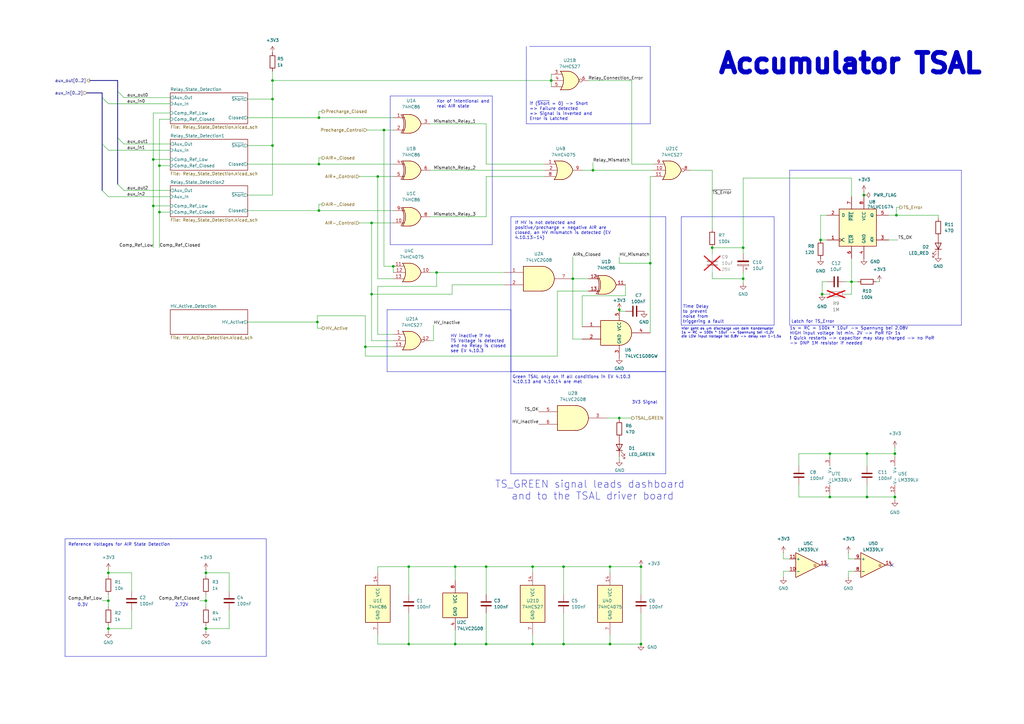
<source format=kicad_sch>
(kicad_sch
	(version 20231120)
	(generator "eeschema")
	(generator_version "8.0")
	(uuid "56b53f94-c2b2-4cdc-9d9a-c8fcb8f8f4f9")
	(paper "A3")
	(lib_symbols
		(symbol "74HC4075:74HC4075"
			(pin_names
				(offset 1.016)
			)
			(exclude_from_sim no)
			(in_bom yes)
			(on_board yes)
			(property "Reference" "U"
				(at 0 1.27 0)
				(effects
					(font
						(size 1.27 1.27)
					)
				)
			)
			(property "Value" "74HC4075"
				(at 0 -1.27 0)
				(effects
					(font
						(size 1.27 1.27)
					)
				)
			)
			(property "Footprint" "Package_SO:TSSOP-14_4.4x5mm_P0.65mm"
				(at 2.54 -27.94 0)
				(effects
					(font
						(size 1.27 1.27)
					)
					(hide yes)
				)
			)
			(property "Datasheet" "https://www.ti.com/lit/ds/symlink/cd54hc4075.pdf?ts=1705677999042&ref_url=https%253A%252F%252Fwww.google.com%252F"
				(at 2.54 -25.4 0)
				(effects
					(font
						(size 1.27 1.27)
					)
					(hide yes)
				)
			)
			(property "Description" "Triple 3-input OR"
				(at 0 0 0)
				(effects
					(font
						(size 1.27 1.27)
					)
					(hide yes)
				)
			)
			(property "ki_locked" ""
				(at 0 0 0)
				(effects
					(font
						(size 1.27 1.27)
					)
				)
			)
			(property "ki_keywords" "TTL Or3"
				(at 0 0 0)
				(effects
					(font
						(size 1.27 1.27)
					)
					(hide yes)
				)
			)
			(property "ki_fp_filters" "DIP*W7.62mm*"
				(at 0 0 0)
				(effects
					(font
						(size 1.27 1.27)
					)
					(hide yes)
				)
			)
			(symbol "74HC4075_1_1"
				(arc
					(start -3.81 -3.81)
					(mid -2.589 0)
					(end -3.81 3.81)
					(stroke
						(width 0.254)
						(type default)
					)
					(fill
						(type none)
					)
				)
				(arc
					(start -0.6096 -3.81)
					(mid 2.1842 -2.5851)
					(end 3.81 0)
					(stroke
						(width 0.254)
						(type default)
					)
					(fill
						(type background)
					)
				)
				(polyline
					(pts
						(xy -3.81 -3.81) (xy -0.635 -3.81)
					)
					(stroke
						(width 0.254)
						(type default)
					)
					(fill
						(type background)
					)
				)
				(polyline
					(pts
						(xy -3.81 3.81) (xy -0.635 3.81)
					)
					(stroke
						(width 0.254)
						(type default)
					)
					(fill
						(type background)
					)
				)
				(polyline
					(pts
						(xy -0.635 3.81) (xy -3.81 3.81) (xy -3.81 3.81) (xy -3.556 3.4036) (xy -3.0226 2.2606) (xy -2.6924 1.0414)
						(xy -2.6162 -0.254) (xy -2.7686 -1.4986) (xy -3.175 -2.7178) (xy -3.81 -3.81) (xy -3.81 -3.81)
						(xy -0.635 -3.81)
					)
					(stroke
						(width -25.4)
						(type default)
					)
					(fill
						(type background)
					)
				)
				(arc
					(start 3.81 0)
					(mid 2.1915 2.5936)
					(end -0.6096 3.81)
					(stroke
						(width 0.254)
						(type default)
					)
					(fill
						(type background)
					)
				)
				(pin input line
					(at -7.62 2.54 0)
					(length 4.318)
					(name "~"
						(effects
							(font
								(size 1.27 1.27)
							)
						)
					)
					(number "3"
						(effects
							(font
								(size 1.27 1.27)
							)
						)
					)
				)
				(pin input line
					(at -7.62 0 0)
					(length 4.953)
					(name "~"
						(effects
							(font
								(size 1.27 1.27)
							)
						)
					)
					(number "4"
						(effects
							(font
								(size 1.27 1.27)
							)
						)
					)
				)
				(pin input line
					(at -7.62 -2.54 0)
					(length 4.318)
					(name "~"
						(effects
							(font
								(size 1.27 1.27)
							)
						)
					)
					(number "5"
						(effects
							(font
								(size 1.27 1.27)
							)
						)
					)
				)
				(pin output line
					(at 7.62 0 180)
					(length 3.81)
					(name "~"
						(effects
							(font
								(size 1.27 1.27)
							)
						)
					)
					(number "6"
						(effects
							(font
								(size 1.27 1.27)
							)
						)
					)
				)
			)
			(symbol "74HC4075_1_2"
				(arc
					(start 0 -3.81)
					(mid 3.7934 0)
					(end 0 3.81)
					(stroke
						(width 0.254)
						(type default)
					)
					(fill
						(type background)
					)
				)
				(polyline
					(pts
						(xy 0 3.81) (xy -3.81 3.81) (xy -3.81 -3.81) (xy 0 -3.81)
					)
					(stroke
						(width 0.254)
						(type default)
					)
					(fill
						(type background)
					)
				)
				(pin input inverted
					(at -7.62 2.54 0)
					(length 3.81)
					(name "~"
						(effects
							(font
								(size 1.27 1.27)
							)
						)
					)
					(number "1"
						(effects
							(font
								(size 1.27 1.27)
							)
						)
					)
				)
				(pin output line
					(at 7.62 0 180)
					(length 3.81)
					(name "~"
						(effects
							(font
								(size 1.27 1.27)
							)
						)
					)
					(number "12"
						(effects
							(font
								(size 1.27 1.27)
							)
						)
					)
				)
				(pin input inverted
					(at -7.62 -2.54 0)
					(length 3.81)
					(name "~"
						(effects
							(font
								(size 1.27 1.27)
							)
						)
					)
					(number "13"
						(effects
							(font
								(size 1.27 1.27)
							)
						)
					)
				)
				(pin input inverted
					(at -7.62 0 0)
					(length 3.81)
					(name "~"
						(effects
							(font
								(size 1.27 1.27)
							)
						)
					)
					(number "2"
						(effects
							(font
								(size 1.27 1.27)
							)
						)
					)
				)
			)
			(symbol "74HC4075_2_1"
				(arc
					(start -3.81 -3.81)
					(mid -2.589 0)
					(end -3.81 3.81)
					(stroke
						(width 0.254)
						(type default)
					)
					(fill
						(type none)
					)
				)
				(arc
					(start -0.6096 -3.81)
					(mid 2.1842 -2.5851)
					(end 3.81 0)
					(stroke
						(width 0.254)
						(type default)
					)
					(fill
						(type background)
					)
				)
				(polyline
					(pts
						(xy -3.81 -3.81) (xy -0.635 -3.81)
					)
					(stroke
						(width 0.254)
						(type default)
					)
					(fill
						(type background)
					)
				)
				(polyline
					(pts
						(xy -3.81 3.81) (xy -0.635 3.81)
					)
					(stroke
						(width 0.254)
						(type default)
					)
					(fill
						(type background)
					)
				)
				(polyline
					(pts
						(xy -0.635 3.81) (xy -3.81 3.81) (xy -3.81 3.81) (xy -3.556 3.4036) (xy -3.0226 2.2606) (xy -2.6924 1.0414)
						(xy -2.6162 -0.254) (xy -2.7686 -1.4986) (xy -3.175 -2.7178) (xy -3.81 -3.81) (xy -3.81 -3.81)
						(xy -0.635 -3.81)
					)
					(stroke
						(width -25.4)
						(type default)
					)
					(fill
						(type background)
					)
				)
				(arc
					(start 3.81 0)
					(mid 2.1915 2.5936)
					(end -0.6096 3.81)
					(stroke
						(width 0.254)
						(type default)
					)
					(fill
						(type background)
					)
				)
				(pin input line
					(at -7.62 2.54 0)
					(length 4.318)
					(name "~"
						(effects
							(font
								(size 1.27 1.27)
							)
						)
					)
					(number "1"
						(effects
							(font
								(size 1.27 1.27)
							)
						)
					)
				)
				(pin input line
					(at -7.62 0 0)
					(length 4.953)
					(name "~"
						(effects
							(font
								(size 1.27 1.27)
							)
						)
					)
					(number "2"
						(effects
							(font
								(size 1.27 1.27)
							)
						)
					)
				)
				(pin input line
					(at -7.62 -2.54 0)
					(length 4.318)
					(name ""
						(effects
							(font
								(size 1.27 1.27)
							)
						)
					)
					(number "8"
						(effects
							(font
								(size 1.27 1.27)
							)
						)
					)
				)
				(pin output line
					(at 7.62 0 180)
					(length 3.81)
					(name "~"
						(effects
							(font
								(size 1.27 1.27)
							)
						)
					)
					(number "9"
						(effects
							(font
								(size 1.27 1.27)
							)
						)
					)
				)
			)
			(symbol "74HC4075_2_2"
				(arc
					(start 0 -3.81)
					(mid 3.7934 0)
					(end 0 3.81)
					(stroke
						(width 0.254)
						(type default)
					)
					(fill
						(type background)
					)
				)
				(polyline
					(pts
						(xy 0 3.81) (xy -3.81 3.81) (xy -3.81 -3.81) (xy 0 -3.81)
					)
					(stroke
						(width 0.254)
						(type default)
					)
					(fill
						(type background)
					)
				)
				(pin input inverted
					(at -7.62 2.54 0)
					(length 3.81)
					(name "~"
						(effects
							(font
								(size 1.27 1.27)
							)
						)
					)
					(number "3"
						(effects
							(font
								(size 1.27 1.27)
							)
						)
					)
				)
				(pin input inverted
					(at -7.62 0 0)
					(length 3.81)
					(name "~"
						(effects
							(font
								(size 1.27 1.27)
							)
						)
					)
					(number "4"
						(effects
							(font
								(size 1.27 1.27)
							)
						)
					)
				)
				(pin input inverted
					(at -7.62 -2.54 0)
					(length 3.81)
					(name "~"
						(effects
							(font
								(size 1.27 1.27)
							)
						)
					)
					(number "5"
						(effects
							(font
								(size 1.27 1.27)
							)
						)
					)
				)
				(pin output line
					(at 7.62 0 180)
					(length 3.81)
					(name "~"
						(effects
							(font
								(size 1.27 1.27)
							)
						)
					)
					(number "6"
						(effects
							(font
								(size 1.27 1.27)
							)
						)
					)
				)
			)
			(symbol "74HC4075_3_1"
				(arc
					(start -3.81 -3.81)
					(mid -2.589 0)
					(end -3.81 3.81)
					(stroke
						(width 0.254)
						(type default)
					)
					(fill
						(type none)
					)
				)
				(arc
					(start -0.6096 -3.81)
					(mid 2.1842 -2.5851)
					(end 3.81 0)
					(stroke
						(width 0.254)
						(type default)
					)
					(fill
						(type background)
					)
				)
				(polyline
					(pts
						(xy -3.81 -3.81) (xy -0.635 -3.81)
					)
					(stroke
						(width 0.254)
						(type default)
					)
					(fill
						(type background)
					)
				)
				(polyline
					(pts
						(xy -3.81 3.81) (xy -0.635 3.81)
					)
					(stroke
						(width 0.254)
						(type default)
					)
					(fill
						(type background)
					)
				)
				(polyline
					(pts
						(xy -0.635 3.81) (xy -3.81 3.81) (xy -3.81 3.81) (xy -3.556 3.4036) (xy -3.0226 2.2606) (xy -2.6924 1.0414)
						(xy -2.6162 -0.254) (xy -2.7686 -1.4986) (xy -3.175 -2.7178) (xy -3.81 -3.81) (xy -3.81 -3.81)
						(xy -0.635 -3.81)
					)
					(stroke
						(width -25.4)
						(type default)
					)
					(fill
						(type background)
					)
				)
				(arc
					(start 3.81 0)
					(mid 2.1915 2.5936)
					(end -0.6096 3.81)
					(stroke
						(width 0.254)
						(type default)
					)
					(fill
						(type background)
					)
				)
				(pin output line
					(at 7.62 0 180)
					(length 3.81)
					(name "~"
						(effects
							(font
								(size 1.27 1.27)
							)
						)
					)
					(number "10"
						(effects
							(font
								(size 1.27 1.27)
							)
						)
					)
				)
				(pin input line
					(at -7.62 2.54 0)
					(length 4.318)
					(name "~"
						(effects
							(font
								(size 1.27 1.27)
							)
						)
					)
					(number "11"
						(effects
							(font
								(size 1.27 1.27)
							)
						)
					)
				)
				(pin input line
					(at -7.62 0 0)
					(length 4.953)
					(name "~"
						(effects
							(font
								(size 1.27 1.27)
							)
						)
					)
					(number "12"
						(effects
							(font
								(size 1.27 1.27)
							)
						)
					)
				)
				(pin input line
					(at -7.62 -2.54 0)
					(length 4.318)
					(name "~"
						(effects
							(font
								(size 1.27 1.27)
							)
						)
					)
					(number "13"
						(effects
							(font
								(size 1.27 1.27)
							)
						)
					)
				)
			)
			(symbol "74HC4075_3_2"
				(arc
					(start 0 -3.81)
					(mid 3.7934 0)
					(end 0 3.81)
					(stroke
						(width 0.254)
						(type default)
					)
					(fill
						(type background)
					)
				)
				(polyline
					(pts
						(xy 0 3.81) (xy -3.81 3.81) (xy -3.81 -3.81) (xy 0 -3.81)
					)
					(stroke
						(width 0.254)
						(type default)
					)
					(fill
						(type background)
					)
				)
				(pin input inverted
					(at -7.62 0 0)
					(length 3.81)
					(name "~"
						(effects
							(font
								(size 1.27 1.27)
							)
						)
					)
					(number "10"
						(effects
							(font
								(size 1.27 1.27)
							)
						)
					)
				)
				(pin input inverted
					(at -7.62 -2.54 0)
					(length 3.81)
					(name "~"
						(effects
							(font
								(size 1.27 1.27)
							)
						)
					)
					(number "11"
						(effects
							(font
								(size 1.27 1.27)
							)
						)
					)
				)
				(pin output line
					(at 7.62 0 180)
					(length 3.81)
					(name "~"
						(effects
							(font
								(size 1.27 1.27)
							)
						)
					)
					(number "8"
						(effects
							(font
								(size 1.27 1.27)
							)
						)
					)
				)
				(pin input inverted
					(at -7.62 2.54 0)
					(length 3.81)
					(name "~"
						(effects
							(font
								(size 1.27 1.27)
							)
						)
					)
					(number "9"
						(effects
							(font
								(size 1.27 1.27)
							)
						)
					)
				)
			)
			(symbol "74HC4075_4_0"
				(pin power_in line
					(at 0 12.7 270)
					(length 5.08)
					(name "VCC"
						(effects
							(font
								(size 1.27 1.27)
							)
						)
					)
					(number "14"
						(effects
							(font
								(size 1.27 1.27)
							)
						)
					)
				)
				(pin power_in line
					(at 0 -12.7 90)
					(length 5.08)
					(name "GND"
						(effects
							(font
								(size 1.27 1.27)
							)
						)
					)
					(number "7"
						(effects
							(font
								(size 1.27 1.27)
							)
						)
					)
				)
			)
			(symbol "74HC4075_4_1"
				(rectangle
					(start -5.08 7.62)
					(end 5.08 -7.62)
					(stroke
						(width 0.254)
						(type default)
					)
					(fill
						(type background)
					)
				)
			)
		)
		(symbol "74xGxx:74AUC1G74"
			(pin_names
				(offset 1.016)
			)
			(exclude_from_sim no)
			(in_bom yes)
			(on_board yes)
			(property "Reference" "U"
				(at -5.08 10.16 0)
				(effects
					(font
						(size 1.27 1.27)
					)
				)
			)
			(property "Value" "74AUC1G74"
				(at 10.16 -10.16 0)
				(effects
					(font
						(size 1.27 1.27)
					)
				)
			)
			(property "Footprint" ""
				(at 0 0 0)
				(effects
					(font
						(size 1.27 1.27)
					)
					(hide yes)
				)
			)
			(property "Datasheet" "http://www.ti.com/lit/sg/scyt129e/scyt129e.pdf"
				(at 0 0 0)
				(effects
					(font
						(size 1.27 1.27)
					)
					(hide yes)
				)
			)
			(property "Description" "Single D Flip-Flop, Low-Voltage CMOS"
				(at 0 0 0)
				(effects
					(font
						(size 1.27 1.27)
					)
					(hide yes)
				)
			)
			(property "ki_keywords" "Single D Flip-Flop D CMOS"
				(at 0 0 0)
				(effects
					(font
						(size 1.27 1.27)
					)
					(hide yes)
				)
			)
			(property "ki_fp_filters" "SSOP* VSSOP*"
				(at 0 0 0)
				(effects
					(font
						(size 1.27 1.27)
					)
					(hide yes)
				)
			)
			(symbol "74AUC1G74_0_1"
				(rectangle
					(start -7.62 7.62)
					(end 7.62 -7.62)
					(stroke
						(width 0.254)
						(type default)
					)
					(fill
						(type background)
					)
				)
			)
			(symbol "74AUC1G74_1_1"
				(pin input clock
					(at -12.7 -5.08 0)
					(length 5.08)
					(name "C"
						(effects
							(font
								(size 1.27 1.27)
							)
						)
					)
					(number "1"
						(effects
							(font
								(size 1.27 1.27)
							)
						)
					)
				)
				(pin input line
					(at -12.7 5.08 0)
					(length 5.08)
					(name "D"
						(effects
							(font
								(size 1.27 1.27)
							)
						)
					)
					(number "2"
						(effects
							(font
								(size 1.27 1.27)
							)
						)
					)
				)
				(pin output line
					(at 12.7 -5.08 180)
					(length 5.08)
					(name "~{Q}"
						(effects
							(font
								(size 1.27 1.27)
							)
						)
					)
					(number "3"
						(effects
							(font
								(size 1.27 1.27)
							)
						)
					)
				)
				(pin power_in line
					(at 2.54 -12.7 90)
					(length 5.08)
					(name "GND"
						(effects
							(font
								(size 1.27 1.27)
							)
						)
					)
					(number "4"
						(effects
							(font
								(size 1.27 1.27)
							)
						)
					)
				)
				(pin output line
					(at 12.7 5.08 180)
					(length 5.08)
					(name "Q"
						(effects
							(font
								(size 1.27 1.27)
							)
						)
					)
					(number "5"
						(effects
							(font
								(size 1.27 1.27)
							)
						)
					)
				)
				(pin input line
					(at -2.54 -12.7 90)
					(length 5.08)
					(name "~{CLR}"
						(effects
							(font
								(size 1.27 1.27)
							)
						)
					)
					(number "6"
						(effects
							(font
								(size 1.27 1.27)
							)
						)
					)
				)
				(pin input line
					(at -2.54 12.7 270)
					(length 5.08)
					(name "~{PRE}"
						(effects
							(font
								(size 1.27 1.27)
							)
						)
					)
					(number "7"
						(effects
							(font
								(size 1.27 1.27)
							)
						)
					)
				)
				(pin power_in line
					(at 2.54 12.7 270)
					(length 5.08)
					(name "VCC"
						(effects
							(font
								(size 1.27 1.27)
							)
						)
					)
					(number "8"
						(effects
							(font
								(size 1.27 1.27)
							)
						)
					)
				)
			)
		)
		(symbol "74xGxx:74LVC1G08"
			(exclude_from_sim no)
			(in_bom yes)
			(on_board yes)
			(property "Reference" "U"
				(at -5.08 7.62 0)
				(effects
					(font
						(size 1.27 1.27)
					)
				)
			)
			(property "Value" "74LVC1G08"
				(at 7.62 -7.62 0)
				(effects
					(font
						(size 1.27 1.27)
					)
				)
			)
			(property "Footprint" ""
				(at 0 0 0)
				(effects
					(font
						(size 1.27 1.27)
					)
					(hide yes)
				)
			)
			(property "Datasheet" "https://www.ti.com/lit/ds/symlink/sn74lvc1g08.pdf"
				(at 0 0 0)
				(effects
					(font
						(size 1.27 1.27)
					)
					(hide yes)
				)
			)
			(property "Description" "Single AND Gate, Low-Voltage CMOS"
				(at 0 0 0)
				(effects
					(font
						(size 1.27 1.27)
					)
					(hide yes)
				)
			)
			(property "ki_keywords" "Single Gate AND LVC CMOS"
				(at 0 0 0)
				(effects
					(font
						(size 1.27 1.27)
					)
					(hide yes)
				)
			)
			(property "ki_fp_filters" "SOT?23* Texas?R-PDSO-G5?DCK* Texas?R-PDSO-N5?DRL* Texas?X2SON*0.8x0.8mm*P0.48mm*"
				(at 0 0 0)
				(effects
					(font
						(size 1.27 1.27)
					)
					(hide yes)
				)
			)
			(symbol "74LVC1G08_0_1"
				(arc
					(start 0 -5.08)
					(mid 5.0579 0)
					(end 0 5.08)
					(stroke
						(width 0.254)
						(type default)
					)
					(fill
						(type background)
					)
				)
				(polyline
					(pts
						(xy 0 -5.08) (xy -7.62 -5.08) (xy -7.62 5.08) (xy 0 5.08)
					)
					(stroke
						(width 0.254)
						(type default)
					)
					(fill
						(type background)
					)
				)
			)
			(symbol "74LVC1G08_1_1"
				(pin input line
					(at -15.24 2.54 0)
					(length 7.62)
					(name "~"
						(effects
							(font
								(size 1.27 1.27)
							)
						)
					)
					(number "1"
						(effects
							(font
								(size 1.27 1.27)
							)
						)
					)
				)
				(pin input line
					(at -15.24 -2.54 0)
					(length 7.62)
					(name "~"
						(effects
							(font
								(size 1.27 1.27)
							)
						)
					)
					(number "2"
						(effects
							(font
								(size 1.27 1.27)
							)
						)
					)
				)
				(pin power_in line
					(at 0 -10.16 90)
					(length 5.08)
					(name "GND"
						(effects
							(font
								(size 1.27 1.27)
							)
						)
					)
					(number "3"
						(effects
							(font
								(size 1.27 1.27)
							)
						)
					)
				)
				(pin output line
					(at 12.7 0 180)
					(length 7.62)
					(name "~"
						(effects
							(font
								(size 1.27 1.27)
							)
						)
					)
					(number "4"
						(effects
							(font
								(size 1.27 1.27)
							)
						)
					)
				)
				(pin power_in line
					(at 0 10.16 270)
					(length 5.08)
					(name "VCC"
						(effects
							(font
								(size 1.27 1.27)
							)
						)
					)
					(number "5"
						(effects
							(font
								(size 1.27 1.27)
							)
						)
					)
				)
			)
		)
		(symbol "74xGxx:74LVC2G08"
			(exclude_from_sim no)
			(in_bom yes)
			(on_board yes)
			(property "Reference" "U"
				(at -10.16 7.62 0)
				(effects
					(font
						(size 1.27 1.27)
					)
				)
			)
			(property "Value" "74LVC2G08"
				(at -10.16 -7.62 0)
				(effects
					(font
						(size 1.27 1.27)
					)
				)
			)
			(property "Footprint" ""
				(at 0 0 0)
				(effects
					(font
						(size 1.27 1.27)
					)
					(hide yes)
				)
			)
			(property "Datasheet" "http://www.ti.com/lit/sg/scyt129e/scyt129e.pdf"
				(at 0 0 0)
				(effects
					(font
						(size 1.27 1.27)
					)
					(hide yes)
				)
			)
			(property "Description" "Dual AND Gate, Low-Voltage CMOS"
				(at 0 0 0)
				(effects
					(font
						(size 1.27 1.27)
					)
					(hide yes)
				)
			)
			(property "ki_keywords" "Dual Gate AND LVC CMOS"
				(at 0 0 0)
				(effects
					(font
						(size 1.27 1.27)
					)
					(hide yes)
				)
			)
			(property "ki_fp_filters" "SSOP* VSSOP*"
				(at 0 0 0)
				(effects
					(font
						(size 1.27 1.27)
					)
					(hide yes)
				)
			)
			(symbol "74LVC2G08_1_1"
				(arc
					(start 0 -5.08)
					(mid 5.0579 0)
					(end 0 5.08)
					(stroke
						(width 0.254)
						(type default)
					)
					(fill
						(type background)
					)
				)
				(polyline
					(pts
						(xy 0 -5.08) (xy -7.62 -5.08) (xy -7.62 5.08) (xy 0 5.08)
					)
					(stroke
						(width 0.254)
						(type default)
					)
					(fill
						(type background)
					)
				)
				(pin input line
					(at -15.24 2.54 0)
					(length 7.62)
					(name "~"
						(effects
							(font
								(size 1.27 1.27)
							)
						)
					)
					(number "1"
						(effects
							(font
								(size 1.27 1.27)
							)
						)
					)
				)
				(pin input line
					(at -15.24 -2.54 0)
					(length 7.62)
					(name "~"
						(effects
							(font
								(size 1.27 1.27)
							)
						)
					)
					(number "2"
						(effects
							(font
								(size 1.27 1.27)
							)
						)
					)
				)
				(pin output line
					(at 12.7 0 180)
					(length 7.62)
					(name "~"
						(effects
							(font
								(size 1.27 1.27)
							)
						)
					)
					(number "7"
						(effects
							(font
								(size 1.27 1.27)
							)
						)
					)
				)
			)
			(symbol "74LVC2G08_2_1"
				(arc
					(start 0 -5.08)
					(mid 5.0579 0)
					(end 0 5.08)
					(stroke
						(width 0.254)
						(type default)
					)
					(fill
						(type background)
					)
				)
				(polyline
					(pts
						(xy 0 -5.08) (xy -7.62 -5.08) (xy -7.62 5.08) (xy 0 5.08)
					)
					(stroke
						(width 0.254)
						(type default)
					)
					(fill
						(type background)
					)
				)
				(pin output line
					(at 12.7 0 180)
					(length 7.62)
					(name "~"
						(effects
							(font
								(size 1.27 1.27)
							)
						)
					)
					(number "3"
						(effects
							(font
								(size 1.27 1.27)
							)
						)
					)
				)
				(pin input line
					(at -15.24 2.54 0)
					(length 7.62)
					(name "~"
						(effects
							(font
								(size 1.27 1.27)
							)
						)
					)
					(number "5"
						(effects
							(font
								(size 1.27 1.27)
							)
						)
					)
				)
				(pin input line
					(at -15.24 -2.54 0)
					(length 7.62)
					(name "~"
						(effects
							(font
								(size 1.27 1.27)
							)
						)
					)
					(number "6"
						(effects
							(font
								(size 1.27 1.27)
							)
						)
					)
				)
			)
			(symbol "74LVC2G08_3_0"
				(rectangle
					(start -5.08 -5.08)
					(end 5.08 5.08)
					(stroke
						(width 0.254)
						(type default)
					)
					(fill
						(type background)
					)
				)
			)
			(symbol "74LVC2G08_3_1"
				(pin power_in line
					(at 0 -10.16 90)
					(length 5.08)
					(name "GND"
						(effects
							(font
								(size 1.27 1.27)
							)
						)
					)
					(number "4"
						(effects
							(font
								(size 1.27 1.27)
							)
						)
					)
				)
				(pin power_in line
					(at 0 10.16 270)
					(length 5.08)
					(name "VCC"
						(effects
							(font
								(size 1.27 1.27)
							)
						)
					)
					(number "8"
						(effects
							(font
								(size 1.27 1.27)
							)
						)
					)
				)
			)
		)
		(symbol "74xx:74HC86"
			(pin_names
				(offset 1.016)
			)
			(exclude_from_sim no)
			(in_bom yes)
			(on_board yes)
			(property "Reference" "U"
				(at 0 1.27 0)
				(effects
					(font
						(size 1.27 1.27)
					)
				)
			)
			(property "Value" "74HC86"
				(at 0 -1.27 0)
				(effects
					(font
						(size 1.27 1.27)
					)
				)
			)
			(property "Footprint" ""
				(at 0 0 0)
				(effects
					(font
						(size 1.27 1.27)
					)
					(hide yes)
				)
			)
			(property "Datasheet" "http://www.ti.com/lit/gpn/sn74HC86"
				(at 0 0 0)
				(effects
					(font
						(size 1.27 1.27)
					)
					(hide yes)
				)
			)
			(property "Description" "Quad 2-input XOR"
				(at 0 0 0)
				(effects
					(font
						(size 1.27 1.27)
					)
					(hide yes)
				)
			)
			(property "ki_locked" ""
				(at 0 0 0)
				(effects
					(font
						(size 1.27 1.27)
					)
				)
			)
			(property "ki_keywords" "TTL XOR2"
				(at 0 0 0)
				(effects
					(font
						(size 1.27 1.27)
					)
					(hide yes)
				)
			)
			(property "ki_fp_filters" "DIP*W7.62mm*"
				(at 0 0 0)
				(effects
					(font
						(size 1.27 1.27)
					)
					(hide yes)
				)
			)
			(symbol "74HC86_1_0"
				(arc
					(start -4.4196 -3.81)
					(mid -3.2033 0)
					(end -4.4196 3.81)
					(stroke
						(width 0.254)
						(type default)
					)
					(fill
						(type none)
					)
				)
				(arc
					(start -3.81 -3.81)
					(mid -2.589 0)
					(end -3.81 3.81)
					(stroke
						(width 0.254)
						(type default)
					)
					(fill
						(type none)
					)
				)
				(arc
					(start -0.6096 -3.81)
					(mid 2.1842 -2.5851)
					(end 3.81 0)
					(stroke
						(width 0.254)
						(type default)
					)
					(fill
						(type background)
					)
				)
				(polyline
					(pts
						(xy -3.81 -3.81) (xy -0.635 -3.81)
					)
					(stroke
						(width 0.254)
						(type default)
					)
					(fill
						(type background)
					)
				)
				(polyline
					(pts
						(xy -3.81 3.81) (xy -0.635 3.81)
					)
					(stroke
						(width 0.254)
						(type default)
					)
					(fill
						(type background)
					)
				)
				(polyline
					(pts
						(xy -0.635 3.81) (xy -3.81 3.81) (xy -3.81 3.81) (xy -3.556 3.4036) (xy -3.0226 2.2606) (xy -2.6924 1.0414)
						(xy -2.6162 -0.254) (xy -2.7686 -1.4986) (xy -3.175 -2.7178) (xy -3.81 -3.81) (xy -3.81 -3.81)
						(xy -0.635 -3.81)
					)
					(stroke
						(width -25.4)
						(type default)
					)
					(fill
						(type background)
					)
				)
				(arc
					(start 3.81 0)
					(mid 2.1915 2.5936)
					(end -0.6096 3.81)
					(stroke
						(width 0.254)
						(type default)
					)
					(fill
						(type background)
					)
				)
				(pin input line
					(at -7.62 2.54 0)
					(length 4.445)
					(name "~"
						(effects
							(font
								(size 1.27 1.27)
							)
						)
					)
					(number "1"
						(effects
							(font
								(size 1.27 1.27)
							)
						)
					)
				)
				(pin input line
					(at -7.62 -2.54 0)
					(length 4.445)
					(name "~"
						(effects
							(font
								(size 1.27 1.27)
							)
						)
					)
					(number "2"
						(effects
							(font
								(size 1.27 1.27)
							)
						)
					)
				)
				(pin output line
					(at 7.62 0 180)
					(length 3.81)
					(name "~"
						(effects
							(font
								(size 1.27 1.27)
							)
						)
					)
					(number "3"
						(effects
							(font
								(size 1.27 1.27)
							)
						)
					)
				)
			)
			(symbol "74HC86_1_1"
				(polyline
					(pts
						(xy -3.81 -2.54) (xy -3.175 -2.54)
					)
					(stroke
						(width 0.1524)
						(type default)
					)
					(fill
						(type none)
					)
				)
				(polyline
					(pts
						(xy -3.81 2.54) (xy -3.175 2.54)
					)
					(stroke
						(width 0.1524)
						(type default)
					)
					(fill
						(type none)
					)
				)
			)
			(symbol "74HC86_2_0"
				(arc
					(start -4.4196 -3.81)
					(mid -3.2033 0)
					(end -4.4196 3.81)
					(stroke
						(width 0.254)
						(type default)
					)
					(fill
						(type none)
					)
				)
				(arc
					(start -3.81 -3.81)
					(mid -2.589 0)
					(end -3.81 3.81)
					(stroke
						(width 0.254)
						(type default)
					)
					(fill
						(type none)
					)
				)
				(arc
					(start -0.6096 -3.81)
					(mid 2.1842 -2.5851)
					(end 3.81 0)
					(stroke
						(width 0.254)
						(type default)
					)
					(fill
						(type background)
					)
				)
				(polyline
					(pts
						(xy -3.81 -3.81) (xy -0.635 -3.81)
					)
					(stroke
						(width 0.254)
						(type default)
					)
					(fill
						(type background)
					)
				)
				(polyline
					(pts
						(xy -3.81 3.81) (xy -0.635 3.81)
					)
					(stroke
						(width 0.254)
						(type default)
					)
					(fill
						(type background)
					)
				)
				(polyline
					(pts
						(xy -0.635 3.81) (xy -3.81 3.81) (xy -3.81 3.81) (xy -3.556 3.4036) (xy -3.0226 2.2606) (xy -2.6924 1.0414)
						(xy -2.6162 -0.254) (xy -2.7686 -1.4986) (xy -3.175 -2.7178) (xy -3.81 -3.81) (xy -3.81 -3.81)
						(xy -0.635 -3.81)
					)
					(stroke
						(width -25.4)
						(type default)
					)
					(fill
						(type background)
					)
				)
				(arc
					(start 3.81 0)
					(mid 2.1915 2.5936)
					(end -0.6096 3.81)
					(stroke
						(width 0.254)
						(type default)
					)
					(fill
						(type background)
					)
				)
				(pin input line
					(at -7.62 2.54 0)
					(length 4.445)
					(name "~"
						(effects
							(font
								(size 1.27 1.27)
							)
						)
					)
					(number "4"
						(effects
							(font
								(size 1.27 1.27)
							)
						)
					)
				)
				(pin input line
					(at -7.62 -2.54 0)
					(length 4.445)
					(name "~"
						(effects
							(font
								(size 1.27 1.27)
							)
						)
					)
					(number "5"
						(effects
							(font
								(size 1.27 1.27)
							)
						)
					)
				)
				(pin output line
					(at 7.62 0 180)
					(length 3.81)
					(name "~"
						(effects
							(font
								(size 1.27 1.27)
							)
						)
					)
					(number "6"
						(effects
							(font
								(size 1.27 1.27)
							)
						)
					)
				)
			)
			(symbol "74HC86_2_1"
				(polyline
					(pts
						(xy -3.81 -2.54) (xy -3.175 -2.54)
					)
					(stroke
						(width 0.1524)
						(type default)
					)
					(fill
						(type none)
					)
				)
				(polyline
					(pts
						(xy -3.81 2.54) (xy -3.175 2.54)
					)
					(stroke
						(width 0.1524)
						(type default)
					)
					(fill
						(type none)
					)
				)
			)
			(symbol "74HC86_3_0"
				(arc
					(start -4.4196 -3.81)
					(mid -3.2033 0)
					(end -4.4196 3.81)
					(stroke
						(width 0.254)
						(type default)
					)
					(fill
						(type none)
					)
				)
				(arc
					(start -3.81 -3.81)
					(mid -2.589 0)
					(end -3.81 3.81)
					(stroke
						(width 0.254)
						(type default)
					)
					(fill
						(type none)
					)
				)
				(arc
					(start -0.6096 -3.81)
					(mid 2.1842 -2.5851)
					(end 3.81 0)
					(stroke
						(width 0.254)
						(type default)
					)
					(fill
						(type background)
					)
				)
				(polyline
					(pts
						(xy -3.81 -3.81) (xy -0.635 -3.81)
					)
					(stroke
						(width 0.254)
						(type default)
					)
					(fill
						(type background)
					)
				)
				(polyline
					(pts
						(xy -3.81 3.81) (xy -0.635 3.81)
					)
					(stroke
						(width 0.254)
						(type default)
					)
					(fill
						(type background)
					)
				)
				(polyline
					(pts
						(xy -0.635 3.81) (xy -3.81 3.81) (xy -3.81 3.81) (xy -3.556 3.4036) (xy -3.0226 2.2606) (xy -2.6924 1.0414)
						(xy -2.6162 -0.254) (xy -2.7686 -1.4986) (xy -3.175 -2.7178) (xy -3.81 -3.81) (xy -3.81 -3.81)
						(xy -0.635 -3.81)
					)
					(stroke
						(width -25.4)
						(type default)
					)
					(fill
						(type background)
					)
				)
				(arc
					(start 3.81 0)
					(mid 2.1915 2.5936)
					(end -0.6096 3.81)
					(stroke
						(width 0.254)
						(type default)
					)
					(fill
						(type background)
					)
				)
				(pin input line
					(at -7.62 -2.54 0)
					(length 4.445)
					(name "~"
						(effects
							(font
								(size 1.27 1.27)
							)
						)
					)
					(number "10"
						(effects
							(font
								(size 1.27 1.27)
							)
						)
					)
				)
				(pin output line
					(at 7.62 0 180)
					(length 3.81)
					(name "~"
						(effects
							(font
								(size 1.27 1.27)
							)
						)
					)
					(number "8"
						(effects
							(font
								(size 1.27 1.27)
							)
						)
					)
				)
				(pin input line
					(at -7.62 2.54 0)
					(length 4.445)
					(name "~"
						(effects
							(font
								(size 1.27 1.27)
							)
						)
					)
					(number "9"
						(effects
							(font
								(size 1.27 1.27)
							)
						)
					)
				)
			)
			(symbol "74HC86_3_1"
				(polyline
					(pts
						(xy -3.81 -2.54) (xy -3.175 -2.54)
					)
					(stroke
						(width 0.1524)
						(type default)
					)
					(fill
						(type none)
					)
				)
				(polyline
					(pts
						(xy -3.81 2.54) (xy -3.175 2.54)
					)
					(stroke
						(width 0.1524)
						(type default)
					)
					(fill
						(type none)
					)
				)
			)
			(symbol "74HC86_4_0"
				(arc
					(start -4.4196 -3.81)
					(mid -3.2033 0)
					(end -4.4196 3.81)
					(stroke
						(width 0.254)
						(type default)
					)
					(fill
						(type none)
					)
				)
				(arc
					(start -3.81 -3.81)
					(mid -2.589 0)
					(end -3.81 3.81)
					(stroke
						(width 0.254)
						(type default)
					)
					(fill
						(type none)
					)
				)
				(arc
					(start -0.6096 -3.81)
					(mid 2.1842 -2.5851)
					(end 3.81 0)
					(stroke
						(width 0.254)
						(type default)
					)
					(fill
						(type background)
					)
				)
				(polyline
					(pts
						(xy -3.81 -3.81) (xy -0.635 -3.81)
					)
					(stroke
						(width 0.254)
						(type default)
					)
					(fill
						(type background)
					)
				)
				(polyline
					(pts
						(xy -3.81 3.81) (xy -0.635 3.81)
					)
					(stroke
						(width 0.254)
						(type default)
					)
					(fill
						(type background)
					)
				)
				(polyline
					(pts
						(xy -0.635 3.81) (xy -3.81 3.81) (xy -3.81 3.81) (xy -3.556 3.4036) (xy -3.0226 2.2606) (xy -2.6924 1.0414)
						(xy -2.6162 -0.254) (xy -2.7686 -1.4986) (xy -3.175 -2.7178) (xy -3.81 -3.81) (xy -3.81 -3.81)
						(xy -0.635 -3.81)
					)
					(stroke
						(width -25.4)
						(type default)
					)
					(fill
						(type background)
					)
				)
				(arc
					(start 3.81 0)
					(mid 2.1915 2.5936)
					(end -0.6096 3.81)
					(stroke
						(width 0.254)
						(type default)
					)
					(fill
						(type background)
					)
				)
				(pin output line
					(at 7.62 0 180)
					(length 3.81)
					(name "~"
						(effects
							(font
								(size 1.27 1.27)
							)
						)
					)
					(number "11"
						(effects
							(font
								(size 1.27 1.27)
							)
						)
					)
				)
				(pin input line
					(at -7.62 2.54 0)
					(length 4.445)
					(name "~"
						(effects
							(font
								(size 1.27 1.27)
							)
						)
					)
					(number "12"
						(effects
							(font
								(size 1.27 1.27)
							)
						)
					)
				)
				(pin input line
					(at -7.62 -2.54 0)
					(length 4.445)
					(name "~"
						(effects
							(font
								(size 1.27 1.27)
							)
						)
					)
					(number "13"
						(effects
							(font
								(size 1.27 1.27)
							)
						)
					)
				)
			)
			(symbol "74HC86_4_1"
				(polyline
					(pts
						(xy -3.81 -2.54) (xy -3.175 -2.54)
					)
					(stroke
						(width 0.1524)
						(type default)
					)
					(fill
						(type none)
					)
				)
				(polyline
					(pts
						(xy -3.81 2.54) (xy -3.175 2.54)
					)
					(stroke
						(width 0.1524)
						(type default)
					)
					(fill
						(type none)
					)
				)
			)
			(symbol "74HC86_5_0"
				(pin power_in line
					(at 0 12.7 270)
					(length 5.08)
					(name "VCC"
						(effects
							(font
								(size 1.27 1.27)
							)
						)
					)
					(number "14"
						(effects
							(font
								(size 1.27 1.27)
							)
						)
					)
				)
				(pin power_in line
					(at 0 -12.7 90)
					(length 5.08)
					(name "GND"
						(effects
							(font
								(size 1.27 1.27)
							)
						)
					)
					(number "7"
						(effects
							(font
								(size 1.27 1.27)
							)
						)
					)
				)
			)
			(symbol "74HC86_5_1"
				(rectangle
					(start -5.08 7.62)
					(end 5.08 -7.62)
					(stroke
						(width 0.254)
						(type default)
					)
					(fill
						(type background)
					)
				)
			)
		)
		(symbol "Comparator:LM339"
			(pin_names
				(offset 0.127)
			)
			(exclude_from_sim no)
			(in_bom yes)
			(on_board yes)
			(property "Reference" "U"
				(at 0 5.08 0)
				(effects
					(font
						(size 1.27 1.27)
					)
					(justify left)
				)
			)
			(property "Value" "LM339"
				(at 0 -5.08 0)
				(effects
					(font
						(size 1.27 1.27)
					)
					(justify left)
				)
			)
			(property "Footprint" ""
				(at -1.27 2.54 0)
				(effects
					(font
						(size 1.27 1.27)
					)
					(hide yes)
				)
			)
			(property "Datasheet" "https://www.st.com/resource/en/datasheet/lm139.pdf"
				(at 1.27 5.08 0)
				(effects
					(font
						(size 1.27 1.27)
					)
					(hide yes)
				)
			)
			(property "Description" "Quad Differential Comparators, SOIC-14/TSSOP-14"
				(at 0 0 0)
				(effects
					(font
						(size 1.27 1.27)
					)
					(hide yes)
				)
			)
			(property "ki_locked" ""
				(at 0 0 0)
				(effects
					(font
						(size 1.27 1.27)
					)
				)
			)
			(property "ki_keywords" "cmp open collector"
				(at 0 0 0)
				(effects
					(font
						(size 1.27 1.27)
					)
					(hide yes)
				)
			)
			(property "ki_fp_filters" "SOIC*3.9x8.7mm*P1.27mm* TSSOP*4.4x5mm*P0.65mm*"
				(at 0 0 0)
				(effects
					(font
						(size 1.27 1.27)
					)
					(hide yes)
				)
			)
			(symbol "LM339_1_1"
				(polyline
					(pts
						(xy -5.08 5.08) (xy 5.08 0) (xy -5.08 -5.08) (xy -5.08 5.08)
					)
					(stroke
						(width 0.254)
						(type default)
					)
					(fill
						(type background)
					)
				)
				(polyline
					(pts
						(xy 3.302 -0.508) (xy 2.794 -0.508) (xy 3.302 0) (xy 2.794 0.508) (xy 2.286 0) (xy 2.794 -0.508)
						(xy 2.286 -0.508)
					)
					(stroke
						(width 0.127)
						(type default)
					)
					(fill
						(type none)
					)
				)
				(pin open_collector line
					(at 7.62 0 180)
					(length 2.54)
					(name "~"
						(effects
							(font
								(size 1.27 1.27)
							)
						)
					)
					(number "2"
						(effects
							(font
								(size 1.27 1.27)
							)
						)
					)
				)
				(pin input line
					(at -7.62 -2.54 0)
					(length 2.54)
					(name "-"
						(effects
							(font
								(size 1.27 1.27)
							)
						)
					)
					(number "4"
						(effects
							(font
								(size 1.27 1.27)
							)
						)
					)
				)
				(pin input line
					(at -7.62 2.54 0)
					(length 2.54)
					(name "+"
						(effects
							(font
								(size 1.27 1.27)
							)
						)
					)
					(number "5"
						(effects
							(font
								(size 1.27 1.27)
							)
						)
					)
				)
			)
			(symbol "LM339_2_1"
				(polyline
					(pts
						(xy -5.08 5.08) (xy 5.08 0) (xy -5.08 -5.08) (xy -5.08 5.08)
					)
					(stroke
						(width 0.254)
						(type default)
					)
					(fill
						(type background)
					)
				)
				(polyline
					(pts
						(xy 3.302 -0.508) (xy 2.794 -0.508) (xy 3.302 0) (xy 2.794 0.508) (xy 2.286 0) (xy 2.794 -0.508)
						(xy 2.286 -0.508)
					)
					(stroke
						(width 0.127)
						(type default)
					)
					(fill
						(type none)
					)
				)
				(pin open_collector line
					(at 7.62 0 180)
					(length 2.54)
					(name "~"
						(effects
							(font
								(size 1.27 1.27)
							)
						)
					)
					(number "1"
						(effects
							(font
								(size 1.27 1.27)
							)
						)
					)
				)
				(pin input line
					(at -7.62 -2.54 0)
					(length 2.54)
					(name "-"
						(effects
							(font
								(size 1.27 1.27)
							)
						)
					)
					(number "6"
						(effects
							(font
								(size 1.27 1.27)
							)
						)
					)
				)
				(pin input line
					(at -7.62 2.54 0)
					(length 2.54)
					(name "+"
						(effects
							(font
								(size 1.27 1.27)
							)
						)
					)
					(number "7"
						(effects
							(font
								(size 1.27 1.27)
							)
						)
					)
				)
			)
			(symbol "LM339_3_1"
				(polyline
					(pts
						(xy -5.08 5.08) (xy 5.08 0) (xy -5.08 -5.08) (xy -5.08 5.08)
					)
					(stroke
						(width 0.254)
						(type default)
					)
					(fill
						(type background)
					)
				)
				(polyline
					(pts
						(xy 3.302 -0.508) (xy 2.794 -0.508) (xy 3.302 0) (xy 2.794 0.508) (xy 2.286 0) (xy 2.794 -0.508)
						(xy 2.286 -0.508)
					)
					(stroke
						(width 0.127)
						(type default)
					)
					(fill
						(type none)
					)
				)
				(pin input line
					(at -7.62 -2.54 0)
					(length 2.54)
					(name "-"
						(effects
							(font
								(size 1.27 1.27)
							)
						)
					)
					(number "10"
						(effects
							(font
								(size 1.27 1.27)
							)
						)
					)
				)
				(pin input line
					(at -7.62 2.54 0)
					(length 2.54)
					(name "+"
						(effects
							(font
								(size 1.27 1.27)
							)
						)
					)
					(number "11"
						(effects
							(font
								(size 1.27 1.27)
							)
						)
					)
				)
				(pin open_collector line
					(at 7.62 0 180)
					(length 2.54)
					(name "~"
						(effects
							(font
								(size 1.27 1.27)
							)
						)
					)
					(number "13"
						(effects
							(font
								(size 1.27 1.27)
							)
						)
					)
				)
			)
			(symbol "LM339_4_1"
				(polyline
					(pts
						(xy -5.08 5.08) (xy 5.08 0) (xy -5.08 -5.08) (xy -5.08 5.08)
					)
					(stroke
						(width 0.254)
						(type default)
					)
					(fill
						(type background)
					)
				)
				(polyline
					(pts
						(xy 3.302 -0.508) (xy 2.794 -0.508) (xy 3.302 0) (xy 2.794 0.508) (xy 2.286 0) (xy 2.794 -0.508)
						(xy 2.286 -0.508)
					)
					(stroke
						(width 0.127)
						(type default)
					)
					(fill
						(type none)
					)
				)
				(pin open_collector line
					(at 7.62 0 180)
					(length 2.54)
					(name "~"
						(effects
							(font
								(size 1.27 1.27)
							)
						)
					)
					(number "14"
						(effects
							(font
								(size 1.27 1.27)
							)
						)
					)
				)
				(pin input line
					(at -7.62 -2.54 0)
					(length 2.54)
					(name "-"
						(effects
							(font
								(size 1.27 1.27)
							)
						)
					)
					(number "8"
						(effects
							(font
								(size 1.27 1.27)
							)
						)
					)
				)
				(pin input line
					(at -7.62 2.54 0)
					(length 2.54)
					(name "+"
						(effects
							(font
								(size 1.27 1.27)
							)
						)
					)
					(number "9"
						(effects
							(font
								(size 1.27 1.27)
							)
						)
					)
				)
			)
			(symbol "LM339_5_1"
				(pin power_in line
					(at -2.54 -7.62 90)
					(length 3.81)
					(name "V-"
						(effects
							(font
								(size 1.27 1.27)
							)
						)
					)
					(number "12"
						(effects
							(font
								(size 1.27 1.27)
							)
						)
					)
				)
				(pin power_in line
					(at -2.54 7.62 270)
					(length 3.81)
					(name "V+"
						(effects
							(font
								(size 1.27 1.27)
							)
						)
					)
					(number "3"
						(effects
							(font
								(size 1.27 1.27)
							)
						)
					)
				)
			)
		)
		(symbol "Device:C"
			(pin_numbers hide)
			(pin_names
				(offset 0.254)
			)
			(exclude_from_sim no)
			(in_bom yes)
			(on_board yes)
			(property "Reference" "C"
				(at 0.635 2.54 0)
				(effects
					(font
						(size 1.27 1.27)
					)
					(justify left)
				)
			)
			(property "Value" "C"
				(at 0.635 -2.54 0)
				(effects
					(font
						(size 1.27 1.27)
					)
					(justify left)
				)
			)
			(property "Footprint" ""
				(at 0.9652 -3.81 0)
				(effects
					(font
						(size 1.27 1.27)
					)
					(hide yes)
				)
			)
			(property "Datasheet" "~"
				(at 0 0 0)
				(effects
					(font
						(size 1.27 1.27)
					)
					(hide yes)
				)
			)
			(property "Description" "Unpolarized capacitor"
				(at 0 0 0)
				(effects
					(font
						(size 1.27 1.27)
					)
					(hide yes)
				)
			)
			(property "ki_keywords" "cap capacitor"
				(at 0 0 0)
				(effects
					(font
						(size 1.27 1.27)
					)
					(hide yes)
				)
			)
			(property "ki_fp_filters" "C_*"
				(at 0 0 0)
				(effects
					(font
						(size 1.27 1.27)
					)
					(hide yes)
				)
			)
			(symbol "C_0_1"
				(polyline
					(pts
						(xy -2.032 -0.762) (xy 2.032 -0.762)
					)
					(stroke
						(width 0.508)
						(type default)
					)
					(fill
						(type none)
					)
				)
				(polyline
					(pts
						(xy -2.032 0.762) (xy 2.032 0.762)
					)
					(stroke
						(width 0.508)
						(type default)
					)
					(fill
						(type none)
					)
				)
			)
			(symbol "C_1_1"
				(pin passive line
					(at 0 3.81 270)
					(length 2.794)
					(name "~"
						(effects
							(font
								(size 1.27 1.27)
							)
						)
					)
					(number "1"
						(effects
							(font
								(size 1.27 1.27)
							)
						)
					)
				)
				(pin passive line
					(at 0 -3.81 90)
					(length 2.794)
					(name "~"
						(effects
							(font
								(size 1.27 1.27)
							)
						)
					)
					(number "2"
						(effects
							(font
								(size 1.27 1.27)
							)
						)
					)
				)
			)
		)
		(symbol "Device:C_Polarized"
			(pin_numbers hide)
			(pin_names
				(offset 0.254)
			)
			(exclude_from_sim no)
			(in_bom yes)
			(on_board yes)
			(property "Reference" "C"
				(at 0.635 2.54 0)
				(effects
					(font
						(size 1.27 1.27)
					)
					(justify left)
				)
			)
			(property "Value" "C_Polarized"
				(at 0.635 -2.54 0)
				(effects
					(font
						(size 1.27 1.27)
					)
					(justify left)
				)
			)
			(property "Footprint" ""
				(at 0.9652 -3.81 0)
				(effects
					(font
						(size 1.27 1.27)
					)
					(hide yes)
				)
			)
			(property "Datasheet" "~"
				(at 0 0 0)
				(effects
					(font
						(size 1.27 1.27)
					)
					(hide yes)
				)
			)
			(property "Description" "Polarized capacitor"
				(at 0 0 0)
				(effects
					(font
						(size 1.27 1.27)
					)
					(hide yes)
				)
			)
			(property "ki_keywords" "cap capacitor"
				(at 0 0 0)
				(effects
					(font
						(size 1.27 1.27)
					)
					(hide yes)
				)
			)
			(property "ki_fp_filters" "CP_*"
				(at 0 0 0)
				(effects
					(font
						(size 1.27 1.27)
					)
					(hide yes)
				)
			)
			(symbol "C_Polarized_0_1"
				(rectangle
					(start -2.286 0.508)
					(end 2.286 1.016)
					(stroke
						(width 0)
						(type default)
					)
					(fill
						(type none)
					)
				)
				(polyline
					(pts
						(xy -1.778 2.286) (xy -0.762 2.286)
					)
					(stroke
						(width 0)
						(type default)
					)
					(fill
						(type none)
					)
				)
				(polyline
					(pts
						(xy -1.27 2.794) (xy -1.27 1.778)
					)
					(stroke
						(width 0)
						(type default)
					)
					(fill
						(type none)
					)
				)
				(rectangle
					(start 2.286 -0.508)
					(end -2.286 -1.016)
					(stroke
						(width 0)
						(type default)
					)
					(fill
						(type outline)
					)
				)
			)
			(symbol "C_Polarized_1_1"
				(pin passive line
					(at 0 3.81 270)
					(length 2.794)
					(name "~"
						(effects
							(font
								(size 1.27 1.27)
							)
						)
					)
					(number "1"
						(effects
							(font
								(size 1.27 1.27)
							)
						)
					)
				)
				(pin passive line
					(at 0 -3.81 90)
					(length 2.794)
					(name "~"
						(effects
							(font
								(size 1.27 1.27)
							)
						)
					)
					(number "2"
						(effects
							(font
								(size 1.27 1.27)
							)
						)
					)
				)
			)
		)
		(symbol "Device:LED"
			(pin_numbers hide)
			(pin_names
				(offset 1.016) hide)
			(exclude_from_sim no)
			(in_bom yes)
			(on_board yes)
			(property "Reference" "D"
				(at 0 2.54 0)
				(effects
					(font
						(size 1.27 1.27)
					)
				)
			)
			(property "Value" "LED"
				(at 0 -2.54 0)
				(effects
					(font
						(size 1.27 1.27)
					)
				)
			)
			(property "Footprint" ""
				(at 0 0 0)
				(effects
					(font
						(size 1.27 1.27)
					)
					(hide yes)
				)
			)
			(property "Datasheet" "~"
				(at 0 0 0)
				(effects
					(font
						(size 1.27 1.27)
					)
					(hide yes)
				)
			)
			(property "Description" "Light emitting diode"
				(at 0 0 0)
				(effects
					(font
						(size 1.27 1.27)
					)
					(hide yes)
				)
			)
			(property "ki_keywords" "LED diode"
				(at 0 0 0)
				(effects
					(font
						(size 1.27 1.27)
					)
					(hide yes)
				)
			)
			(property "ki_fp_filters" "LED* LED_SMD:* LED_THT:*"
				(at 0 0 0)
				(effects
					(font
						(size 1.27 1.27)
					)
					(hide yes)
				)
			)
			(symbol "LED_0_1"
				(polyline
					(pts
						(xy -1.27 -1.27) (xy -1.27 1.27)
					)
					(stroke
						(width 0.254)
						(type default)
					)
					(fill
						(type none)
					)
				)
				(polyline
					(pts
						(xy -1.27 0) (xy 1.27 0)
					)
					(stroke
						(width 0)
						(type default)
					)
					(fill
						(type none)
					)
				)
				(polyline
					(pts
						(xy 1.27 -1.27) (xy 1.27 1.27) (xy -1.27 0) (xy 1.27 -1.27)
					)
					(stroke
						(width 0.254)
						(type default)
					)
					(fill
						(type none)
					)
				)
				(polyline
					(pts
						(xy -3.048 -0.762) (xy -4.572 -2.286) (xy -3.81 -2.286) (xy -4.572 -2.286) (xy -4.572 -1.524)
					)
					(stroke
						(width 0)
						(type default)
					)
					(fill
						(type none)
					)
				)
				(polyline
					(pts
						(xy -1.778 -0.762) (xy -3.302 -2.286) (xy -2.54 -2.286) (xy -3.302 -2.286) (xy -3.302 -1.524)
					)
					(stroke
						(width 0)
						(type default)
					)
					(fill
						(type none)
					)
				)
			)
			(symbol "LED_1_1"
				(pin passive line
					(at -3.81 0 0)
					(length 2.54)
					(name "K"
						(effects
							(font
								(size 1.27 1.27)
							)
						)
					)
					(number "1"
						(effects
							(font
								(size 1.27 1.27)
							)
						)
					)
				)
				(pin passive line
					(at 3.81 0 180)
					(length 2.54)
					(name "A"
						(effects
							(font
								(size 1.27 1.27)
							)
						)
					)
					(number "2"
						(effects
							(font
								(size 1.27 1.27)
							)
						)
					)
				)
			)
		)
		(symbol "Device:R"
			(pin_numbers hide)
			(pin_names
				(offset 0)
			)
			(exclude_from_sim no)
			(in_bom yes)
			(on_board yes)
			(property "Reference" "R"
				(at 2.032 0 90)
				(effects
					(font
						(size 1.27 1.27)
					)
				)
			)
			(property "Value" "R"
				(at 0 0 90)
				(effects
					(font
						(size 1.27 1.27)
					)
				)
			)
			(property "Footprint" ""
				(at -1.778 0 90)
				(effects
					(font
						(size 1.27 1.27)
					)
					(hide yes)
				)
			)
			(property "Datasheet" "~"
				(at 0 0 0)
				(effects
					(font
						(size 1.27 1.27)
					)
					(hide yes)
				)
			)
			(property "Description" "Resistor"
				(at 0 0 0)
				(effects
					(font
						(size 1.27 1.27)
					)
					(hide yes)
				)
			)
			(property "ki_keywords" "R res resistor"
				(at 0 0 0)
				(effects
					(font
						(size 1.27 1.27)
					)
					(hide yes)
				)
			)
			(property "ki_fp_filters" "R_*"
				(at 0 0 0)
				(effects
					(font
						(size 1.27 1.27)
					)
					(hide yes)
				)
			)
			(symbol "R_0_1"
				(rectangle
					(start -1.016 -2.54)
					(end 1.016 2.54)
					(stroke
						(width 0.254)
						(type default)
					)
					(fill
						(type none)
					)
				)
			)
			(symbol "R_1_1"
				(pin passive line
					(at 0 3.81 270)
					(length 1.27)
					(name "~"
						(effects
							(font
								(size 1.27 1.27)
							)
						)
					)
					(number "1"
						(effects
							(font
								(size 1.27 1.27)
							)
						)
					)
				)
				(pin passive line
					(at 0 -3.81 90)
					(length 1.27)
					(name "~"
						(effects
							(font
								(size 1.27 1.27)
							)
						)
					)
					(number "2"
						(effects
							(font
								(size 1.27 1.27)
							)
						)
					)
				)
			)
		)
		(symbol "Master:74HCS27"
			(pin_names
				(offset 1.016)
			)
			(exclude_from_sim no)
			(in_bom yes)
			(on_board yes)
			(property "Reference" "U"
				(at 0 1.27 0)
				(effects
					(font
						(size 1.27 1.27)
					)
				)
			)
			(property "Value" "74HCS27"
				(at 0 -1.27 0)
				(effects
					(font
						(size 1.27 1.27)
					)
				)
			)
			(property "Footprint" "Package_SO:TSSOP-14_4.4x5mm_P0.65mm"
				(at 0 0 0)
				(effects
					(font
						(size 1.27 1.27)
					)
					(hide yes)
				)
			)
			(property "Datasheet" "http://www.ti.com/lit/gpn/sn74LS27"
				(at 0 0 0)
				(effects
					(font
						(size 1.27 1.27)
					)
					(hide yes)
				)
			)
			(property "Description" "Triple 3-input NOR"
				(at 0 0 0)
				(effects
					(font
						(size 1.27 1.27)
					)
					(hide yes)
				)
			)
			(property "ki_locked" ""
				(at 0 0 0)
				(effects
					(font
						(size 1.27 1.27)
					)
				)
			)
			(property "ki_keywords" "TTL Nor3"
				(at 0 0 0)
				(effects
					(font
						(size 1.27 1.27)
					)
					(hide yes)
				)
			)
			(property "ki_fp_filters" "DIP*W7.62mm*"
				(at 0 0 0)
				(effects
					(font
						(size 1.27 1.27)
					)
					(hide yes)
				)
			)
			(symbol "74HCS27_1_1"
				(arc
					(start -3.81 -3.81)
					(mid -2.589 0)
					(end -3.81 3.81)
					(stroke
						(width 0.254)
						(type default)
					)
					(fill
						(type none)
					)
				)
				(arc
					(start -0.6096 -3.81)
					(mid 2.1842 -2.5851)
					(end 3.81 0)
					(stroke
						(width 0.254)
						(type default)
					)
					(fill
						(type background)
					)
				)
				(polyline
					(pts
						(xy -3.81 -3.81) (xy -0.635 -3.81)
					)
					(stroke
						(width 0.254)
						(type default)
					)
					(fill
						(type background)
					)
				)
				(polyline
					(pts
						(xy -3.81 3.81) (xy -0.635 3.81)
					)
					(stroke
						(width 0.254)
						(type default)
					)
					(fill
						(type background)
					)
				)
				(polyline
					(pts
						(xy -0.635 3.81) (xy -3.81 3.81) (xy -3.81 3.81) (xy -3.556 3.4036) (xy -3.0226 2.2606) (xy -2.6924 1.0414)
						(xy -2.6162 -0.254) (xy -2.7686 -1.4986) (xy -3.175 -2.7178) (xy -3.81 -3.81) (xy -3.81 -3.81)
						(xy -0.635 -3.81)
					)
					(stroke
						(width -25.4)
						(type default)
					)
					(fill
						(type background)
					)
				)
				(arc
					(start 3.81 0)
					(mid 2.1915 2.5936)
					(end -0.6096 3.81)
					(stroke
						(width 0.254)
						(type default)
					)
					(fill
						(type background)
					)
				)
				(pin input line
					(at -7.62 2.54 0)
					(length 4.318)
					(name "~"
						(effects
							(font
								(size 1.27 1.27)
							)
						)
					)
					(number "1"
						(effects
							(font
								(size 1.27 1.27)
							)
						)
					)
				)
				(pin output inverted
					(at 7.62 0 180)
					(length 3.81)
					(name "~"
						(effects
							(font
								(size 1.27 1.27)
							)
						)
					)
					(number "12"
						(effects
							(font
								(size 1.27 1.27)
							)
						)
					)
				)
				(pin input line
					(at -7.62 -2.54 0)
					(length 4.318)
					(name "~"
						(effects
							(font
								(size 1.27 1.27)
							)
						)
					)
					(number "13"
						(effects
							(font
								(size 1.27 1.27)
							)
						)
					)
				)
				(pin input line
					(at -7.62 0 0)
					(length 4.953)
					(name "~"
						(effects
							(font
								(size 1.27 1.27)
							)
						)
					)
					(number "2"
						(effects
							(font
								(size 1.27 1.27)
							)
						)
					)
				)
			)
			(symbol "74HCS27_1_2"
				(arc
					(start 0 -3.81)
					(mid 3.7934 0)
					(end 0 3.81)
					(stroke
						(width 0.254)
						(type default)
					)
					(fill
						(type background)
					)
				)
				(polyline
					(pts
						(xy 0 3.81) (xy -3.81 3.81) (xy -3.81 -3.81) (xy 0 -3.81)
					)
					(stroke
						(width 0.254)
						(type default)
					)
					(fill
						(type background)
					)
				)
				(pin input inverted
					(at -7.62 2.54 0)
					(length 3.81)
					(name "~"
						(effects
							(font
								(size 1.27 1.27)
							)
						)
					)
					(number "1"
						(effects
							(font
								(size 1.27 1.27)
							)
						)
					)
				)
				(pin output line
					(at 7.62 0 180)
					(length 3.81)
					(name "~"
						(effects
							(font
								(size 1.27 1.27)
							)
						)
					)
					(number "12"
						(effects
							(font
								(size 1.27 1.27)
							)
						)
					)
				)
				(pin input inverted
					(at -7.62 -2.54 0)
					(length 3.81)
					(name "~"
						(effects
							(font
								(size 1.27 1.27)
							)
						)
					)
					(number "13"
						(effects
							(font
								(size 1.27 1.27)
							)
						)
					)
				)
				(pin input inverted
					(at -7.62 0 0)
					(length 3.81)
					(name "~"
						(effects
							(font
								(size 1.27 1.27)
							)
						)
					)
					(number "2"
						(effects
							(font
								(size 1.27 1.27)
							)
						)
					)
				)
			)
			(symbol "74HCS27_2_1"
				(arc
					(start -3.81 -3.81)
					(mid -2.589 0)
					(end -3.81 3.81)
					(stroke
						(width 0.254)
						(type default)
					)
					(fill
						(type none)
					)
				)
				(arc
					(start -0.6096 -3.81)
					(mid 2.1842 -2.5851)
					(end 3.81 0)
					(stroke
						(width 0.254)
						(type default)
					)
					(fill
						(type background)
					)
				)
				(polyline
					(pts
						(xy -3.81 -3.81) (xy -0.635 -3.81)
					)
					(stroke
						(width 0.254)
						(type default)
					)
					(fill
						(type background)
					)
				)
				(polyline
					(pts
						(xy -3.81 3.81) (xy -0.635 3.81)
					)
					(stroke
						(width 0.254)
						(type default)
					)
					(fill
						(type background)
					)
				)
				(polyline
					(pts
						(xy -0.635 3.81) (xy -3.81 3.81) (xy -3.81 3.81) (xy -3.556 3.4036) (xy -3.0226 2.2606) (xy -2.6924 1.0414)
						(xy -2.6162 -0.254) (xy -2.7686 -1.4986) (xy -3.175 -2.7178) (xy -3.81 -3.81) (xy -3.81 -3.81)
						(xy -0.635 -3.81)
					)
					(stroke
						(width -25.4)
						(type default)
					)
					(fill
						(type background)
					)
				)
				(arc
					(start 3.81 0)
					(mid 2.1915 2.5936)
					(end -0.6096 3.81)
					(stroke
						(width 0.254)
						(type default)
					)
					(fill
						(type background)
					)
				)
				(pin input line
					(at -7.62 2.54 0)
					(length 4.318)
					(name "~"
						(effects
							(font
								(size 1.27 1.27)
							)
						)
					)
					(number "3"
						(effects
							(font
								(size 1.27 1.27)
							)
						)
					)
				)
				(pin input line
					(at -7.62 0 0)
					(length 4.953)
					(name "~"
						(effects
							(font
								(size 1.27 1.27)
							)
						)
					)
					(number "4"
						(effects
							(font
								(size 1.27 1.27)
							)
						)
					)
				)
				(pin input line
					(at -7.62 -2.54 0)
					(length 4.318)
					(name "~"
						(effects
							(font
								(size 1.27 1.27)
							)
						)
					)
					(number "5"
						(effects
							(font
								(size 1.27 1.27)
							)
						)
					)
				)
				(pin output inverted
					(at 7.62 0 180)
					(length 3.81)
					(name "~"
						(effects
							(font
								(size 1.27 1.27)
							)
						)
					)
					(number "6"
						(effects
							(font
								(size 1.27 1.27)
							)
						)
					)
				)
			)
			(symbol "74HCS27_2_2"
				(arc
					(start 0 -3.81)
					(mid 3.7934 0)
					(end 0 3.81)
					(stroke
						(width 0.254)
						(type default)
					)
					(fill
						(type background)
					)
				)
				(polyline
					(pts
						(xy 0 3.81) (xy -3.81 3.81) (xy -3.81 -3.81) (xy 0 -3.81)
					)
					(stroke
						(width 0.254)
						(type default)
					)
					(fill
						(type background)
					)
				)
				(pin input inverted
					(at -7.62 2.54 0)
					(length 3.81)
					(name "~"
						(effects
							(font
								(size 1.27 1.27)
							)
						)
					)
					(number "3"
						(effects
							(font
								(size 1.27 1.27)
							)
						)
					)
				)
				(pin input inverted
					(at -7.62 0 0)
					(length 3.81)
					(name "~"
						(effects
							(font
								(size 1.27 1.27)
							)
						)
					)
					(number "4"
						(effects
							(font
								(size 1.27 1.27)
							)
						)
					)
				)
				(pin input inverted
					(at -7.62 -2.54 0)
					(length 3.81)
					(name "~"
						(effects
							(font
								(size 1.27 1.27)
							)
						)
					)
					(number "5"
						(effects
							(font
								(size 1.27 1.27)
							)
						)
					)
				)
				(pin output line
					(at 7.62 0 180)
					(length 3.81)
					(name "~"
						(effects
							(font
								(size 1.27 1.27)
							)
						)
					)
					(number "6"
						(effects
							(font
								(size 1.27 1.27)
							)
						)
					)
				)
			)
			(symbol "74HCS27_3_1"
				(arc
					(start -3.81 -3.81)
					(mid -2.589 0)
					(end -3.81 3.81)
					(stroke
						(width 0.254)
						(type default)
					)
					(fill
						(type none)
					)
				)
				(arc
					(start -0.6096 -3.81)
					(mid 2.1842 -2.5851)
					(end 3.81 0)
					(stroke
						(width 0.254)
						(type default)
					)
					(fill
						(type background)
					)
				)
				(polyline
					(pts
						(xy -3.81 -3.81) (xy -0.635 -3.81)
					)
					(stroke
						(width 0.254)
						(type default)
					)
					(fill
						(type background)
					)
				)
				(polyline
					(pts
						(xy -3.81 3.81) (xy -0.635 3.81)
					)
					(stroke
						(width 0.254)
						(type default)
					)
					(fill
						(type background)
					)
				)
				(polyline
					(pts
						(xy -0.635 3.81) (xy -3.81 3.81) (xy -3.81 3.81) (xy -3.556 3.4036) (xy -3.0226 2.2606) (xy -2.6924 1.0414)
						(xy -2.6162 -0.254) (xy -2.7686 -1.4986) (xy -3.175 -2.7178) (xy -3.81 -3.81) (xy -3.81 -3.81)
						(xy -0.635 -3.81)
					)
					(stroke
						(width -25.4)
						(type default)
					)
					(fill
						(type background)
					)
				)
				(arc
					(start 3.81 0)
					(mid 2.1915 2.5936)
					(end -0.6096 3.81)
					(stroke
						(width 0.254)
						(type default)
					)
					(fill
						(type background)
					)
				)
				(pin input line
					(at -7.62 0 0)
					(length 4.953)
					(name "~"
						(effects
							(font
								(size 1.27 1.27)
							)
						)
					)
					(number "10"
						(effects
							(font
								(size 1.27 1.27)
							)
						)
					)
				)
				(pin input line
					(at -7.62 -2.54 0)
					(length 4.318)
					(name "~"
						(effects
							(font
								(size 1.27 1.27)
							)
						)
					)
					(number "11"
						(effects
							(font
								(size 1.27 1.27)
							)
						)
					)
				)
				(pin output inverted
					(at 7.62 0 180)
					(length 3.81)
					(name "~"
						(effects
							(font
								(size 1.27 1.27)
							)
						)
					)
					(number "8"
						(effects
							(font
								(size 1.27 1.27)
							)
						)
					)
				)
				(pin input line
					(at -7.62 2.54 0)
					(length 4.318)
					(name "~"
						(effects
							(font
								(size 1.27 1.27)
							)
						)
					)
					(number "9"
						(effects
							(font
								(size 1.27 1.27)
							)
						)
					)
				)
			)
			(symbol "74HCS27_3_2"
				(arc
					(start 0 -3.81)
					(mid 3.7934 0)
					(end 0 3.81)
					(stroke
						(width 0.254)
						(type default)
					)
					(fill
						(type background)
					)
				)
				(polyline
					(pts
						(xy 0 3.81) (xy -3.81 3.81) (xy -3.81 -3.81) (xy 0 -3.81)
					)
					(stroke
						(width 0.254)
						(type default)
					)
					(fill
						(type background)
					)
				)
				(pin input inverted
					(at -7.62 0 0)
					(length 3.81)
					(name "~"
						(effects
							(font
								(size 1.27 1.27)
							)
						)
					)
					(number "10"
						(effects
							(font
								(size 1.27 1.27)
							)
						)
					)
				)
				(pin input inverted
					(at -7.62 -2.54 0)
					(length 3.81)
					(name "~"
						(effects
							(font
								(size 1.27 1.27)
							)
						)
					)
					(number "11"
						(effects
							(font
								(size 1.27 1.27)
							)
						)
					)
				)
				(pin output line
					(at 7.62 0 180)
					(length 3.81)
					(name "~"
						(effects
							(font
								(size 1.27 1.27)
							)
						)
					)
					(number "8"
						(effects
							(font
								(size 1.27 1.27)
							)
						)
					)
				)
				(pin input inverted
					(at -7.62 2.54 0)
					(length 3.81)
					(name "~"
						(effects
							(font
								(size 1.27 1.27)
							)
						)
					)
					(number "9"
						(effects
							(font
								(size 1.27 1.27)
							)
						)
					)
				)
			)
			(symbol "74HCS27_4_0"
				(pin power_in line
					(at 0 12.7 270)
					(length 5.08)
					(name "VCC"
						(effects
							(font
								(size 1.27 1.27)
							)
						)
					)
					(number "14"
						(effects
							(font
								(size 1.27 1.27)
							)
						)
					)
				)
				(pin power_in line
					(at 0 -12.7 90)
					(length 5.08)
					(name "GND"
						(effects
							(font
								(size 1.27 1.27)
							)
						)
					)
					(number "7"
						(effects
							(font
								(size 1.27 1.27)
							)
						)
					)
				)
			)
			(symbol "74HCS27_4_1"
				(rectangle
					(start -5.08 7.62)
					(end 5.08 -7.62)
					(stroke
						(width 0.254)
						(type default)
					)
					(fill
						(type background)
					)
				)
			)
		)
		(symbol "power:+3.3V"
			(power)
			(pin_numbers hide)
			(pin_names
				(offset 0) hide)
			(exclude_from_sim no)
			(in_bom yes)
			(on_board yes)
			(property "Reference" "#PWR"
				(at 0 -3.81 0)
				(effects
					(font
						(size 1.27 1.27)
					)
					(hide yes)
				)
			)
			(property "Value" "+3.3V"
				(at 0 3.556 0)
				(effects
					(font
						(size 1.27 1.27)
					)
				)
			)
			(property "Footprint" ""
				(at 0 0 0)
				(effects
					(font
						(size 1.27 1.27)
					)
					(hide yes)
				)
			)
			(property "Datasheet" ""
				(at 0 0 0)
				(effects
					(font
						(size 1.27 1.27)
					)
					(hide yes)
				)
			)
			(property "Description" "Power symbol creates a global label with name \"+3.3V\""
				(at 0 0 0)
				(effects
					(font
						(size 1.27 1.27)
					)
					(hide yes)
				)
			)
			(property "ki_keywords" "global power"
				(at 0 0 0)
				(effects
					(font
						(size 1.27 1.27)
					)
					(hide yes)
				)
			)
			(symbol "+3.3V_0_1"
				(polyline
					(pts
						(xy -0.762 1.27) (xy 0 2.54)
					)
					(stroke
						(width 0)
						(type default)
					)
					(fill
						(type none)
					)
				)
				(polyline
					(pts
						(xy 0 0) (xy 0 2.54)
					)
					(stroke
						(width 0)
						(type default)
					)
					(fill
						(type none)
					)
				)
				(polyline
					(pts
						(xy 0 2.54) (xy 0.762 1.27)
					)
					(stroke
						(width 0)
						(type default)
					)
					(fill
						(type none)
					)
				)
			)
			(symbol "+3.3V_1_1"
				(pin power_in line
					(at 0 0 90)
					(length 0)
					(name "~"
						(effects
							(font
								(size 1.27 1.27)
							)
						)
					)
					(number "1"
						(effects
							(font
								(size 1.27 1.27)
							)
						)
					)
				)
			)
		)
		(symbol "power:+3V3"
			(power)
			(pin_numbers hide)
			(pin_names
				(offset 0) hide)
			(exclude_from_sim no)
			(in_bom yes)
			(on_board yes)
			(property "Reference" "#PWR"
				(at 0 -3.81 0)
				(effects
					(font
						(size 1.27 1.27)
					)
					(hide yes)
				)
			)
			(property "Value" "+3V3"
				(at 0 3.556 0)
				(effects
					(font
						(size 1.27 1.27)
					)
				)
			)
			(property "Footprint" ""
				(at 0 0 0)
				(effects
					(font
						(size 1.27 1.27)
					)
					(hide yes)
				)
			)
			(property "Datasheet" ""
				(at 0 0 0)
				(effects
					(font
						(size 1.27 1.27)
					)
					(hide yes)
				)
			)
			(property "Description" "Power symbol creates a global label with name \"+3V3\""
				(at 0 0 0)
				(effects
					(font
						(size 1.27 1.27)
					)
					(hide yes)
				)
			)
			(property "ki_keywords" "global power"
				(at 0 0 0)
				(effects
					(font
						(size 1.27 1.27)
					)
					(hide yes)
				)
			)
			(symbol "+3V3_0_1"
				(polyline
					(pts
						(xy -0.762 1.27) (xy 0 2.54)
					)
					(stroke
						(width 0)
						(type default)
					)
					(fill
						(type none)
					)
				)
				(polyline
					(pts
						(xy 0 0) (xy 0 2.54)
					)
					(stroke
						(width 0)
						(type default)
					)
					(fill
						(type none)
					)
				)
				(polyline
					(pts
						(xy 0 2.54) (xy 0.762 1.27)
					)
					(stroke
						(width 0)
						(type default)
					)
					(fill
						(type none)
					)
				)
			)
			(symbol "+3V3_1_1"
				(pin power_in line
					(at 0 0 90)
					(length 0)
					(name "~"
						(effects
							(font
								(size 1.27 1.27)
							)
						)
					)
					(number "1"
						(effects
							(font
								(size 1.27 1.27)
							)
						)
					)
				)
			)
		)
		(symbol "power:GND"
			(power)
			(pin_numbers hide)
			(pin_names
				(offset 0) hide)
			(exclude_from_sim no)
			(in_bom yes)
			(on_board yes)
			(property "Reference" "#PWR"
				(at 0 -6.35 0)
				(effects
					(font
						(size 1.27 1.27)
					)
					(hide yes)
				)
			)
			(property "Value" "GND"
				(at 0 -3.81 0)
				(effects
					(font
						(size 1.27 1.27)
					)
				)
			)
			(property "Footprint" ""
				(at 0 0 0)
				(effects
					(font
						(size 1.27 1.27)
					)
					(hide yes)
				)
			)
			(property "Datasheet" ""
				(at 0 0 0)
				(effects
					(font
						(size 1.27 1.27)
					)
					(hide yes)
				)
			)
			(property "Description" "Power symbol creates a global label with name \"GND\" , ground"
				(at 0 0 0)
				(effects
					(font
						(size 1.27 1.27)
					)
					(hide yes)
				)
			)
			(property "ki_keywords" "global power"
				(at 0 0 0)
				(effects
					(font
						(size 1.27 1.27)
					)
					(hide yes)
				)
			)
			(symbol "GND_0_1"
				(polyline
					(pts
						(xy 0 0) (xy 0 -1.27) (xy 1.27 -1.27) (xy 0 -2.54) (xy -1.27 -1.27) (xy 0 -1.27)
					)
					(stroke
						(width 0)
						(type default)
					)
					(fill
						(type none)
					)
				)
			)
			(symbol "GND_1_1"
				(pin power_in line
					(at 0 0 270)
					(length 0)
					(name "~"
						(effects
							(font
								(size 1.27 1.27)
							)
						)
					)
					(number "1"
						(effects
							(font
								(size 1.27 1.27)
							)
						)
					)
				)
			)
		)
		(symbol "power:PWR_FLAG"
			(power)
			(pin_numbers hide)
			(pin_names
				(offset 0) hide)
			(exclude_from_sim no)
			(in_bom yes)
			(on_board yes)
			(property "Reference" "#FLG"
				(at 0 1.905 0)
				(effects
					(font
						(size 1.27 1.27)
					)
					(hide yes)
				)
			)
			(property "Value" "PWR_FLAG"
				(at 0 3.81 0)
				(effects
					(font
						(size 1.27 1.27)
					)
				)
			)
			(property "Footprint" ""
				(at 0 0 0)
				(effects
					(font
						(size 1.27 1.27)
					)
					(hide yes)
				)
			)
			(property "Datasheet" "~"
				(at 0 0 0)
				(effects
					(font
						(size 1.27 1.27)
					)
					(hide yes)
				)
			)
			(property "Description" "Special symbol for telling ERC where power comes from"
				(at 0 0 0)
				(effects
					(font
						(size 1.27 1.27)
					)
					(hide yes)
				)
			)
			(property "ki_keywords" "flag power"
				(at 0 0 0)
				(effects
					(font
						(size 1.27 1.27)
					)
					(hide yes)
				)
			)
			(symbol "PWR_FLAG_0_0"
				(pin power_out line
					(at 0 0 90)
					(length 0)
					(name "~"
						(effects
							(font
								(size 1.27 1.27)
							)
						)
					)
					(number "1"
						(effects
							(font
								(size 1.27 1.27)
							)
						)
					)
				)
			)
			(symbol "PWR_FLAG_0_1"
				(polyline
					(pts
						(xy 0 0) (xy 0 1.27) (xy -1.016 1.905) (xy 0 2.54) (xy 1.016 1.905) (xy 0 1.27)
					)
					(stroke
						(width 0)
						(type default)
					)
					(fill
						(type none)
					)
				)
			)
		)
	)
	(junction
		(at 231.14 264.16)
		(diameter 0)
		(color 0 0 0 0)
		(uuid "016753e4-f5a3-4a92-a48e-990a3c7e5205")
	)
	(junction
		(at 340.36 186.055)
		(diameter 0)
		(color 0 0 0 0)
		(uuid "0f9b25c7-3d6c-4edb-8757-80ab90c97791")
	)
	(junction
		(at 367.665 88.265)
		(diameter 0)
		(color 0 0 0 0)
		(uuid "12ec0a8a-afb9-4902-9ec6-f0ab4769225e")
	)
	(junction
		(at 179.07 111.76)
		(diameter 0)
		(color 0 0 0 0)
		(uuid "1482c13f-d758-46e4-8c5f-e88bc3debea0")
	)
	(junction
		(at 262.89 264.16)
		(diameter 0)
		(color 0 0 0 0)
		(uuid "17436495-5db8-4083-9152-73ae035af157")
	)
	(junction
		(at 250.19 232.41)
		(diameter 0)
		(color 0 0 0 0)
		(uuid "229588f1-121b-4164-a9e5-a336ea0b4511")
	)
	(junction
		(at 292.1 101.6)
		(diameter 0)
		(color 0 0 0 0)
		(uuid "2311c837-7f5b-49db-bbd7-89abdeadf7b6")
	)
	(junction
		(at 349.25 115.57)
		(diameter 0)
		(color 0 0 0 0)
		(uuid "2501453c-660c-4765-9360-1aa72e4499ed")
	)
	(junction
		(at 367.03 203.835)
		(diameter 0)
		(color 0 0 0 0)
		(uuid "27c31bda-271b-4764-9fe7-1b60c849ed57")
	)
	(junction
		(at 62.865 84.455)
		(diameter 0)
		(color 0 0 0 0)
		(uuid "28afec49-fc2b-4253-89f8-1caf3b9affe6")
	)
	(junction
		(at 234.95 114.3)
		(diameter 0)
		(color 0 0 0 0)
		(uuid "2edb2fff-cc8f-46f5-926f-b1da1a2c97f2")
	)
	(junction
		(at 111.76 33.02)
		(diameter 0)
		(color 0 0 0 0)
		(uuid "3190589f-1e4c-424f-8cde-9e511e08dec1")
	)
	(junction
		(at 218.44 264.16)
		(diameter 0)
		(color 0 0 0 0)
		(uuid "32dc757a-f66b-4d23-9925-a95599756dfe")
	)
	(junction
		(at 231.14 232.41)
		(diameter 0)
		(color 0 0 0 0)
		(uuid "3d9d3749-e503-4bad-8e87-151d29405465")
	)
	(junction
		(at 149.86 142.24)
		(diameter 0)
		(color 0 0 0 0)
		(uuid "3f383413-2f4f-499d-98c0-573afadc9f6a")
	)
	(junction
		(at 355.6 186.055)
		(diameter 0)
		(color 0 0 0 0)
		(uuid "5120818f-0f28-45fc-84b3-5232fbbf5bac")
	)
	(junction
		(at 354.33 80.01)
		(diameter 0)
		(color 0 0 0 0)
		(uuid "512bfc72-50b8-44b1-b4e6-2e915bd02e16")
	)
	(junction
		(at 186.69 232.41)
		(diameter 0)
		(color 0 0 0 0)
		(uuid "5137108e-3189-4145-9afe-e057c7054e79")
	)
	(junction
		(at 199.39 232.41)
		(diameter 0)
		(color 0 0 0 0)
		(uuid "550c0b56-f704-4c8e-a0c8-e8b83795a3bb")
	)
	(junction
		(at 226.06 33.02)
		(diameter 0)
		(color 0 0 0 0)
		(uuid "57bd7227-deff-46bd-8224-c561ebcd8c4d")
	)
	(junction
		(at 152.4 91.44)
		(diameter 0)
		(color 0 0 0 0)
		(uuid "5c00c9a8-ad1e-4e2d-958b-609a17be92a3")
	)
	(junction
		(at 157.48 53.34)
		(diameter 0)
		(color 0 0 0 0)
		(uuid "5c3302a6-1a62-4e91-9d15-d10cc5bc2433")
	)
	(junction
		(at 266.7 107.95)
		(diameter 0)
		(color 0 0 0 0)
		(uuid "5db2e632-1036-44f4-99a8-51230606309e")
	)
	(junction
		(at 152.4 120.65)
		(diameter 0)
		(color 0 0 0 0)
		(uuid "5ea320db-3739-47fa-a3f8-81bd64a1f42b")
	)
	(junction
		(at 199.39 264.16)
		(diameter 0)
		(color 0 0 0 0)
		(uuid "665c094e-6f4e-47ea-a159-0d547b0b0e56")
	)
	(junction
		(at 254 171.45)
		(diameter 0)
		(color 0 0 0 0)
		(uuid "6804ccc5-cc21-4f04-a939-db8a3b2bacc8")
	)
	(junction
		(at 84.455 257.81)
		(diameter 0)
		(color 0 0 0 0)
		(uuid "69c07ce0-9ca5-48a4-bd30-868d2c1419b2")
	)
	(junction
		(at 44.45 234.95)
		(diameter 0)
		(color 0 0 0 0)
		(uuid "7a662f3f-b1e0-45bb-ad1c-61146583e38c")
	)
	(junction
		(at 44.45 246.38)
		(diameter 0)
		(color 0 0 0 0)
		(uuid "7c947d91-c1c6-475e-b0e6-463da3eca62d")
	)
	(junction
		(at 254 127)
		(diameter 0)
		(color 0 0 0 0)
		(uuid "8c08a387-8ce9-4b87-b811-77fc9c40997a")
	)
	(junction
		(at 65.405 67.945)
		(diameter 0)
		(color 0 0 0 0)
		(uuid "9038ca99-902f-4760-9fb5-a4982baa9f4d")
	)
	(junction
		(at 130.81 86.36)
		(diameter 0)
		(color 0 0 0 0)
		(uuid "90b95fd3-dacd-4489-a1fb-1bc1be9feab2")
	)
	(junction
		(at 44.45 257.81)
		(diameter 0)
		(color 0 0 0 0)
		(uuid "932cff63-ad0c-4876-acc9-ebc92036d114")
	)
	(junction
		(at 161.29 109.22)
		(diameter 0)
		(color 0 0 0 0)
		(uuid "957f905c-09b4-48c2-9604-41c01ac70a4e")
	)
	(junction
		(at 62.865 65.405)
		(diameter 0)
		(color 0 0 0 0)
		(uuid "973ab38b-43f6-4e47-84be-90d149f49f60")
	)
	(junction
		(at 304.8 101.6)
		(diameter 0)
		(color 0 0 0 0)
		(uuid "9c8ed50d-06ec-4c97-848f-87a0e2e268a2")
	)
	(junction
		(at 367.03 186.055)
		(diameter 0)
		(color 0 0 0 0)
		(uuid "9cf988b4-78a4-46d9-b5bc-922a192312e5")
	)
	(junction
		(at 167.64 232.41)
		(diameter 0)
		(color 0 0 0 0)
		(uuid "a713a913-aef4-4cf0-bc4e-70f05d15d6d9")
	)
	(junction
		(at 130.81 67.31)
		(diameter 0)
		(color 0 0 0 0)
		(uuid "a7bd627d-4838-4849-b3d2-6f7cd341f6c0")
	)
	(junction
		(at 218.44 232.41)
		(diameter 0)
		(color 0 0 0 0)
		(uuid "aca94a99-10dc-4638-aeee-52dcbab63fbd")
	)
	(junction
		(at 130.175 132.08)
		(diameter 0)
		(color 0 0 0 0)
		(uuid "aeadff23-3a65-4375-bfc7-ec78e98df77f")
	)
	(junction
		(at 250.19 264.16)
		(diameter 0)
		(color 0 0 0 0)
		(uuid "b10c00b2-dd91-4892-8b8b-f492b6e82ea4")
	)
	(junction
		(at 337.185 120.65)
		(diameter 0)
		(color 0 0 0 0)
		(uuid "b26eb8b8-639d-4a57-9883-66f9d4c2a9aa")
	)
	(junction
		(at 84.455 246.38)
		(diameter 0)
		(color 0 0 0 0)
		(uuid "b2bcf3e2-7251-4446-ba48-55b2e6a31c1b")
	)
	(junction
		(at 304.8 114.3)
		(diameter 0)
		(color 0 0 0 0)
		(uuid "bd3deb9c-304d-40ff-8b3a-3644522cd826")
	)
	(junction
		(at 262.89 232.41)
		(diameter 0)
		(color 0 0 0 0)
		(uuid "c0aef889-0e7d-4314-bba4-0daf9f44d7c7")
	)
	(junction
		(at 111.76 59.69)
		(diameter 0)
		(color 0 0 0 0)
		(uuid "c2f12c4b-2ff2-4a93-815f-375a768a09dd")
	)
	(junction
		(at 340.36 203.835)
		(diameter 0)
		(color 0 0 0 0)
		(uuid "c36d374a-0aca-4c82-8378-975b10d5bc1d")
	)
	(junction
		(at 65.405 86.995)
		(diameter 0)
		(color 0 0 0 0)
		(uuid "cddd8b5d-9944-408d-8e15-dbf747a8154d")
	)
	(junction
		(at 186.69 264.16)
		(diameter 0)
		(color 0 0 0 0)
		(uuid "ce4421e8-8b4d-43bf-905b-3e36e1b804a5")
	)
	(junction
		(at 84.455 234.95)
		(diameter 0)
		(color 0 0 0 0)
		(uuid "ce6d76b8-53dc-46ad-9d9d-7bad6595075f")
	)
	(junction
		(at 243.205 69.85)
		(diameter 0)
		(color 0 0 0 0)
		(uuid "d34ebc63-8a82-42c4-9702-3298a1767366")
	)
	(junction
		(at 130.81 48.26)
		(diameter 0)
		(color 0 0 0 0)
		(uuid "d67b1a4e-dab9-4da0-b68a-4eebac61de8a")
	)
	(junction
		(at 167.64 264.16)
		(diameter 0)
		(color 0 0 0 0)
		(uuid "d9556ec5-6087-4f14-9477-0a392d7b0105")
	)
	(junction
		(at 111.76 40.64)
		(diameter 0)
		(color 0 0 0 0)
		(uuid "e99a67b6-83ae-456e-82ce-a95b28739645")
	)
	(junction
		(at 336.55 98.425)
		(diameter 0)
		(color 0 0 0 0)
		(uuid "ec4f2b0a-30ac-410a-bb88-d4af4989224a")
	)
	(junction
		(at 355.6 203.835)
		(diameter 0)
		(color 0 0 0 0)
		(uuid "edb5b4b5-62cd-46de-a533-3e2ba9ac449c")
	)
	(junction
		(at 154.94 72.39)
		(diameter 0)
		(color 0 0 0 0)
		(uuid "f9169fd1-1b75-44bb-83c7-c47692b34653")
	)
	(no_connect
		(at 365.76 231.775)
		(uuid "073ae031-9c86-48dc-a0b4-38a6c927cfca")
	)
	(no_connect
		(at 339.09 231.775)
		(uuid "c29172a6-b119-4fbc-90bb-2ee9c9a6f7e5")
	)
	(bus_entry
		(at 41.91 40.005)
		(size 2.54 2.54)
		(stroke
			(width 0)
			(type default)
		)
		(uuid "01b28304-c7f3-41b7-a8ff-5b9488537aa0")
	)
	(bus_entry
		(at 48.26 56.515)
		(size 2.54 2.54)
		(stroke
			(width 0)
			(type default)
		)
		(uuid "2294fcff-0c25-4a36-b55d-50e767add09b")
	)
	(bus_entry
		(at 48.26 75.565)
		(size 2.54 2.54)
		(stroke
			(width 0)
			(type default)
		)
		(uuid "821dac2f-d7d5-4f56-a9ab-3369136810c3")
	)
	(bus_entry
		(at 48.26 37.465)
		(size 2.54 2.54)
		(stroke
			(width 0)
			(type default)
		)
		(uuid "9a7e65ef-7987-4e18-b3fc-2a492ee2ed51")
	)
	(bus_entry
		(at 41.91 78.105)
		(size 2.54 2.54)
		(stroke
			(width 0)
			(type default)
		)
		(uuid "d4c7612f-cb36-4883-aa49-9f9d39668565")
	)
	(bus_entry
		(at 41.91 59.055)
		(size 2.54 2.54)
		(stroke
			(width 0)
			(type default)
		)
		(uuid "e7eeb7d6-d621-42e4-a81b-9f2373a2a554")
	)
	(wire
		(pts
			(xy 44.45 257.81) (xy 44.45 259.08)
		)
		(stroke
			(width 0)
			(type default)
		)
		(uuid "01829250-0cc8-4507-9780-020adf567f52")
	)
	(polyline
		(pts
			(xy 323.85 133.35) (xy 394.335 133.35)
		)
		(stroke
			(width 0)
			(type default)
		)
		(uuid "02309faf-4754-4e6f-9879-b5b439d4a1b5")
	)
	(polyline
		(pts
			(xy 273.05 152.4) (xy 209.55 152.4)
		)
		(stroke
			(width 0)
			(type default)
		)
		(uuid "028b0db9-2f8b-4c0c-a50c-7e4a0ec4876d")
	)
	(wire
		(pts
			(xy 62.865 65.405) (xy 69.85 65.405)
		)
		(stroke
			(width 0)
			(type default)
		)
		(uuid "0447470b-0c78-4e20-9b02-48bb10bf3929")
	)
	(wire
		(pts
			(xy 53.975 234.95) (xy 44.45 234.95)
		)
		(stroke
			(width 0)
			(type default)
		)
		(uuid "045ef0de-2954-4637-856a-c8f8d13d1bf6")
	)
	(wire
		(pts
			(xy 368.3 98.425) (xy 364.49 98.425)
		)
		(stroke
			(width 0)
			(type default)
		)
		(uuid "0462cb89-03db-4845-a109-c9a3045d4422")
	)
	(polyline
		(pts
			(xy 215.9 19.05) (xy 215.9 25.4)
		)
		(stroke
			(width 0)
			(type default)
		)
		(uuid "048f4c57-b9db-4ea4-b042-68df573bdcb7")
	)
	(wire
		(pts
			(xy 367.03 186.055) (xy 367.03 187.325)
		)
		(stroke
			(width 0)
			(type default)
		)
		(uuid "06d25899-fa64-41c9-a14b-b2626574189f")
	)
	(wire
		(pts
			(xy 259.08 67.31) (xy 267.97 67.31)
		)
		(stroke
			(width 0)
			(type default)
		)
		(uuid "0707c4a0-a93d-4278-b834-918ed3fdc3fc")
	)
	(wire
		(pts
			(xy 81.915 246.38) (xy 84.455 246.38)
		)
		(stroke
			(width 0)
			(type default)
		)
		(uuid "0707ebe5-38af-451a-be61-1628411b3ddc")
	)
	(wire
		(pts
			(xy 243.205 66.675) (xy 243.205 69.85)
		)
		(stroke
			(width 0)
			(type default)
		)
		(uuid "07631ec7-c1cc-4292-9fe3-07f428f693cb")
	)
	(wire
		(pts
			(xy 65.405 48.895) (xy 65.405 67.945)
		)
		(stroke
			(width 0)
			(type default)
		)
		(uuid "0839adee-5a50-48ed-b050-87a85fa01b27")
	)
	(wire
		(pts
			(xy 199.39 88.9) (xy 199.39 72.39)
		)
		(stroke
			(width 0)
			(type default)
		)
		(uuid "08b00f24-9a8b-44e9-ba17-0e7a04249c4a")
	)
	(wire
		(pts
			(xy 186.69 258.445) (xy 186.69 264.16)
		)
		(stroke
			(width 0)
			(type default)
		)
		(uuid "0a7392cd-3883-4cb9-9320-7f7047d7ea29")
	)
	(wire
		(pts
			(xy 355.6 198.755) (xy 355.6 203.835)
		)
		(stroke
			(width 0)
			(type default)
		)
		(uuid "0c86f5cb-547d-44ad-abd9-339e840d043e")
	)
	(wire
		(pts
			(xy 254 127.635) (xy 256.54 127.635)
		)
		(stroke
			(width 0)
			(type default)
		)
		(uuid "0c9bd31c-37a2-46f6-8fe9-feb9dc977431")
	)
	(wire
		(pts
			(xy 149.86 146.05) (xy 149.86 142.24)
		)
		(stroke
			(width 0)
			(type default)
		)
		(uuid "0d21270d-3545-4f59-ae60-473747d073a7")
	)
	(wire
		(pts
			(xy 364.49 88.265) (xy 367.665 88.265)
		)
		(stroke
			(width 0)
			(type default)
		)
		(uuid "0da43f48-1541-4c6e-8c11-22e463a4c401")
	)
	(wire
		(pts
			(xy 62.865 46.355) (xy 69.85 46.355)
		)
		(stroke
			(width 0)
			(type default)
		)
		(uuid "0dfc1b12-01f8-4f6d-8eac-8cc7b2e7e176")
	)
	(wire
		(pts
			(xy 186.69 264.16) (xy 199.39 264.16)
		)
		(stroke
			(width 0)
			(type default)
		)
		(uuid "0f2bd2b0-f525-43f5-89fa-1b0bde94503b")
	)
	(polyline
		(pts
			(xy 158.75 152.4) (xy 158.75 127)
		)
		(stroke
			(width 0)
			(type default)
		)
		(uuid "0f618cc1-040a-4a9f-95ac-fbdba9ac49a5")
	)
	(wire
		(pts
			(xy 44.45 233.68) (xy 44.45 234.95)
		)
		(stroke
			(width 0)
			(type default)
		)
		(uuid "0f89ab14-dcff-423b-b06c-d82d82a21222")
	)
	(bus
		(pts
			(xy 41.91 78.105) (xy 41.91 59.055)
		)
		(stroke
			(width 0)
			(type default)
		)
		(uuid "0fc7e1b9-1e38-4ebb-b231-a6488bc9c60d")
	)
	(wire
		(pts
			(xy 218.44 232.41) (xy 218.44 234.95)
		)
		(stroke
			(width 0)
			(type default)
		)
		(uuid "10783f2e-6266-406e-aaec-5888d18605e7")
	)
	(wire
		(pts
			(xy 62.865 65.405) (xy 62.865 84.455)
		)
		(stroke
			(width 0)
			(type default)
		)
		(uuid "10ffee8e-42ba-49a6-9a28-1fddb10fe1e1")
	)
	(wire
		(pts
			(xy 231.14 232.41) (xy 250.19 232.41)
		)
		(stroke
			(width 0)
			(type default)
		)
		(uuid "13a125f1-9ef0-4b28-8849-49940d42d845")
	)
	(polyline
		(pts
			(xy 209.55 194.31) (xy 209.55 152.4)
		)
		(stroke
			(width 0)
			(type default)
		)
		(uuid "13d5cacc-32a3-43e1-b6f1-dbf4443fca40")
	)
	(wire
		(pts
			(xy 248.92 171.45) (xy 254 171.45)
		)
		(stroke
			(width 0)
			(type default)
		)
		(uuid "16a2d480-0624-4bb3-929b-5f6858133f58")
	)
	(wire
		(pts
			(xy 53.975 242.57) (xy 53.975 234.95)
		)
		(stroke
			(width 0)
			(type default)
		)
		(uuid "187149a3-d9a8-416f-bb50-f2e2a7746de1")
	)
	(wire
		(pts
			(xy 62.865 84.455) (xy 69.85 84.455)
		)
		(stroke
			(width 0)
			(type default)
		)
		(uuid "1888bc63-2bc5-495a-9104-266e94a3f032")
	)
	(bus
		(pts
			(xy 35.56 38.1) (xy 41.91 38.1)
		)
		(stroke
			(width 0)
			(type default)
		)
		(uuid "190e02d8-8602-4c02-a1e9-268dae6ab33d")
	)
	(wire
		(pts
			(xy 346.71 115.57) (xy 349.25 115.57)
		)
		(stroke
			(width 0)
			(type default)
		)
		(uuid "1a552aef-9555-4416-814e-dfb8f269df8a")
	)
	(wire
		(pts
			(xy 254 171.45) (xy 259.08 171.45)
		)
		(stroke
			(width 0)
			(type default)
		)
		(uuid "1b286b98-b501-4ee2-bea2-fee82e1077ea")
	)
	(wire
		(pts
			(xy 93.98 257.81) (xy 84.455 257.81)
		)
		(stroke
			(width 0)
			(type default)
		)
		(uuid "1b47912c-f8f2-4c65-8245-e6816950f05d")
	)
	(wire
		(pts
			(xy 256.54 116.84) (xy 256.54 121.285)
		)
		(stroke
			(width 0)
			(type default)
		)
		(uuid "1bc2bc84-b9a4-41c9-a4ae-2b7dc949f9aa")
	)
	(wire
		(pts
			(xy 337.185 120.65) (xy 339.09 120.65)
		)
		(stroke
			(width 0)
			(type default)
		)
		(uuid "1c466535-a576-4b84-bf71-3a9b1b55d0fb")
	)
	(wire
		(pts
			(xy 179.07 117.475) (xy 154.94 117.475)
		)
		(stroke
			(width 0)
			(type default)
		)
		(uuid "1cc29156-26da-4596-89d6-bfed6cd6a10f")
	)
	(wire
		(pts
			(xy 340.36 202.565) (xy 340.36 203.835)
		)
		(stroke
			(width 0)
			(type default)
		)
		(uuid "201a7b1a-f4f3-40b5-b5f9-5b391fdd9f32")
	)
	(wire
		(pts
			(xy 228.6 119.38) (xy 228.6 146.05)
		)
		(stroke
			(width 0)
			(type default)
		)
		(uuid "204df33e-a715-4d68-b6bb-ac4b84fe9c98")
	)
	(wire
		(pts
			(xy 150.495 53.34) (xy 157.48 53.34)
		)
		(stroke
			(width 0)
			(type default)
		)
		(uuid "207c8451-e7ad-4f3c-8774-ce854de56f90")
	)
	(wire
		(pts
			(xy 101.6 132.08) (xy 130.175 132.08)
		)
		(stroke
			(width 0)
			(type default)
		)
		(uuid "22034c2e-cf63-4df7-9346-a932a44838f0")
	)
	(wire
		(pts
			(xy 176.53 69.85) (xy 223.52 69.85)
		)
		(stroke
			(width 0)
			(type default)
		)
		(uuid "220cc9a0-e9cd-48bb-8f1e-e08e1202ccbb")
	)
	(wire
		(pts
			(xy 199.39 232.41) (xy 218.44 232.41)
		)
		(stroke
			(width 0)
			(type default)
		)
		(uuid "27f53abb-e7b1-46d2-9429-3902b1942a8d")
	)
	(wire
		(pts
			(xy 152.4 120.65) (xy 152.4 139.7)
		)
		(stroke
			(width 0)
			(type default)
		)
		(uuid "28accd0c-569c-4c60-83a0-2560c74f06a0")
	)
	(wire
		(pts
			(xy 231.14 243.84) (xy 231.14 232.41)
		)
		(stroke
			(width 0)
			(type default)
		)
		(uuid "2a6413db-e5f3-4c88-b8a8-667fcd2ac8b8")
	)
	(wire
		(pts
			(xy 65.405 86.995) (xy 69.85 86.995)
		)
		(stroke
			(width 0)
			(type default)
		)
		(uuid "2bc88597-6249-4f6c-a0db-7cece7cd85f3")
	)
	(polyline
		(pts
			(xy 266.7 50.8) (xy 266.7 19.05)
		)
		(stroke
			(width 0)
			(type default)
		)
		(uuid "2caeb558-5872-4bbb-a15a-67594a793932")
	)
	(wire
		(pts
			(xy 152.4 91.44) (xy 161.29 91.44)
		)
		(stroke
			(width 0)
			(type default)
		)
		(uuid "2cb52c6e-efc3-48b6-81b6-37b82bdd03fa")
	)
	(wire
		(pts
			(xy 111.76 33.02) (xy 111.76 40.64)
		)
		(stroke
			(width 0)
			(type default)
		)
		(uuid "2d7096d6-e098-4eac-8c49-d88f0b112be1")
	)
	(wire
		(pts
			(xy 130.175 129.54) (xy 130.175 132.08)
		)
		(stroke
			(width 0)
			(type default)
		)
		(uuid "2fb3dab6-18f9-4c78-8305-9ad58ecbf2b3")
	)
	(bus
		(pts
			(xy 48.26 33.02) (xy 48.26 37.465)
		)
		(stroke
			(width 0)
			(type default)
		)
		(uuid "318521ef-065f-42ea-a106-3ab4e35e508f")
	)
	(wire
		(pts
			(xy 250.19 232.41) (xy 250.19 234.95)
		)
		(stroke
			(width 0)
			(type default)
		)
		(uuid "334cc96c-b355-473b-88a8-ee7d07efc14e")
	)
	(polyline
		(pts
			(xy 201.93 100.33) (xy 201.93 39.37)
		)
		(stroke
			(width 0)
			(type default)
		)
		(uuid "33edc177-0044-4c6e-b7b4-0daeed8f1965")
	)
	(wire
		(pts
			(xy 44.45 256.54) (xy 44.45 257.81)
		)
		(stroke
			(width 0)
			(type default)
		)
		(uuid "35d680fc-1af1-44fe-8149-41d91b05d016")
	)
	(bus
		(pts
			(xy 48.26 56.515) (xy 48.26 37.465)
		)
		(stroke
			(width 0)
			(type default)
		)
		(uuid "366d1937-b0d3-4bad-8eb1-c8cc42458e85")
	)
	(wire
		(pts
			(xy 256.54 121.285) (xy 238.76 121.285)
		)
		(stroke
			(width 0)
			(type default)
		)
		(uuid "38988be3-5f3e-4cb8-88ed-c9db338989b9")
	)
	(polyline
		(pts
			(xy 279.4 88.9) (xy 317.5 88.9)
		)
		(stroke
			(width 0)
			(type default)
		)
		(uuid "38c3588e-3caf-4301-adf8-9e70779e775b")
	)
	(wire
		(pts
			(xy 152.4 139.7) (xy 161.29 139.7)
		)
		(stroke
			(width 0)
			(type default)
		)
		(uuid "39bee2ec-ad62-4e77-96eb-7ff3249fb667")
	)
	(wire
		(pts
			(xy 384.81 88.265) (xy 384.81 89.535)
		)
		(stroke
			(width 0)
			(type default)
		)
		(uuid "39d4c016-4228-4dc9-8209-e1c15fe029bd")
	)
	(wire
		(pts
			(xy 176.53 111.76) (xy 179.07 111.76)
		)
		(stroke
			(width 0)
			(type default)
		)
		(uuid "3a4c17fd-8b72-49ce-bbc0-4f333386f85f")
	)
	(wire
		(pts
			(xy 367.665 85.09) (xy 367.665 88.265)
		)
		(stroke
			(width 0)
			(type default)
		)
		(uuid "3b43a561-e563-4085-aad6-c987f3f6e2a9")
	)
	(wire
		(pts
			(xy 254 127) (xy 254 127.635)
		)
		(stroke
			(width 0)
			(type default)
		)
		(uuid "3d802a9c-5670-4880-83d4-bcd8624db9f3")
	)
	(wire
		(pts
			(xy 130.175 129.54) (xy 149.86 129.54)
		)
		(stroke
			(width 0)
			(type default)
		)
		(uuid "3e819801-ae91-4bc3-b12e-5c5afc2c4770")
	)
	(wire
		(pts
			(xy 154.94 260.35) (xy 154.94 264.16)
		)
		(stroke
			(width 0)
			(type default)
		)
		(uuid "3fff2e78-4723-40d5-b3ed-e9be97f47b09")
	)
	(wire
		(pts
			(xy 340.36 186.055) (xy 340.36 187.325)
		)
		(stroke
			(width 0)
			(type default)
		)
		(uuid "416fd87d-a473-45e9-acb2-813da2e1e8bd")
	)
	(wire
		(pts
			(xy 231.14 264.16) (xy 250.19 264.16)
		)
		(stroke
			(width 0)
			(type default)
		)
		(uuid "41727d8c-956c-4360-bd0b-975b1f740217")
	)
	(wire
		(pts
			(xy 351.79 115.57) (xy 349.25 115.57)
		)
		(stroke
			(width 0)
			(type default)
		)
		(uuid "41cdd068-91c2-488e-8e81-eaafe250014f")
	)
	(wire
		(pts
			(xy 50.8 78.105) (xy 69.85 78.105)
		)
		(stroke
			(width 0)
			(type default)
		)
		(uuid "422ba686-4ce7-44ad-b0a8-9aedcec82101")
	)
	(wire
		(pts
			(xy 347.98 229.235) (xy 350.52 229.235)
		)
		(stroke
			(width 0)
			(type default)
		)
		(uuid "4310d90d-e417-406b-bdbe-c0f51e4afcf6")
	)
	(wire
		(pts
			(xy 84.455 233.68) (xy 84.455 234.95)
		)
		(stroke
			(width 0)
			(type default)
		)
		(uuid "439e8b51-5643-41a3-9cfc-5de1e65c40cd")
	)
	(wire
		(pts
			(xy 250.19 232.41) (xy 262.89 232.41)
		)
		(stroke
			(width 0)
			(type default)
		)
		(uuid "469ed624-7078-4762-bd44-a4a5e21a01fb")
	)
	(wire
		(pts
			(xy 304.8 111.76) (xy 304.8 114.3)
		)
		(stroke
			(width 0)
			(type default)
		)
		(uuid "4a8624b6-c1dc-4f2a-9d1c-b9c0d0493a81")
	)
	(polyline
		(pts
			(xy 160.02 39.37) (xy 160.02 100.33)
		)
		(stroke
			(width 0)
			(type default)
		)
		(uuid "4adf0757-2097-4119-884e-3617be6d8222")
	)
	(wire
		(pts
			(xy 250.19 264.16) (xy 262.89 264.16)
		)
		(stroke
			(width 0)
			(type default)
		)
		(uuid "4bb7a65b-fae1-4334-be31-52ecedfc81af")
	)
	(wire
		(pts
			(xy 62.865 84.455) (xy 62.865 101.6)
		)
		(stroke
			(width 0)
			(type default)
		)
		(uuid "4cb021c1-290c-4b9e-a81c-5f56f7ac1781")
	)
	(wire
		(pts
			(xy 41.91 246.38) (xy 44.45 246.38)
		)
		(stroke
			(width 0)
			(type default)
		)
		(uuid "4d94a644-28b8-4ca6-88f8-3c41a3e7ccd8")
	)
	(wire
		(pts
			(xy 101.6 67.31) (xy 130.81 67.31)
		)
		(stroke
			(width 0)
			(type default)
		)
		(uuid "4e650a8e-e963-40cd-ac35-dab01864e9ab")
	)
	(wire
		(pts
			(xy 321.31 229.235) (xy 323.85 229.235)
		)
		(stroke
			(width 0)
			(type default)
		)
		(uuid "4ecf0f39-0bac-4d85-883c-70f9b590fa13")
	)
	(wire
		(pts
			(xy 321.31 226.695) (xy 321.31 229.235)
		)
		(stroke
			(width 0)
			(type default)
		)
		(uuid "4f84c267-c2a0-47c8-88b1-fdcc703a9d74")
	)
	(wire
		(pts
			(xy 243.205 69.85) (xy 267.97 69.85)
		)
		(stroke
			(width 0)
			(type default)
		)
		(uuid "5071c25e-fab1-4e1c-a824-73eb99a1f452")
	)
	(wire
		(pts
			(xy 349.25 120.65) (xy 346.71 120.65)
		)
		(stroke
			(width 0)
			(type default)
		)
		(uuid "52121f38-eda4-4879-9a58-e32afba2814a")
	)
	(wire
		(pts
			(xy 337.185 115.57) (xy 339.09 115.57)
		)
		(stroke
			(width 0)
			(type default)
		)
		(uuid "526835e4-67ff-4974-ab09-6d28331488c3")
	)
	(wire
		(pts
			(xy 327.66 203.835) (xy 327.66 198.755)
		)
		(stroke
			(width 0)
			(type default)
		)
		(uuid "52dd7cc9-ab39-4a8d-9304-ea2c77202bb8")
	)
	(wire
		(pts
			(xy 336.55 98.425) (xy 339.09 98.425)
		)
		(stroke
			(width 0)
			(type default)
		)
		(uuid "55293d6b-08ae-415f-9dc5-edfaa2533ec9")
	)
	(wire
		(pts
			(xy 254 105.41) (xy 254 107.95)
		)
		(stroke
			(width 0)
			(type default)
		)
		(uuid "5538ea62-3042-4260-8793-498405e99a39")
	)
	(wire
		(pts
			(xy 304.8 116.205) (xy 304.8 114.3)
		)
		(stroke
			(width 0)
			(type default)
		)
		(uuid "5a30a355-2c90-43b5-8066-5bf4175f7747")
	)
	(wire
		(pts
			(xy 154.94 137.16) (xy 161.29 137.16)
		)
		(stroke
			(width 0)
			(type default)
		)
		(uuid "5b43e2e4-d1c6-470e-853b-640b88a91711")
	)
	(wire
		(pts
			(xy 101.6 86.36) (xy 130.81 86.36)
		)
		(stroke
			(width 0)
			(type default)
		)
		(uuid "5d47b7b5-a067-4ec9-96ba-d82680ce5f36")
	)
	(wire
		(pts
			(xy 218.44 264.16) (xy 231.14 264.16)
		)
		(stroke
			(width 0)
			(type default)
		)
		(uuid "5e8f9034-6d07-40a9-9264-2b55dfc248cd")
	)
	(wire
		(pts
			(xy 176.53 88.9) (xy 199.39 88.9)
		)
		(stroke
			(width 0)
			(type default)
		)
		(uuid "641903b9-a977-4585-acd6-75728fdc7606")
	)
	(wire
		(pts
			(xy 176.53 50.8) (xy 199.39 50.8)
		)
		(stroke
			(width 0)
			(type default)
		)
		(uuid "66cbb095-60b6-4230-a7b4-0259ec912d49")
	)
	(wire
		(pts
			(xy 157.48 53.34) (xy 157.48 109.22)
		)
		(stroke
			(width 0)
			(type default)
		)
		(uuid "67122673-fcaf-4762-a5ed-1896ce0bf0d4")
	)
	(wire
		(pts
			(xy 259.08 33.02) (xy 259.08 67.31)
		)
		(stroke
			(width 0)
			(type default)
		)
		(uuid "676bba8e-8aec-46e1-8c76-1cbb17b24bb8")
	)
	(wire
		(pts
			(xy 84.455 234.95) (xy 93.98 234.95)
		)
		(stroke
			(width 0)
			(type default)
		)
		(uuid "682236fb-085a-454e-80fa-a1e0cae3b8a7")
	)
	(wire
		(pts
			(xy 154.94 72.39) (xy 161.29 72.39)
		)
		(stroke
			(width 0)
			(type default)
		)
		(uuid "69137ffc-48d2-4468-8458-7fa789358983")
	)
	(wire
		(pts
			(xy 234.95 105.41) (xy 234.95 114.3)
		)
		(stroke
			(width 0)
			(type default)
		)
		(uuid "6957a7d2-cab7-4101-9474-a3d0c7f49daa")
	)
	(wire
		(pts
			(xy 354.33 80.01) (xy 354.33 80.645)
		)
		(stroke
			(width 0)
			(type default)
		)
		(uuid "69836b55-6c79-42b1-8323-da6b1fe02206")
	)
	(wire
		(pts
			(xy 367.665 88.265) (xy 384.81 88.265)
		)
		(stroke
			(width 0)
			(type default)
		)
		(uuid "69aea1c3-9c4e-44a6-b007-a6519e9b8a5b")
	)
	(wire
		(pts
			(xy 93.98 250.19) (xy 93.98 257.81)
		)
		(stroke
			(width 0)
			(type default)
		)
		(uuid "6af9b0c9-53bf-4531-ac9e-726ad960ceae")
	)
	(wire
		(pts
			(xy 84.455 234.95) (xy 84.455 236.22)
		)
		(stroke
			(width 0)
			(type default)
		)
		(uuid "6bc34aac-a94a-44e6-90cb-ca9581c5973a")
	)
	(wire
		(pts
			(xy 161.29 109.22) (xy 161.29 111.76)
		)
		(stroke
			(width 0)
			(type default)
		)
		(uuid "6bc868e9-966b-40da-8d53-9d32142ff80f")
	)
	(wire
		(pts
			(xy 154.94 264.16) (xy 167.64 264.16)
		)
		(stroke
			(width 0)
			(type default)
		)
		(uuid "6bf1dfd2-36b0-4be3-831a-573669b46603")
	)
	(wire
		(pts
			(xy 292.1 114.3) (xy 304.8 114.3)
		)
		(stroke
			(width 0)
			(type default)
		)
		(uuid "6d6ac19c-2f8f-4c0b-9ec9-9175e48c3da7")
	)
	(wire
		(pts
			(xy 250.19 260.35) (xy 250.19 264.16)
		)
		(stroke
			(width 0)
			(type default)
		)
		(uuid "6ef2a01e-c44f-4c19-b16d-69aea743ade2")
	)
	(wire
		(pts
			(xy 321.31 234.315) (xy 321.31 236.855)
		)
		(stroke
			(width 0)
			(type default)
		)
		(uuid "6f96ad65-9149-4f57-a89d-374c5753899c")
	)
	(wire
		(pts
			(xy 132.08 64.77) (xy 130.81 64.77)
		)
		(stroke
			(width 0)
			(type default)
		)
		(uuid "70d3e470-fc6f-4bfa-9703-c48e0c2348f7")
	)
	(polyline
		(pts
			(xy 394.335 69.85) (xy 323.85 69.85)
		)
		(stroke
			(width 0)
			(type default)
		)
		(uuid "71312140-6244-4d67-9fbf-4429beab039f")
	)
	(wire
		(pts
			(xy 179.07 111.76) (xy 207.01 111.76)
		)
		(stroke
			(width 0)
			(type default)
		)
		(uuid "7180dcc8-ea93-461e-a7ac-d9d24d1887a4")
	)
	(wire
		(pts
			(xy 254 171.45) (xy 254 172.085)
		)
		(stroke
			(width 0)
			(type default)
		)
		(uuid "71ef47f6-dbde-4679-8a1d-c26b398ed950")
	)
	(wire
		(pts
			(xy 336.55 98.425) (xy 336.55 88.265)
		)
		(stroke
			(width 0)
			(type default)
		)
		(uuid "73c7c66a-30d4-4585-80fd-1d932adbb715")
	)
	(wire
		(pts
			(xy 177.8 133.35) (xy 177.8 139.7)
		)
		(stroke
			(width 0)
			(type default)
		)
		(uuid "7481be38-1b1f-4761-b4a5-79de7c6f809e")
	)
	(bus
		(pts
			(xy 41.91 59.055) (xy 41.91 40.005)
		)
		(stroke
			(width 0)
			(type default)
		)
		(uuid "74efacea-21e2-4956-9d23-3046da8906bc")
	)
	(wire
		(pts
			(xy 65.405 86.995) (xy 65.405 101.6)
		)
		(stroke
			(width 0)
			(type default)
		)
		(uuid "75d0c726-2759-4fa2-9790-7c5a5e8731cc")
	)
	(polyline
		(pts
			(xy 209.55 152.4) (xy 273.05 152.4)
		)
		(stroke
			(width 0)
			(type default)
		)
		(uuid "75f1920c-ff91-4fb8-b394-ea912c94ca33")
	)
	(wire
		(pts
			(xy 199.39 264.16) (xy 218.44 264.16)
		)
		(stroke
			(width 0)
			(type default)
		)
		(uuid "75f3c061-a007-4b86-b604-fe60490d8f6f")
	)
	(wire
		(pts
			(xy 367.03 183.515) (xy 367.03 186.055)
		)
		(stroke
			(width 0)
			(type default)
		)
		(uuid "78303151-990d-4bbf-90ce-1208ec59782b")
	)
	(wire
		(pts
			(xy 44.45 243.84) (xy 44.45 246.38)
		)
		(stroke
			(width 0)
			(type default)
		)
		(uuid "78c2c3a5-6c4e-4eee-bbca-e0e548321caf")
	)
	(wire
		(pts
			(xy 149.86 142.24) (xy 161.29 142.24)
		)
		(stroke
			(width 0)
			(type default)
		)
		(uuid "7981484b-4089-4b6d-a8a5-610cffd43ddc")
	)
	(wire
		(pts
			(xy 199.39 67.31) (xy 223.52 67.31)
		)
		(stroke
			(width 0)
			(type default)
		)
		(uuid "7a4b2b20-7cbb-485e-ac6a-dfe1fa465a8b")
	)
	(wire
		(pts
			(xy 340.36 203.835) (xy 327.66 203.835)
		)
		(stroke
			(width 0)
			(type default)
		)
		(uuid "7aa47a97-d2c0-4137-891e-c290a926ae55")
	)
	(polyline
		(pts
			(xy 317.5 88.9) (xy 317.5 133.35)
		)
		(stroke
			(width 0)
			(type default)
		)
		(uuid "7af2d359-206d-4f81-98cf-5d8e23b4593b")
	)
	(wire
		(pts
			(xy 130.81 48.26) (xy 161.29 48.26)
		)
		(stroke
			(width 0)
			(type default)
		)
		(uuid "7b942dcd-c0cd-4a5f-8ed0-30a65d63f5b9")
	)
	(wire
		(pts
			(xy 360.68 115.57) (xy 359.41 115.57)
		)
		(stroke
			(width 0)
			(type default)
		)
		(uuid "7bb01ac1-fc80-4c68-a247-8e4e1affcdbe")
	)
	(wire
		(pts
			(xy 101.6 40.64) (xy 111.76 40.64)
		)
		(stroke
			(width 0)
			(type default)
		)
		(uuid "7cf3a750-61ed-4bb4-990d-f4293ad2a08c")
	)
	(wire
		(pts
			(xy 336.55 88.265) (xy 339.09 88.265)
		)
		(stroke
			(width 0)
			(type default)
		)
		(uuid "7d88834f-7f64-4c0c-a6a8-d36186b5e213")
	)
	(wire
		(pts
			(xy 226.06 30.48) (xy 226.06 33.02)
		)
		(stroke
			(width 0)
			(type default)
		)
		(uuid "7eb17739-17e1-4347-8600-da4c99d5e647")
	)
	(wire
		(pts
			(xy 266.7 72.39) (xy 266.7 107.95)
		)
		(stroke
			(width 0)
			(type default)
		)
		(uuid "7f637bc8-b969-4555-ac67-adf5bb2f2eb4")
	)
	(wire
		(pts
			(xy 327.66 186.055) (xy 340.36 186.055)
		)
		(stroke
			(width 0)
			(type default)
		)
		(uuid "7fa66d13-fee0-4dbf-a82a-c1d0974b05d8")
	)
	(wire
		(pts
			(xy 238.76 121.285) (xy 238.76 133.985)
		)
		(stroke
			(width 0)
			(type default)
		)
		(uuid "8084378a-b865-431f-8113-9be08ed88453")
	)
	(wire
		(pts
			(xy 149.86 129.54) (xy 149.86 142.24)
		)
		(stroke
			(width 0)
			(type default)
		)
		(uuid "81febf04-5d07-4924-94fd-f08c83ab1976")
	)
	(wire
		(pts
			(xy 84.455 256.54) (xy 84.455 257.81)
		)
		(stroke
			(width 0)
			(type default)
		)
		(uuid "82baedab-5f64-4ba6-81cc-2aa1a5b5944f")
	)
	(wire
		(pts
			(xy 157.48 53.34) (xy 161.29 53.34)
		)
		(stroke
			(width 0)
			(type default)
		)
		(uuid "851c8bbc-fac1-4326-a2c0-fea484e51dbf")
	)
	(wire
		(pts
			(xy 130.81 45.72) (xy 130.81 48.26)
		)
		(stroke
			(width 0)
			(type default)
		)
		(uuid "8551e1bd-0228-4f13-b19d-2380e769b4db")
	)
	(bus
		(pts
			(xy 48.26 75.565) (xy 48.26 56.515)
		)
		(stroke
			(width 0)
			(type default)
		)
		(uuid "858dc28c-94f9-46fa-b2d4-ec14fc2ccc96")
	)
	(wire
		(pts
			(xy 185.42 116.84) (xy 185.42 120.65)
		)
		(stroke
			(width 0)
			(type default)
		)
		(uuid "87230b9d-a744-4e6b-8415-2f22e514ba6f")
	)
	(wire
		(pts
			(xy 62.865 46.355) (xy 62.865 65.405)
		)
		(stroke
			(width 0)
			(type default)
		)
		(uuid "87e1b7d2-e9b5-4946-a67d-e8e4f610ac8d")
	)
	(wire
		(pts
			(xy 101.6 48.26) (xy 130.81 48.26)
		)
		(stroke
			(width 0)
			(type default)
		)
		(uuid "88392cd1-95d7-443f-9c34-78a3ddb658b3")
	)
	(wire
		(pts
			(xy 130.175 134.62) (xy 130.175 132.08)
		)
		(stroke
			(width 0)
			(type default)
		)
		(uuid "894a1a9f-e19f-40a0-a272-11d302cab8ee")
	)
	(wire
		(pts
			(xy 234.95 114.3) (xy 241.3 114.3)
		)
		(stroke
			(width 0)
			(type default)
		)
		(uuid "8981bbb7-53ff-460e-941a-112b03724bd1")
	)
	(bus
		(pts
			(xy 48.26 33.02) (xy 36.83 33.02)
		)
		(stroke
			(width 0)
			(type default)
		)
		(uuid "89ae0e7c-5cc9-45b0-9dc6-0c9ca6ff4de5")
	)
	(wire
		(pts
			(xy 238.76 69.85) (xy 243.205 69.85)
		)
		(stroke
			(width 0)
			(type default)
		)
		(uuid "8b868176-e11f-435d-b497-a0cf73da7a8b")
	)
	(wire
		(pts
			(xy 349.25 73.025) (xy 349.25 80.645)
		)
		(stroke
			(width 0)
			(type default)
		)
		(uuid "8bef4d72-5225-4c81-864a-e88f57ca2f6d")
	)
	(polyline
		(pts
			(xy 266.7 19.05) (xy 217.17 19.05)
		)
		(stroke
			(width 0)
			(type default)
		)
		(uuid "8cdfd254-dbdb-479a-93ab-0fd905c409c9")
	)
	(polyline
		(pts
			(xy 209.55 152.4) (xy 209.55 88.9)
		)
		(stroke
			(width 0)
			(type default)
		)
		(uuid "8e51e1d1-2f3c-479d-b011-52575d9a146e")
	)
	(wire
		(pts
			(xy 167.64 232.41) (xy 186.69 232.41)
		)
		(stroke
			(width 0)
			(type default)
		)
		(uuid "8ec74f18-b5d7-4552-9402-473edc939533")
	)
	(wire
		(pts
			(xy 154.94 114.3) (xy 161.29 114.3)
		)
		(stroke
			(width 0)
			(type default)
		)
		(uuid "8fda6cb4-33a6-424a-885d-e81b255d4610")
	)
	(wire
		(pts
			(xy 234.95 139.065) (xy 234.95 114.3)
		)
		(stroke
			(width 0)
			(type default)
		)
		(uuid "907ccbd2-a5d4-43dd-8d2f-0cbca604ff17")
	)
	(polyline
		(pts
			(xy 394.335 133.35) (xy 394.335 69.85)
		)
		(stroke
			(width 0)
			(type default)
		)
		(uuid "93ad1fed-2f06-4572-ba92-36770114c88d")
	)
	(wire
		(pts
			(xy 350.52 234.315) (xy 347.98 234.315)
		)
		(stroke
			(width 0)
			(type default)
		)
		(uuid "94819767-f024-4e27-8ae3-42dc6dab76fd")
	)
	(wire
		(pts
			(xy 186.69 232.41) (xy 199.39 232.41)
		)
		(stroke
			(width 0)
			(type default)
		)
		(uuid "957f6fe7-67ae-4e0d-b4c8-c995d1c20ce8")
	)
	(wire
		(pts
			(xy 254 188.595) (xy 254 187.325)
		)
		(stroke
			(width 0)
			(type default)
		)
		(uuid "95b1d86f-cbe6-42d2-ba03-cc0bc5a84855")
	)
	(wire
		(pts
			(xy 130.81 64.77) (xy 130.81 67.31)
		)
		(stroke
			(width 0)
			(type default)
		)
		(uuid "972e9ded-2366-4171-9a6e-d732054aaeed")
	)
	(polyline
		(pts
			(xy 201.93 39.37) (xy 160.02 39.37)
		)
		(stroke
			(width 0)
			(type default)
		)
		(uuid "978ab756-d7b9-45c8-a677-9e1c0efa32b3")
	)
	(wire
		(pts
			(xy 111.76 33.02) (xy 226.06 33.02)
		)
		(stroke
			(width 0)
			(type default)
		)
		(uuid "986d1c69-8607-4059-8798-3940d306c706")
	)
	(wire
		(pts
			(xy 340.36 186.055) (xy 355.6 186.055)
		)
		(stroke
			(width 0)
			(type default)
		)
		(uuid "987d1f06-a1dc-4770-a399-65d9638014e0")
	)
	(wire
		(pts
			(xy 186.69 232.41) (xy 186.69 238.125)
		)
		(stroke
			(width 0)
			(type default)
		)
		(uuid "9958c36f-c2c9-4e11-9918-8bd8181c6ccd")
	)
	(wire
		(pts
			(xy 199.39 72.39) (xy 223.52 72.39)
		)
		(stroke
			(width 0)
			(type default)
		)
		(uuid "9b0b1563-7f06-4ba0-abe4-2bb45769d0ae")
	)
	(wire
		(pts
			(xy 130.175 134.62) (xy 132.08 134.62)
		)
		(stroke
			(width 0)
			(type default)
		)
		(uuid "9bdaa573-3443-4d0b-b8a5-aecac8035bd6")
	)
	(wire
		(pts
			(xy 132.08 45.72) (xy 130.81 45.72)
		)
		(stroke
			(width 0)
			(type default)
		)
		(uuid "9cb5ecc7-f733-4715-80be-b3071567d891")
	)
	(wire
		(pts
			(xy 327.66 191.135) (xy 327.66 186.055)
		)
		(stroke
			(width 0)
			(type default)
		)
		(uuid "9d61aadf-5f71-45d5-b211-e3f2ac882446")
	)
	(wire
		(pts
			(xy 337.185 120.65) (xy 337.185 115.57)
		)
		(stroke
			(width 0)
			(type default)
		)
		(uuid "9d8d54c1-f289-4230-8acb-daa1108a415a")
	)
	(wire
		(pts
			(xy 199.39 251.46) (xy 199.39 264.16)
		)
		(stroke
			(width 0)
			(type default)
		)
		(uuid "9e4f722d-7c98-4bfa-8ca2-ceaa423b58ff")
	)
	(wire
		(pts
			(xy 254 126.365) (xy 254 127)
		)
		(stroke
			(width 0)
			(type default)
		)
		(uuid "a1a9c25b-0039-47a2-a7bb-84b32e247310")
	)
	(wire
		(pts
			(xy 304.8 101.6) (xy 304.8 73.025)
		)
		(stroke
			(width 0)
			(type default)
		)
		(uuid "a1b1dfd9-4f20-4491-a989-4b926d1fa9ba")
	)
	(wire
		(pts
			(xy 266.7 107.95) (xy 266.7 136.525)
		)
		(stroke
			(width 0)
			(type default)
		)
		(uuid "a22ad5ca-89b7-4ed2-9b45-b510387d0fe2")
	)
	(wire
		(pts
			(xy 111.76 59.69) (xy 111.76 80.01)
		)
		(stroke
			(width 0)
			(type default)
		)
		(uuid "a416e831-d8d9-4b73-a593-7e025ded6e31")
	)
	(wire
		(pts
			(xy 355.6 191.135) (xy 355.6 186.055)
		)
		(stroke
			(width 0)
			(type default)
		)
		(uuid "a4280424-aa9d-4ae2-a9d2-4e34bf11a1e8")
	)
	(wire
		(pts
			(xy 154.94 232.41) (xy 167.64 232.41)
		)
		(stroke
			(width 0)
			(type default)
		)
		(uuid "a5e36647-120f-4236-b93b-39e07402fb81")
	)
	(wire
		(pts
			(xy 283.21 69.85) (xy 292.1 69.85)
		)
		(stroke
			(width 0)
			(type default)
		)
		(uuid "a5fc1af0-b0a9-4eee-bfb1-cf7c0432111b")
	)
	(wire
		(pts
			(xy 152.4 91.44) (xy 152.4 120.65)
		)
		(stroke
			(width 0)
			(type default)
		)
		(uuid "a69c61df-f7a8-4b1b-8919-5acc2389c3e6")
	)
	(wire
		(pts
			(xy 241.3 33.02) (xy 259.08 33.02)
		)
		(stroke
			(width 0)
			(type default)
		)
		(uuid "a6d6c0cc-92fa-4c62-b0e4-46bb7bf1ae29")
	)
	(wire
		(pts
			(xy 50.8 59.055) (xy 69.85 59.055)
		)
		(stroke
			(width 0)
			(type default)
		)
		(uuid "a7915b4d-ba91-4bb5-9cd8-92293af3cc4b")
	)
	(polyline
		(pts
			(xy 26.67 269.24) (xy 26.67 220.98)
		)
		(stroke
			(width 0)
			(type default)
		)
		(uuid "aa9148e5-8b84-4cc7-8abc-f14ae5192a1e")
	)
	(wire
		(pts
			(xy 101.6 80.01) (xy 111.76 80.01)
		)
		(stroke
			(width 0)
			(type default)
		)
		(uuid "aaf0f1fd-a69a-4da5-a8fe-337e2ba08dc7")
	)
	(polyline
		(pts
			(xy 109.22 220.98) (xy 109.22 269.24)
		)
		(stroke
			(width 0)
			(type default)
		)
		(uuid "ab4922db-22d2-4045-b0ec-e1b54f5d6758")
	)
	(wire
		(pts
			(xy 157.48 109.22) (xy 161.29 109.22)
		)
		(stroke
			(width 0)
			(type default)
		)
		(uuid "ac6baf36-4363-4301-8b46-b31975f543f6")
	)
	(wire
		(pts
			(xy 130.81 67.31) (xy 161.29 67.31)
		)
		(stroke
			(width 0)
			(type default)
		)
		(uuid "ac855f7c-7940-4bc3-b132-a0d16016311e")
	)
	(wire
		(pts
			(xy 355.6 203.835) (xy 367.03 203.835)
		)
		(stroke
			(width 0)
			(type default)
		)
		(uuid "ad7bb89a-1a99-4843-b843-32615bb945e2")
	)
	(wire
		(pts
			(xy 292.1 101.6) (xy 304.8 101.6)
		)
		(stroke
			(width 0)
			(type default)
		)
		(uuid "add0cd24-3a76-4b41-9e46-c452d5b62e1b")
	)
	(polyline
		(pts
			(xy 160.02 100.33) (xy 201.93 100.33)
		)
		(stroke
			(width 0)
			(type default)
		)
		(uuid "b06e3d6b-de58-494e-aa3f-c0277fa0a1cf")
	)
	(wire
		(pts
			(xy 228.6 119.38) (xy 241.3 119.38)
		)
		(stroke
			(width 0)
			(type default)
		)
		(uuid "b223c08d-0c9b-4de6-ae30-d489f594b76c")
	)
	(wire
		(pts
			(xy 147.32 91.44) (xy 152.4 91.44)
		)
		(stroke
			(width 0)
			(type default)
		)
		(uuid "b2ed4502-24da-4fc6-918f-16f8ef06970a")
	)
	(polyline
		(pts
			(xy 158.75 127) (xy 209.55 127)
		)
		(stroke
			(width 0)
			(type default)
		)
		(uuid "b567d66a-c29e-4131-94bb-e88cc3cb8b9e")
	)
	(wire
		(pts
			(xy 111.76 40.64) (xy 111.76 59.69)
		)
		(stroke
			(width 0)
			(type default)
		)
		(uuid "b62e716a-c585-4e91-9d4f-af5d4f8fe298")
	)
	(wire
		(pts
			(xy 130.81 83.82) (xy 130.81 86.36)
		)
		(stroke
			(width 0)
			(type default)
		)
		(uuid "b638e706-54bf-4cef-ba23-7f848d9c280d")
	)
	(wire
		(pts
			(xy 234.95 139.065) (xy 238.76 139.065)
		)
		(stroke
			(width 0)
			(type default)
		)
		(uuid "b6fc3026-5a75-4eed-933d-ad14b1f80cde")
	)
	(wire
		(pts
			(xy 179.07 111.76) (xy 179.07 117.475)
		)
		(stroke
			(width 0)
			(type default)
		)
		(uuid "b7331cb3-dbc3-46a5-9d4d-6edc1752cf70")
	)
	(wire
		(pts
			(xy 154.94 117.475) (xy 154.94 137.16)
		)
		(stroke
			(width 0)
			(type default)
		)
		(uuid "b8b1e63e-5456-4478-9723-044996197609")
	)
	(wire
		(pts
			(xy 53.975 257.81) (xy 44.45 257.81)
		)
		(stroke
			(width 0)
			(type default)
		)
		(uuid "b9138997-036b-41f2-a3b5-aba07550302e")
	)
	(polyline
		(pts
			(xy 215.9 25.4) (xy 215.9 50.8)
		)
		(stroke
			(width 0)
			(type default)
		)
		(uuid "ba142f0d-261c-4718-bfc6-83359f7705cf")
	)
	(polyline
		(pts
			(xy 215.9 50.8) (xy 266.7 50.8)
		)
		(stroke
			(width 0)
			(type default)
		)
		(uuid "bb5c1d5e-0e09-4ac0-a4d7-6e9feb8cfd85")
	)
	(wire
		(pts
			(xy 111.76 29.21) (xy 111.76 33.02)
		)
		(stroke
			(width 0)
			(type default)
		)
		(uuid "bbfba2fd-cb66-4167-9812-01819bdefb1a")
	)
	(wire
		(pts
			(xy 226.06 33.02) (xy 226.06 35.56)
		)
		(stroke
			(width 0)
			(type default)
		)
		(uuid "bc079dd6-5a3a-4f65-a6b9-7077238c54b1")
	)
	(wire
		(pts
			(xy 367.03 202.565) (xy 367.03 203.835)
		)
		(stroke
			(width 0)
			(type default)
		)
		(uuid "bfac9849-faff-4b7a-ae16-050683a0ab9d")
	)
	(wire
		(pts
			(xy 218.44 232.41) (xy 231.14 232.41)
		)
		(stroke
			(width 0)
			(type default)
		)
		(uuid "c02456d0-b938-4774-8f84-2dc81fe98675")
	)
	(wire
		(pts
			(xy 167.64 251.46) (xy 167.64 264.16)
		)
		(stroke
			(width 0)
			(type default)
		)
		(uuid "c0951274-9465-4712-958b-bc48c4ee912c")
	)
	(wire
		(pts
			(xy 44.45 42.545) (xy 69.85 42.545)
		)
		(stroke
			(width 0)
			(type default)
		)
		(uuid "c2c98d1e-e4ef-4fac-8b60-f64d690be190")
	)
	(wire
		(pts
			(xy 84.455 246.38) (xy 84.455 248.92)
		)
		(stroke
			(width 0)
			(type default)
		)
		(uuid "c30ffd9d-a0ed-4cd4-b07b-dc87bb43dd7a")
	)
	(wire
		(pts
			(xy 347.98 226.695) (xy 347.98 229.235)
		)
		(stroke
			(width 0)
			(type default)
		)
		(uuid "c50b6a0e-3982-45f9-8403-40157cae4183")
	)
	(wire
		(pts
			(xy 93.98 234.95) (xy 93.98 242.57)
		)
		(stroke
			(width 0)
			(type default)
		)
		(uuid "c52f7673-dff2-4afd-87fd-2b57a370112b")
	)
	(wire
		(pts
			(xy 199.39 50.8) (xy 199.39 67.31)
		)
		(stroke
			(width 0)
			(type default)
		)
		(uuid "c6997a95-ab0c-4863-a8a3-4258262b0af3")
	)
	(wire
		(pts
			(xy 44.45 234.95) (xy 44.45 236.22)
		)
		(stroke
			(width 0)
			(type default)
		)
		(uuid "c9dafd98-6d78-449a-9bdb-2e842fa2ef16")
	)
	(wire
		(pts
			(xy 347.98 234.315) (xy 347.98 236.855)
		)
		(stroke
			(width 0)
			(type default)
		)
		(uuid "c9fcf4c6-d7ca-49cc-94d9-dc7e376f789a")
	)
	(polyline
		(pts
			(xy 209.55 88.9) (xy 273.05 88.9)
		)
		(stroke
			(width 0)
			(type default)
		)
		(uuid "ca5f4b3b-7922-4dea-8ced-1f6b342ecd75")
	)
	(polyline
		(pts
			(xy 209.55 127) (xy 209.55 152.4)
		)
		(stroke
			(width 0)
			(type default)
		)
		(uuid "caa85c5a-1e4b-43a0-9b49-404a11729eb2")
	)
	(wire
		(pts
			(xy 354.33 78.74) (xy 354.33 80.01)
		)
		(stroke
			(width 0)
			(type default)
		)
		(uuid "cae2c41f-4649-4250-b85a-a0c8cd96a40a")
	)
	(wire
		(pts
			(xy 130.81 86.36) (xy 161.29 86.36)
		)
		(stroke
			(width 0)
			(type default)
		)
		(uuid "cb767c86-da72-4ebf-b555-67dce67a4912")
	)
	(wire
		(pts
			(xy 84.455 243.84) (xy 84.455 246.38)
		)
		(stroke
			(width 0)
			(type default)
		)
		(uuid "cbd71f33-5238-4798-80c8-4fa373755294")
	)
	(polyline
		(pts
			(xy 273.05 88.9) (xy 273.05 152.4)
		)
		(stroke
			(width 0)
			(type default)
		)
		(uuid "cc81a9c2-34b3-43b3-8785-40471041c57e")
	)
	(polyline
		(pts
			(xy 109.22 269.24) (xy 26.67 269.24)
		)
		(stroke
			(width 0)
			(type default)
		)
		(uuid "cc89fb3f-5fa2-4ac6-9179-cc8c986f6ffa")
	)
	(wire
		(pts
			(xy 154.94 72.39) (xy 154.94 114.3)
		)
		(stroke
			(width 0)
			(type default)
		)
		(uuid "ccf31477-0b9b-4adc-92dc-c63de1f1c12d")
	)
	(wire
		(pts
			(xy 262.89 243.84) (xy 262.89 232.41)
		)
		(stroke
			(width 0)
			(type default)
		)
		(uuid "ce6897f1-d1fd-4890-8f36-7a2dcd46228b")
	)
	(wire
		(pts
			(xy 65.405 67.945) (xy 65.405 86.995)
		)
		(stroke
			(width 0)
			(type default)
		)
		(uuid "cee80320-9604-4554-b9c9-e2dc10dbeb07")
	)
	(wire
		(pts
			(xy 167.64 243.84) (xy 167.64 232.41)
		)
		(stroke
			(width 0)
			(type default)
		)
		(uuid "cf4ea34c-8048-4c6e-9d18-800dcb5c6357")
	)
	(wire
		(pts
			(xy 65.405 48.895) (xy 69.85 48.895)
		)
		(stroke
			(width 0)
			(type default)
		)
		(uuid "cf897bba-62e1-439c-8581-b3777d69d473")
	)
	(wire
		(pts
			(xy 50.8 40.005) (xy 69.85 40.005)
		)
		(stroke
			(width 0)
			(type default)
		)
		(uuid "d0b5d477-5730-4416-9550-25f5294d2ee3")
	)
	(wire
		(pts
			(xy 177.8 139.7) (xy 176.53 139.7)
		)
		(stroke
			(width 0)
			(type default)
		)
		(uuid "d1660e73-0019-4ea0-bfe9-fe46d3d85ac4")
	)
	(polyline
		(pts
			(xy 26.67 220.98) (xy 109.22 220.98)
		)
		(stroke
			(width 0)
			(type default)
		)
		(uuid "d345ae30-5f22-40ce-a05b-92f9a5fafe6d")
	)
	(wire
		(pts
			(xy 101.6 59.69) (xy 111.76 59.69)
		)
		(stroke
			(width 0)
			(type default)
		)
		(uuid "d34f3c21-e2c7-48c2-bff5-836ac5e2a553")
	)
	(wire
		(pts
			(xy 53.975 250.19) (xy 53.975 257.81)
		)
		(stroke
			(width 0)
			(type default)
		)
		(uuid "d3e4194d-2e9a-4d8b-a377-7f767c24b3cc")
	)
	(polyline
		(pts
			(xy 273.05 194.31) (xy 209.55 194.31)
		)
		(stroke
			(width 0)
			(type default)
		)
		(uuid "d5410c6f-0410-4329-bd6b-fb2131d66d1f")
	)
	(wire
		(pts
			(xy 44.45 61.595) (xy 69.85 61.595)
		)
		(stroke
			(width 0)
			(type default)
		)
		(uuid "d588fd2b-3088-44bd-9d1b-7b94e6125805")
	)
	(wire
		(pts
			(xy 323.85 234.315) (xy 321.31 234.315)
		)
		(stroke
			(width 0)
			(type default)
		)
		(uuid "d8787a9e-98d8-40b5-95d2-09a13d2d4c1d")
	)
	(wire
		(pts
			(xy 355.6 186.055) (xy 367.03 186.055)
		)
		(stroke
			(width 0)
			(type default)
		)
		(uuid "d931a049-916c-4c66-952d-9837944d5c2a")
	)
	(wire
		(pts
			(xy 304.8 101.6) (xy 304.8 104.14)
		)
		(stroke
			(width 0)
			(type default)
		)
		(uuid "d9f1b24c-213c-4270-8862-4c4a0b14c6d7")
	)
	(polyline
		(pts
			(xy 209.55 152.4) (xy 158.75 152.4)
		)
		(stroke
			(width 0)
			(type default)
		)
		(uuid "db099ab0-6c54-416f-9981-eec87df9f58a")
	)
	(wire
		(pts
			(xy 44.45 246.38) (xy 44.45 248.92)
		)
		(stroke
			(width 0)
			(type default)
		)
		(uuid "dca70d39-88cf-4ece-8470-84b738a4514b")
	)
	(wire
		(pts
			(xy 167.64 264.16) (xy 186.69 264.16)
		)
		(stroke
			(width 0)
			(type default)
		)
		(uuid "dcad2f6c-3718-4669-aad1-b1d0f9160c13")
	)
	(polyline
		(pts
			(xy 273.05 152.4) (xy 273.05 194.31)
		)
		(stroke
			(width 0)
			(type default)
		)
		(uuid "dcb06924-0979-40f9-9bd5-54d4aa03a496")
	)
	(wire
		(pts
			(xy 266.7 72.39) (xy 267.97 72.39)
		)
		(stroke
			(width 0)
			(type default)
		)
		(uuid "df81bb5e-d268-448f-92c6-aa5f06e3ec37")
	)
	(wire
		(pts
			(xy 340.36 203.835) (xy 355.6 203.835)
		)
		(stroke
			(width 0)
			(type default)
		)
		(uuid "e113013d-3447-490f-82d4-545b17b6f85c")
	)
	(polyline
		(pts
			(xy 317.5 133.35) (xy 279.4 133.35)
		)
		(stroke
			(width 0)
			(type default)
		)
		(uuid "e16177e1-fd86-46e0-aa8c-e7a718ba357a")
	)
	(wire
		(pts
			(xy 368.935 85.09) (xy 367.665 85.09)
		)
		(stroke
			(width 0)
			(type default)
		)
		(uuid "e18cfab2-2e09-473d-811a-d509d07efcc3")
	)
	(wire
		(pts
			(xy 65.405 67.945) (xy 69.85 67.945)
		)
		(stroke
			(width 0)
			(type default)
		)
		(uuid "e233bdc0-a4ac-4e4f-85ee-ee1e50eaf26d")
	)
	(wire
		(pts
			(xy 367.03 203.835) (xy 367.03 205.105)
		)
		(stroke
			(width 0)
			(type default)
		)
		(uuid "e27f8819-23f6-4fab-b7fc-0f5a7f38b6f2")
	)
	(polyline
		(pts
			(xy 279.4 133.35) (xy 279.4 88.9)
		)
		(stroke
			(width 0)
			(type default)
		)
		(uuid "e2bce779-3e49-4fb1-8881-f95a14c66d51")
	)
	(wire
		(pts
			(xy 147.32 72.39) (xy 154.94 72.39)
		)
		(stroke
			(width 0)
			(type default)
		)
		(uuid "e2f9bfe9-a41a-4753-b968-278215e86668")
	)
	(wire
		(pts
			(xy 132.08 83.82) (xy 130.81 83.82)
		)
		(stroke
			(width 0)
			(type default)
		)
		(uuid "e33290ed-7078-459f-bc00-7beb6ef022d2")
	)
	(wire
		(pts
			(xy 218.44 260.35) (xy 218.44 264.16)
		)
		(stroke
			(width 0)
			(type default)
		)
		(uuid "e3829317-4758-493d-aa7a-0c9b47c916dc")
	)
	(wire
		(pts
			(xy 254 107.95) (xy 266.7 107.95)
		)
		(stroke
			(width 0)
			(type default)
		)
		(uuid "e815015a-545d-480f-96ba-3b38b362ba99")
	)
	(wire
		(pts
			(xy 292.1 69.85) (xy 292.1 93.98)
		)
		(stroke
			(width 0)
			(type default)
		)
		(uuid "e81bbad1-3f96-4ac4-930a-4a1c2802c737")
	)
	(polyline
		(pts
			(xy 323.85 69.85) (xy 323.85 133.35)
		)
		(stroke
			(width 0)
			(type default)
		)
		(uuid "eabf7246-d2ff-4ed6-a76a-0caba14e0d24")
	)
	(wire
		(pts
			(xy 185.42 116.84) (xy 207.01 116.84)
		)
		(stroke
			(width 0)
			(type default)
		)
		(uuid "eb0321ec-e83f-4319-913f-b8ebf21e06dd")
	)
	(bus
		(pts
			(xy 41.91 40.005) (xy 41.91 38.1)
		)
		(stroke
			(width 0)
			(type default)
		)
		(uuid "ed086b66-bb93-42c1-bf8f-99b6d8344821")
	)
	(wire
		(pts
			(xy 231.14 251.46) (xy 231.14 264.16)
		)
		(stroke
			(width 0)
			(type default)
		)
		(uuid "f273f891-11b5-4da1-b6a6-70a1ce3c39db")
	)
	(wire
		(pts
			(xy 152.4 120.65) (xy 185.42 120.65)
		)
		(stroke
			(width 0)
			(type default)
		)
		(uuid "f2e86794-36ef-4f7c-9f77-c84fd3a613f1")
	)
	(wire
		(pts
			(xy 84.455 257.81) (xy 84.455 259.08)
		)
		(stroke
			(width 0)
			(type default)
		)
		(uuid "f2fc21db-e4f9-4dac-b70c-e6c76214dd2d")
	)
	(wire
		(pts
			(xy 44.45 80.645) (xy 69.85 80.645)
		)
		(stroke
			(width 0)
			(type default)
		)
		(uuid "f3c29860-97b4-44f7-904a-203a093af135")
	)
	(wire
		(pts
			(xy 262.89 251.46) (xy 262.89 264.16)
		)
		(stroke
			(width 0)
			(type default)
		)
		(uuid "f72b5fa3-e07b-45d7-9931-36a14cd6068d")
	)
	(wire
		(pts
			(xy 154.94 234.95) (xy 154.94 232.41)
		)
		(stroke
			(width 0)
			(type default)
		)
		(uuid "f8c629a8-409f-49cb-b799-9f05b78a21a1")
	)
	(wire
		(pts
			(xy 199.39 243.84) (xy 199.39 232.41)
		)
		(stroke
			(width 0)
			(type default)
		)
		(uuid "fa076002-6874-47d4-ab08-0bb834ef9d8d")
	)
	(wire
		(pts
			(xy 304.8 73.025) (xy 349.25 73.025)
		)
		(stroke
			(width 0)
			(type default)
		)
		(uuid "fa198cc8-1458-4aa7-9088-6670440665cf")
	)
	(wire
		(pts
			(xy 349.25 106.045) (xy 349.25 115.57)
		)
		(stroke
			(width 0)
			(type default)
		)
		(uuid "fa46eb53-7007-4c47-a0f1-40c6965de04c")
	)
	(wire
		(pts
			(xy 349.25 115.57) (xy 349.25 120.65)
		)
		(stroke
			(width 0)
			(type default)
		)
		(uuid "fc800cc7-687a-4533-8845-98e982a4cf82")
	)
	(wire
		(pts
			(xy 292.1 101.6) (xy 292.1 104.14)
		)
		(stroke
			(width 0)
			(type default)
		)
		(uuid "fdbe00d7-0696-46f1-ad1c-31ef0e245955")
	)
	(wire
		(pts
			(xy 292.1 111.76) (xy 292.1 114.3)
		)
		(stroke
			(width 0)
			(type default)
		)
		(uuid "fdf4fbb5-9cc2-49b9-bc24-d89c3465c836")
	)
	(wire
		(pts
			(xy 149.86 146.05) (xy 228.6 146.05)
		)
		(stroke
			(width 0)
			(type default)
		)
		(uuid "ff0a6b3f-d9a0-41e4-b22e-a55638acdf53")
	)
	(text_box "If HV is not detected and positive/precharge + negative AIR are closed, an HV mismatch is detected (EV 4.10.13-14)"
		(exclude_from_sim no)
		(at 210.185 89.535 0)
		(size 45.085 8.89)
		(stroke
			(width -0.0001)
			(type default)
		)
		(fill
			(type none)
		)
		(effects
			(font
				(size 1.27 1.27)
			)
			(justify left top)
		)
		(uuid "fa9938b3-823e-4a8d-88da-ec6f319f6e88")
	)
	(text "if (~{Short} = 0) -> Short\n=> Failure detected\n=> Signal is inverted and\nError is Latched"
		(exclude_from_sim no)
		(at 217.17 49.53 0)
		(effects
			(font
				(size 1.27 1.27)
			)
			(justify left bottom)
		)
		(uuid "051e1902-e777-41fc-82bd-87c5978c0c95")
	)
	(text "Time Delay\nto prevent\nnoise from\ntriggering a fault"
		(exclude_from_sim no)
		(at 280.035 132.715 0)
		(effects
			(font
				(size 1.27 1.27)
			)
			(justify left bottom)
		)
		(uuid "1e5963ce-e528-47c0-a345-dc53df42259a")
	)
	(text "Hier geht es um discharge von dem Kondensator\n1s = RC = 100k * 10uF -> Spannung bei ~1,2V \ndie LOW input Voltage ist 0.8V -> delay von 1-1.5s\n"
		(exclude_from_sim no)
		(at 279.4 136.525 0)
		(effects
			(font
				(size 1 1)
			)
			(justify left)
		)
		(uuid "237adeaa-eb91-49d7-993c-3259774c78de")
	)
	(text "Green TSAL only on if all conditions in EV 4.10.3\n4.10.13 and 4.10.14 are met"
		(exclude_from_sim no)
		(at 210.185 157.48 0)
		(effects
			(font
				(size 1.27 1.27)
			)
			(justify left bottom)
		)
		(uuid "2d6aaf15-6d69-4b51-ad11-e928c9e5e916")
	)
	(text "Latch for TS_Error"
		(exclude_from_sim no)
		(at 324.485 132.715 0)
		(effects
			(font
				(size 1.27 1.27)
			)
			(justify left bottom)
		)
		(uuid "3b5a3af4-0fd7-4161-b6cb-17147e1816d8")
	)
	(text "Accumulator TSAL"
		(exclude_from_sim no)
		(at 348.742 26.162 0)
		(effects
			(font
				(size 8 8)
				(thickness 2)
				(bold yes)
			)
		)
		(uuid "3cf9c583-32b1-4cee-bc1c-c9ae2c0d4ffe")
	)
	(text "1s = RC = 100k * 10uF -> Spannung bei 2,08V\nHIGH input voltage ist min. 2V -> PoR für 1s \n! Quick restarts -> capacitor may stay charged -> no PoR\n-> DNP 1M resistor if needed "
		(exclude_from_sim no)
		(at 323.85 137.795 0)
		(effects
			(font
				(size 1.27 1.27)
			)
			(justify left)
		)
		(uuid "528e01b4-fcea-48b4-8974-e1f3f14a12ce")
	)
	(text "2.72V"
		(exclude_from_sim no)
		(at 71.755 248.92 0)
		(effects
			(font
				(size 1.27 1.27)
			)
			(justify left bottom)
		)
		(uuid "84985927-fea0-4cbf-9ec1-8b79c5f09c55")
	)
	(text "HV inactive if no \nTS Voltage is detected\nand no Relay is closed\nsee EV 4.10.3"
		(exclude_from_sim no)
		(at 184.785 144.78 0)
		(effects
			(font
				(size 1.27 1.27)
			)
			(justify left bottom)
		)
		(uuid "a24d6ec3-1f7a-439d-aaa7-b378f2fc4849")
	)
	(text "3V3 Signal"
		(exclude_from_sim no)
		(at 264.414 165.1 0)
		(effects
			(font
				(size 1.27 1.27)
			)
		)
		(uuid "ab4e1100-495a-4403-a437-d7cf9e3baa2e")
	)
	(text "TS_GREEN signal leads dashboard \nand to the TSAL driver board"
		(exclude_from_sim no)
		(at 243.078 201.168 0)
		(effects
			(font
				(size 3 3)
			)
		)
		(uuid "db782e74-c6b6-4cae-a37b-ec22516f75d9")
	)
	(text "0.3V"
		(exclude_from_sim no)
		(at 31.75 248.92 0)
		(effects
			(font
				(size 1.27 1.27)
			)
			(justify left bottom)
		)
		(uuid "e30eceae-d722-4cd8-91ec-32a25f8d89be")
	)
	(text "Reference Voltages for AIR State Detection"
		(exclude_from_sim no)
		(at 27.94 224.155 0)
		(effects
			(font
				(size 1.27 1.27)
			)
			(justify left bottom)
		)
		(uuid "f17c52d9-7bce-4a12-9f59-dc2e62f3ae6b")
	)
	(text "Xor of intentional and \nreal AIR state"
		(exclude_from_sim no)
		(at 179.07 44.45 0)
		(effects
			(font
				(size 1.27 1.27)
			)
			(justify left bottom)
		)
		(uuid "f6f81a3c-5407-42f1-a980-4e2df331c837")
	)
	(label "~{TS_Error}"
		(at 292.1 80.01 0)
		(fields_autoplaced yes)
		(effects
			(font
				(size 1.27 1.27)
			)
			(justify left bottom)
		)
		(uuid "02c8656d-b6ff-4899-ad2e-b4fd08bb1ec2")
	)
	(label "aux_in1"
		(at 52.07 61.595 0)
		(fields_autoplaced yes)
		(effects
			(font
				(size 1.27 1.27)
			)
			(justify left bottom)
		)
		(uuid "2503ca72-1daa-401b-98d0-c56288b4fe4c")
	)
	(label "HV_Inactive"
		(at 220.98 173.99 180)
		(fields_autoplaced yes)
		(effects
			(font
				(size 1.27 1.27)
			)
			(justify right bottom)
		)
		(uuid "42090082-bcac-499a-b4a7-b600c4ea5b2c")
	)
	(label "Relay_Mismatch"
		(at 243.205 66.675 0)
		(fields_autoplaced yes)
		(effects
			(font
				(size 1.27 1.27)
			)
			(justify left bottom)
		)
		(uuid "47e400cb-2c73-4772-9e06-760a4e113ea3")
	)
	(label "Mismatch_Relay_1"
		(at 177.8 50.8 0)
		(fields_autoplaced yes)
		(effects
			(font
				(size 1.27 1.27)
			)
			(justify left bottom)
		)
		(uuid "4d43f3e3-b3bb-4c9e-8ce0-dc4eb7adde99")
	)
	(label "HV_Inactive"
		(at 177.8 133.35 0)
		(fields_autoplaced yes)
		(effects
			(font
				(size 1.27 1.27)
			)
			(justify left bottom)
		)
		(uuid "4f39ed84-eda7-4833-9fe0-bfcfd4af9b7a")
	)
	(label "Comp_Ref_Low"
		(at 41.91 246.38 180)
		(fields_autoplaced yes)
		(effects
			(font
				(size 1.27 1.27)
			)
			(justify right bottom)
		)
		(uuid "504e8987-c352-400f-9a51-e2878b623294")
	)
	(label "AIRs_Closed"
		(at 234.95 105.41 0)
		(fields_autoplaced yes)
		(effects
			(font
				(size 1.27 1.27)
			)
			(justify left bottom)
		)
		(uuid "5abab2b3-912d-4f50-94cd-4cf970958132")
	)
	(label "Comp_Ref_Closed"
		(at 65.405 101.6 0)
		(fields_autoplaced yes)
		(effects
			(font
				(size 1.27 1.27)
			)
			(justify left bottom)
		)
		(uuid "6c458226-a83f-48a2-b7f8-92d0db9e48c9")
	)
	(label "aux_out2"
		(at 52.07 78.105 0)
		(fields_autoplaced yes)
		(effects
			(font
				(size 1.27 1.27)
			)
			(justify left bottom)
		)
		(uuid "79573320-7d4c-4d16-8a97-91969aef10f3")
	)
	(label "Comp_Ref_Closed"
		(at 81.915 246.38 180)
		(fields_autoplaced yes)
		(effects
			(font
				(size 1.27 1.27)
			)
			(justify right bottom)
		)
		(uuid "aa4e06b5-1ff4-4a48-9901-f3f20626b7b5")
	)
	(label "aux_in2"
		(at 52.07 80.645 0)
		(fields_autoplaced yes)
		(effects
			(font
				(size 1.27 1.27)
			)
			(justify left bottom)
		)
		(uuid "acc6847b-a836-49bc-8bd8-0defe45d85be")
	)
	(label "TS_OK"
		(at 368.3 98.425 0)
		(fields_autoplaced yes)
		(effects
			(font
				(size 1.27 1.27)
			)
			(justify left bottom)
		)
		(uuid "b3c962a8-5619-4ba3-9934-2d363b45378d")
	)
	(label "HV_Mismatch"
		(at 254 105.41 0)
		(fields_autoplaced yes)
		(effects
			(font
				(size 1.27 1.27)
			)
			(justify left bottom)
		)
		(uuid "b8ab37a9-a0d5-4d63-8a1e-c729c58df04b")
	)
	(label "Relay_Connection_Error"
		(at 241.3 33.02 0)
		(fields_autoplaced yes)
		(effects
			(font
				(size 1.27 1.27)
			)
			(justify left bottom)
		)
		(uuid "c5a3fc95-de1d-4c04-811d-08a75dc29434")
	)
	(label "aux_out1"
		(at 52.07 59.055 0)
		(fields_autoplaced yes)
		(effects
			(font
				(size 1.27 1.27)
			)
			(justify left bottom)
		)
		(uuid "c8257ef3-ebfc-4d44-a2cf-13c18f853b74")
	)
	(label "TS_OK"
		(at 220.98 168.91 180)
		(fields_autoplaced yes)
		(effects
			(font
				(size 1.27 1.27)
			)
			(justify right bottom)
		)
		(uuid "c8d1d3e9-698c-4bfa-a559-a88448b15425")
	)
	(label "aux_out0"
		(at 52.07 40.005 0)
		(fields_autoplaced yes)
		(effects
			(font
				(size 1.27 1.27)
			)
			(justify left bottom)
		)
		(uuid "d5f213c7-5635-4cd3-b9d9-ffc5867236eb")
	)
	(label "Mismatch_Relay_3"
		(at 177.8 88.9 0)
		(fields_autoplaced yes)
		(effects
			(font
				(size 1.27 1.27)
			)
			(justify left bottom)
		)
		(uuid "d81c73d5-cdf1-46c2-b3b2-509f0c253aed")
	)
	(label "Mismatch_Relay_2"
		(at 177.8 69.85 0)
		(fields_autoplaced yes)
		(effects
			(font
				(size 1.27 1.27)
			)
			(justify left bottom)
		)
		(uuid "e0b46c45-3eeb-4bd3-83b4-f7709c0d91a2")
	)
	(label "aux_in0"
		(at 52.07 42.545 0)
		(fields_autoplaced yes)
		(effects
			(font
				(size 1.27 1.27)
			)
			(justify left bottom)
		)
		(uuid "e600fb59-6628-4498-8089-023d519b36d0")
	)
	(label "Comp_Ref_Low"
		(at 62.865 101.6 180)
		(fields_autoplaced yes)
		(effects
			(font
				(size 1.27 1.27)
			)
			(justify right bottom)
		)
		(uuid "e67a006b-c299-4a97-b1c6-69874c4f6189")
	)
	(hierarchical_label "aux_in[0..2]"
		(shape input)
		(at 35.56 38.1 180)
		(fields_autoplaced yes)
		(effects
			(font
				(size 1.27 1.27)
			)
			(justify right)
		)
		(uuid "104a1902-db17-442b-932d-173934b0eef8")
	)
	(hierarchical_label "TSAL_GREEN"
		(shape output)
		(at 259.08 171.45 0)
		(fields_autoplaced yes)
		(effects
			(font
				(size 1.27 1.27)
			)
			(justify left)
		)
		(uuid "357c5aa5-88cd-4f40-ad92-0633575783f3")
	)
	(hierarchical_label "AIR+_Control"
		(shape input)
		(at 147.32 72.39 180)
		(fields_autoplaced yes)
		(effects
			(font
				(size 1.27 1.27)
			)
			(justify right)
		)
		(uuid "3a385def-9547-40db-8896-02690bac3f2a")
	)
	(hierarchical_label "AIR-_Control"
		(shape input)
		(at 147.32 91.44 180)
		(fields_autoplaced yes)
		(effects
			(font
				(size 1.27 1.27)
			)
			(justify right)
		)
		(uuid "3b6ac16a-5fdb-4cb8-9f1f-6366660f76d7")
	)
	(hierarchical_label "AIR+_Closed"
		(shape output)
		(at 132.08 64.77 0)
		(fields_autoplaced yes)
		(effects
			(font
				(size 1.27 1.27)
			)
			(justify left)
		)
		(uuid "4be74a17-ecfe-4c44-b134-0935112b06b5")
	)
	(hierarchical_label "Precharge_Control"
		(shape input)
		(at 150.495 53.34 180)
		(fields_autoplaced yes)
		(effects
			(font
				(size 1.27 1.27)
			)
			(justify right)
		)
		(uuid "7ff04224-0267-410d-bcfa-5ce92453a548")
	)
	(hierarchical_label "Precharge_Closed"
		(shape output)
		(at 132.08 45.72 0)
		(fields_autoplaced yes)
		(effects
			(font
				(size 1.27 1.27)
			)
			(justify left)
		)
		(uuid "90e4d039-ddf7-4ad9-8f8f-ce37b9400a41")
	)
	(hierarchical_label "TS_Error"
		(shape output)
		(at 368.935 85.09 0)
		(fields_autoplaced yes)
		(effects
			(font
				(size 1.27 1.27)
			)
			(justify left)
		)
		(uuid "a5790f5a-e29d-4bab-a8dd-6e171acca07d")
	)
	(hierarchical_label "aux_out[0..2]"
		(shape output)
		(at 36.83 33.02 180)
		(fields_autoplaced yes)
		(effects
			(font
				(size 1.27 1.27)
			)
			(justify right)
		)
		(uuid "bf671f19-2ba3-448c-9935-28657197b6e0")
	)
	(hierarchical_label "HV_Active"
		(shape output)
		(at 132.08 134.62 0)
		(fields_autoplaced yes)
		(effects
			(font
				(size 1.27 1.27)
			)
			(justify left)
		)
		(uuid "c4c1a32c-b319-47c2-83bc-b21954f39118")
	)
	(hierarchical_label "AIR-_Closed"
		(shape output)
		(at 132.08 83.82 0)
		(fields_autoplaced yes)
		(effects
			(font
				(size 1.27 1.27)
			)
			(justify left)
		)
		(uuid "fed9b456-8008-4eac-bf55-4d5f2d8b7fed")
	)
	(symbol
		(lib_id "Device:LED")
		(at 254 183.515 90)
		(unit 1)
		(exclude_from_sim no)
		(in_bom yes)
		(on_board yes)
		(dnp no)
		(fields_autoplaced yes)
		(uuid "06d543a5-c487-47ff-b7c1-c2a83443a3ed")
		(property "Reference" "D1"
			(at 257.81 183.8324 90)
			(effects
				(font
					(size 1.27 1.27)
				)
				(justify right)
			)
		)
		(property "Value" "LED_GREEN"
			(at 257.81 186.3724 90)
			(effects
				(font
					(size 1.27 1.27)
				)
				(justify right)
			)
		)
		(property "Footprint" "LED_SMD:LED_0603_1608Metric"
			(at 254 183.515 0)
			(effects
				(font
					(size 1.27 1.27)
				)
				(hide yes)
			)
		)
		(property "Datasheet" "~"
			(at 254 183.515 0)
			(effects
				(font
					(size 1.27 1.27)
				)
				(hide yes)
			)
		)
		(property "Description" "Light emitting diode"
			(at 254 183.515 0)
			(effects
				(font
					(size 1.27 1.27)
				)
				(hide yes)
			)
		)
		(pin "1"
			(uuid "1821e7eb-42ea-4278-91dd-d92ada78048d")
		)
		(pin "2"
			(uuid "37c2842e-d94c-4425-a243-0e228e70f4cd")
		)
		(instances
			(project "Master_FT25"
				(path "/e63e39d7-6ac0-4ffd-8aa3-1841a4541b55/5ce1aa0c-f98f-4b94-80bd-f188cf4c57de"
					(reference "D1")
					(unit 1)
				)
			)
		)
	)
	(symbol
		(lib_id "Master:74HCS27")
		(at 168.91 139.7 0)
		(unit 1)
		(exclude_from_sim no)
		(in_bom yes)
		(on_board yes)
		(dnp no)
		(fields_autoplaced yes)
		(uuid "06d54d33-1a4b-4b09-8ac8-c69f68dfae84")
		(property "Reference" "U21"
			(at 168.91 130.81 0)
			(effects
				(font
					(size 1.27 1.27)
				)
			)
		)
		(property "Value" "74HCS27"
			(at 168.91 133.35 0)
			(effects
				(font
					(size 1.27 1.27)
				)
			)
		)
		(property "Footprint" "Package_SO:TSSOP-14_4.4x5mm_P0.65mm"
			(at 168.91 139.7 0)
			(effects
				(font
					(size 1.27 1.27)
				)
				(hide yes)
			)
		)
		(property "Datasheet" "http://www.ti.com/lit/gpn/sn74LS27"
			(at 168.91 139.7 0)
			(effects
				(font
					(size 1.27 1.27)
				)
				(hide yes)
			)
		)
		(property "Description" "Triple 3-input NOR"
			(at 168.91 139.7 0)
			(effects
				(font
					(size 1.27 1.27)
				)
				(hide yes)
			)
		)
		(pin "7"
			(uuid "35174251-2aee-4557-af8d-13ba4d705f89")
		)
		(pin "3"
			(uuid "81b164f7-839f-46e0-b48e-1f2463a5597d")
		)
		(pin "6"
			(uuid "6e0dc580-9d38-45f0-a871-2acf786467e8")
		)
		(pin "11"
			(uuid "48c4220e-f250-4d8d-ad8a-072f8e749dd4")
		)
		(pin "10"
			(uuid "af9329ee-cd76-49d9-a096-7fd63df49f47")
		)
		(pin "14"
			(uuid "79e23273-5f97-4741-928d-37e622e335fb")
		)
		(pin "13"
			(uuid "0f206250-bf98-44d3-8c1c-226bc51446a4")
		)
		(pin "12"
			(uuid "08068194-f293-4171-a228-51aef6ffebee")
		)
		(pin "2"
			(uuid "8ee31a7e-c846-4468-a6ca-5bc99f311ca9")
		)
		(pin "5"
			(uuid "609c35fd-c137-4fcd-b672-5b310d36ded7")
		)
		(pin "1"
			(uuid "732b5873-2716-4bce-8e75-a0469431e1e8")
		)
		(pin "8"
			(uuid "7bd65be5-24d2-4632-8cae-d5c3e1d13c6a")
		)
		(pin "9"
			(uuid "ba8a638a-97a2-46b9-b4b6-01ec76e0e994")
		)
		(pin "4"
			(uuid "fdc5d10d-1b81-4357-8823-1df985470ac5")
		)
		(instances
			(project "Master_FT25"
				(path "/e63e39d7-6ac0-4ffd-8aa3-1841a4541b55/5ce1aa0c-f98f-4b94-80bd-f188cf4c57de"
					(reference "U21")
					(unit 1)
				)
			)
		)
	)
	(symbol
		(lib_id "74xGxx:74LVC2G08")
		(at 236.22 171.45 0)
		(unit 2)
		(exclude_from_sim no)
		(in_bom yes)
		(on_board yes)
		(dnp no)
		(fields_autoplaced yes)
		(uuid "15cf900f-fec4-42ff-bc9e-f306e79f1d15")
		(property "Reference" "U2"
			(at 234.9389 161.29 0)
			(effects
				(font
					(size 1.27 1.27)
				)
			)
		)
		(property "Value" "74LVC2G08"
			(at 234.9389 163.83 0)
			(effects
				(font
					(size 1.27 1.27)
				)
			)
		)
		(property "Footprint" "Package_SO:TSSOP-8_3x3mm_P0.65mm"
			(at 236.22 171.45 0)
			(effects
				(font
					(size 1.27 1.27)
				)
				(hide yes)
			)
		)
		(property "Datasheet" "http://www.ti.com/lit/sg/scyt129e/scyt129e.pdf"
			(at 236.22 171.45 0)
			(effects
				(font
					(size 1.27 1.27)
				)
				(hide yes)
			)
		)
		(property "Description" "Dual AND Gate, Low-Voltage CMOS"
			(at 236.22 171.45 0)
			(effects
				(font
					(size 1.27 1.27)
				)
				(hide yes)
			)
		)
		(pin "8"
			(uuid "1fe15bc6-0a66-44a8-b536-a9459117a5e8")
		)
		(pin "6"
			(uuid "51800433-f274-4089-81ff-da2cfbcec32f")
		)
		(pin "3"
			(uuid "05b1afbe-eee6-4bd6-b417-79ebfd9db43b")
		)
		(pin "7"
			(uuid "c2d8313b-15e3-477c-bf75-2173b010049d")
		)
		(pin "4"
			(uuid "f832af00-d56b-4deb-a868-fc721ffbb04c")
		)
		(pin "5"
			(uuid "04ed3201-2deb-4794-a30f-ed421a3ef70b")
		)
		(pin "1"
			(uuid "a2f4cf67-b6d0-4893-90c3-8890436afa63")
		)
		(pin "2"
			(uuid "783eac5f-8d53-4b69-82f2-a9d1e8b9e4e2")
		)
		(instances
			(project "Master_FT25"
				(path "/e63e39d7-6ac0-4ffd-8aa3-1841a4541b55/5ce1aa0c-f98f-4b94-80bd-f188cf4c57de"
					(reference "U2")
					(unit 2)
				)
			)
		)
	)
	(symbol
		(lib_id "74xx:74HC86")
		(at 168.91 69.85 0)
		(unit 2)
		(exclude_from_sim no)
		(in_bom yes)
		(on_board yes)
		(dnp no)
		(fields_autoplaced yes)
		(uuid "21e30b1f-f6d8-4fac-8873-baab8e0001a2")
		(property "Reference" "U1"
			(at 168.6052 60.96 0)
			(effects
				(font
					(size 1.27 1.27)
				)
			)
		)
		(property "Value" "74HC86"
			(at 168.6052 63.5 0)
			(effects
				(font
					(size 1.27 1.27)
				)
			)
		)
		(property "Footprint" "Package_SO:TSSOP-14_4.4x5mm_P0.65mm"
			(at 168.91 69.85 0)
			(effects
				(font
					(size 1.27 1.27)
				)
				(hide yes)
			)
		)
		(property "Datasheet" "http://www.ti.com/lit/gpn/sn74HC86"
			(at 168.91 69.85 0)
			(effects
				(font
					(size 1.27 1.27)
				)
				(hide yes)
			)
		)
		(property "Description" "Quad 2-input XOR"
			(at 168.91 69.85 0)
			(effects
				(font
					(size 1.27 1.27)
				)
				(hide yes)
			)
		)
		(pin "1"
			(uuid "f046d1ab-913c-477a-869f-25794cb48349")
		)
		(pin "2"
			(uuid "10413dc3-f509-42ae-b865-fa8c97d58fef")
		)
		(pin "3"
			(uuid "97a1bec9-345f-484e-8e2d-72ae3315952f")
		)
		(pin "4"
			(uuid "2c933c7e-9a7d-41e0-b3ee-95a6971a9976")
		)
		(pin "5"
			(uuid "ab3dd41a-01d3-4d75-a0ba-fb380d51efc1")
		)
		(pin "6"
			(uuid "519ba043-cafb-44a1-896f-0e4f706d6d78")
		)
		(pin "10"
			(uuid "0ea805fb-8022-4724-b6dc-78dbb3a38fb9")
		)
		(pin "8"
			(uuid "d3f02e09-6185-44c6-aed4-30fbccca2df2")
		)
		(pin "9"
			(uuid "d9c11e3c-7a58-47b4-ac09-baa32b86abae")
		)
		(pin "11"
			(uuid "b8b18444-805c-4066-9fd2-225c3f0c0130")
		)
		(pin "12"
			(uuid "d0c21871-0889-42ad-9bf3-71654f14485e")
		)
		(pin "13"
			(uuid "fa60951a-86ed-43b6-abb4-49fbf75325f4")
		)
		(pin "14"
			(uuid "93e7fa35-bc39-4c08-b093-6012524018e1")
		)
		(pin "7"
			(uuid "4bbe1275-63ef-4a2c-ba58-ff6508a3ded8")
		)
		(instances
			(project "Master_FT25"
				(path "/e63e39d7-6ac0-4ffd-8aa3-1841a4541b55/5ce1aa0c-f98f-4b94-80bd-f188cf4c57de"
					(reference "U1")
					(unit 2)
				)
			)
		)
	)
	(symbol
		(lib_id "power:GND")
		(at 254 188.595 0)
		(unit 1)
		(exclude_from_sim no)
		(in_bom yes)
		(on_board yes)
		(dnp no)
		(uuid "227d7fc1-e33c-4437-a950-17dcc83eb986")
		(property "Reference" "#PWR010"
			(at 254 194.945 0)
			(effects
				(font
					(size 1.27 1.27)
				)
				(hide yes)
			)
		)
		(property "Value" "GND"
			(at 254.127 192.913 0)
			(effects
				(font
					(size 1.27 1.27)
				)
			)
		)
		(property "Footprint" ""
			(at 254 188.595 0)
			(effects
				(font
					(size 1.27 1.27)
				)
				(hide yes)
			)
		)
		(property "Datasheet" ""
			(at 254 188.595 0)
			(effects
				(font
					(size 1.27 1.27)
				)
				(hide yes)
			)
		)
		(property "Description" "Power symbol creates a global label with name \"GND\" , ground"
			(at 254 188.595 0)
			(effects
				(font
					(size 1.27 1.27)
				)
				(hide yes)
			)
		)
		(pin "1"
			(uuid "635406ef-a555-44e3-b1f0-c8664d75e6c7")
		)
		(instances
			(project "Master_FT25"
				(path "/e63e39d7-6ac0-4ffd-8aa3-1841a4541b55/5ce1aa0c-f98f-4b94-80bd-f188cf4c57de"
					(reference "#PWR010")
					(unit 1)
				)
			)
		)
	)
	(symbol
		(lib_id "Device:C")
		(at 262.89 247.65 0)
		(unit 1)
		(exclude_from_sim no)
		(in_bom yes)
		(on_board yes)
		(dnp no)
		(fields_autoplaced yes)
		(uuid "2676e6ea-88d2-4c33-b3f0-f8a941036247")
		(property "Reference" "C6"
			(at 266.065 246.3799 0)
			(effects
				(font
					(size 1.27 1.27)
				)
				(justify left)
			)
		)
		(property "Value" "100nF"
			(at 266.065 248.9199 0)
			(effects
				(font
					(size 1.27 1.27)
				)
				(justify left)
			)
		)
		(property "Footprint" "Capacitor_SMD:C_0603_1608Metric"
			(at 263.8552 251.46 0)
			(effects
				(font
					(size 1.27 1.27)
				)
				(hide yes)
			)
		)
		(property "Datasheet" "~"
			(at 262.89 247.65 0)
			(effects
				(font
					(size 1.27 1.27)
				)
				(hide yes)
			)
		)
		(property "Description" "Unpolarized capacitor"
			(at 262.89 247.65 0)
			(effects
				(font
					(size 1.27 1.27)
				)
				(hide yes)
			)
		)
		(pin "1"
			(uuid "03007c7f-825e-4161-aef6-de0c6a7c8484")
		)
		(pin "2"
			(uuid "0b42ab3e-ef72-414b-bfb7-119dfd5df77c")
		)
		(instances
			(project "Master_FT25"
				(path "/e63e39d7-6ac0-4ffd-8aa3-1841a4541b55/5ce1aa0c-f98f-4b94-80bd-f188cf4c57de"
					(reference "C6")
					(unit 1)
				)
			)
		)
	)
	(symbol
		(lib_id "Comparator:LM339")
		(at 358.14 231.775 0)
		(unit 4)
		(exclude_from_sim no)
		(in_bom yes)
		(on_board yes)
		(dnp no)
		(fields_autoplaced yes)
		(uuid "2711596e-d849-4c3c-b5de-5a557c55a0c2")
		(property "Reference" "U5"
			(at 358.14 222.885 0)
			(effects
				(font
					(size 1.27 1.27)
				)
			)
		)
		(property "Value" "LM339LV"
			(at 358.14 225.425 0)
			(effects
				(font
					(size 1.27 1.27)
				)
			)
		)
		(property "Footprint" "Package_SO:TSSOP-14_4.4x5mm_P0.65mm"
			(at 356.87 229.235 0)
			(effects
				(font
					(size 1.27 1.27)
				)
				(hide yes)
			)
		)
		(property "Datasheet" "https://www.st.com/resource/en/datasheet/lm139.pdf"
			(at 359.41 226.695 0)
			(effects
				(font
					(size 1.27 1.27)
				)
				(hide yes)
			)
		)
		(property "Description" "Quad Differential Comparators, SOIC-14/TSSOP-14"
			(at 358.14 231.775 0)
			(effects
				(font
					(size 1.27 1.27)
				)
				(hide yes)
			)
		)
		(pin "2"
			(uuid "457ce85f-843d-4ed4-86ae-30608da1f310")
		)
		(pin "4"
			(uuid "ba04f4b3-49a8-4d29-81c6-9359b54b0bf7")
		)
		(pin "5"
			(uuid "98c7b484-aa75-459a-8250-a637b693384e")
		)
		(pin "1"
			(uuid "dce4bd8b-44bc-4bca-97e1-9a91da15e490")
		)
		(pin "6"
			(uuid "45c1f19f-218f-4db4-81fd-964dacb00448")
		)
		(pin "7"
			(uuid "14b356b3-e751-4218-8f0d-6bc19ab6cc94")
		)
		(pin "10"
			(uuid "3e685a9d-e6d7-42d4-abe0-b3269970a0d5")
		)
		(pin "11"
			(uuid "00c8768b-bfce-42f5-9625-532c3052960c")
		)
		(pin "13"
			(uuid "d523e265-f39c-4e88-9e2b-aa9f4bc1d29c")
		)
		(pin "14"
			(uuid "78e44c6a-b1c4-4958-90eb-e2909ae795ac")
		)
		(pin "8"
			(uuid "27545e38-3353-4239-9f7e-f778b2708e31")
		)
		(pin "9"
			(uuid "851c0d6f-fdad-4057-bd81-81b021dcaa93")
		)
		(pin "12"
			(uuid "84cbbeac-cd21-4abd-a948-824c2d84ea6a")
		)
		(pin "3"
			(uuid "5e106067-85a3-485e-92d8-9545c033f112")
		)
		(instances
			(project "Master_FT25"
				(path "/e63e39d7-6ac0-4ffd-8aa3-1841a4541b55/5ce1aa0c-f98f-4b94-80bd-f188cf4c57de"
					(reference "U5")
					(unit 4)
				)
			)
		)
	)
	(symbol
		(lib_id "74xGxx:74LVC1G08")
		(at 254 136.525 0)
		(unit 1)
		(exclude_from_sim no)
		(in_bom yes)
		(on_board yes)
		(dnp no)
		(fields_autoplaced yes)
		(uuid "27f2b5da-7e57-4c80-ae27-2f9eb8f9ccbf")
		(property "Reference" "U6"
			(at 256.1941 143.51 0)
			(effects
				(font
					(size 1.27 1.27)
				)
				(justify left)
			)
		)
		(property "Value" "74LVC1G08GW"
			(at 256.1941 146.05 0)
			(effects
				(font
					(size 1.27 1.27)
				)
				(justify left)
			)
		)
		(property "Footprint" "Package_TO_SOT_SMD:SOT-353_SC-70-5_Handsoldering"
			(at 254 136.525 0)
			(effects
				(font
					(size 1.27 1.27)
				)
				(hide yes)
			)
		)
		(property "Datasheet" "https://www.ti.com/lit/ds/symlink/sn74lvc1g08.pdf"
			(at 254 136.525 0)
			(effects
				(font
					(size 1.27 1.27)
				)
				(hide yes)
			)
		)
		(property "Description" "Single AND Gate, Low-Voltage CMOS"
			(at 254 136.525 0)
			(effects
				(font
					(size 1.27 1.27)
				)
				(hide yes)
			)
		)
		(pin "2"
			(uuid "3755d9d3-1c45-4ad6-be01-cfaf5c9ec31a")
		)
		(pin "1"
			(uuid "0776d4a9-80cc-41bc-8737-24ddaa92702c")
		)
		(pin "3"
			(uuid "0f513166-a751-42a5-9fe2-b91289c813cd")
		)
		(pin "4"
			(uuid "07461d6b-9243-4d01-9a64-50e7279217c1")
		)
		(pin "5"
			(uuid "5eeb2879-5c13-4ccb-8b75-79082ff16e69")
		)
		(instances
			(project "Master_FT25"
				(path "/e63e39d7-6ac0-4ffd-8aa3-1841a4541b55/5ce1aa0c-f98f-4b94-80bd-f188cf4c57de"
					(reference "U6")
					(unit 1)
				)
			)
		)
	)
	(symbol
		(lib_id "power:GND")
		(at 347.98 236.855 0)
		(unit 1)
		(exclude_from_sim no)
		(in_bom yes)
		(on_board yes)
		(dnp no)
		(fields_autoplaced yes)
		(uuid "29ec5d64-4897-47bc-8759-f7e38c63a165")
		(property "Reference" "#PWR013"
			(at 347.98 243.205 0)
			(effects
				(font
					(size 1.27 1.27)
				)
				(hide yes)
			)
		)
		(property "Value" "GND"
			(at 347.98 241.3 0)
			(effects
				(font
					(size 1.27 1.27)
				)
			)
		)
		(property "Footprint" ""
			(at 347.98 236.855 0)
			(effects
				(font
					(size 1.27 1.27)
				)
				(hide yes)
			)
		)
		(property "Datasheet" ""
			(at 347.98 236.855 0)
			(effects
				(font
					(size 1.27 1.27)
				)
				(hide yes)
			)
		)
		(property "Description" "Power symbol creates a global label with name \"GND\" , ground"
			(at 347.98 236.855 0)
			(effects
				(font
					(size 1.27 1.27)
				)
				(hide yes)
			)
		)
		(pin "1"
			(uuid "a4018c22-3036-43ed-9dd8-2aa6a3140b96")
		)
		(instances
			(project "Master_FT25"
				(path "/e63e39d7-6ac0-4ffd-8aa3-1841a4541b55/5ce1aa0c-f98f-4b94-80bd-f188cf4c57de"
					(reference "#PWR013")
					(unit 1)
				)
			)
		)
	)
	(symbol
		(lib_id "Comparator:LM339")
		(at 342.9 194.945 0)
		(unit 5)
		(exclude_from_sim no)
		(in_bom yes)
		(on_board yes)
		(dnp no)
		(fields_autoplaced yes)
		(uuid "2ca32d80-64a5-4bfd-8f70-2a4331ecb5e2")
		(property "Reference" "U7"
			(at 340.995 194.31 0)
			(effects
				(font
					(size 1.27 1.27)
				)
				(justify left)
			)
		)
		(property "Value" "LM339LV"
			(at 340.995 196.85 0)
			(effects
				(font
					(size 1.27 1.27)
				)
				(justify left)
			)
		)
		(property "Footprint" "Package_SO:TSSOP-14_4.4x5mm_P0.65mm"
			(at 341.63 192.405 0)
			(effects
				(font
					(size 1.27 1.27)
				)
				(hide yes)
			)
		)
		(property "Datasheet" "https://www.st.com/resource/en/datasheet/lm139.pdf"
			(at 344.17 189.865 0)
			(effects
				(font
					(size 1.27 1.27)
				)
				(hide yes)
			)
		)
		(property "Description" "Quad Differential Comparators, SOIC-14/TSSOP-14"
			(at 342.9 194.945 0)
			(effects
				(font
					(size 1.27 1.27)
				)
				(hide yes)
			)
		)
		(pin "2"
			(uuid "85dee986-da07-46ee-ac7d-e3eb29ee5c93")
		)
		(pin "4"
			(uuid "d3e5aba8-0a57-406d-bbc3-3a9cf32624bc")
		)
		(pin "5"
			(uuid "4fa75d27-71d5-44ab-95dc-433b3d632aa0")
		)
		(pin "1"
			(uuid "90aafab8-38f1-4d7a-b453-0c22a7c04c1e")
		)
		(pin "6"
			(uuid "96c1a28b-e986-486c-8947-3d6cf1b3b6ff")
		)
		(pin "7"
			(uuid "10aaeed6-30f2-4d8a-bd9b-a005a8631592")
		)
		(pin "10"
			(uuid "4299d8fb-af18-4575-a15f-d96d88fa912d")
		)
		(pin "11"
			(uuid "668e9cfc-1818-4eab-8e22-e0d788ca282c")
		)
		(pin "13"
			(uuid "788cdbbc-cbde-4241-8338-d89d50e2cd4d")
		)
		(pin "14"
			(uuid "ea96bc90-7686-455a-82f4-2a078d1c20c5")
		)
		(pin "8"
			(uuid "7c82cfd0-4962-4f34-82d7-5e4d3687798a")
		)
		(pin "9"
			(uuid "c3e42d5b-f9b0-48fd-880f-f1551765c66d")
		)
		(pin "12"
			(uuid "ec41fd3f-a72a-4780-b843-967455287d5a")
		)
		(pin "3"
			(uuid "42472536-ed27-4e5e-a826-283ed69d9bd4")
		)
		(instances
			(project "Master_FT25"
				(path "/e63e39d7-6ac0-4ffd-8aa3-1841a4541b55/5ce1aa0c-f98f-4b94-80bd-f188cf4c57de"
					(reference "U7")
					(unit 5)
				)
			)
		)
	)
	(symbol
		(lib_id "power:PWR_FLAG")
		(at 354.33 80.01 270)
		(unit 1)
		(exclude_from_sim no)
		(in_bom yes)
		(on_board yes)
		(dnp no)
		(fields_autoplaced yes)
		(uuid "30f6c937-fdb0-4623-9d49-5182f53366f6")
		(property "Reference" "#FLG06"
			(at 356.235 80.01 0)
			(effects
				(font
					(size 1.27 1.27)
				)
				(hide yes)
			)
		)
		(property "Value" "PWR_FLAG"
			(at 358.14 80.0099 90)
			(effects
				(font
					(size 1.27 1.27)
				)
				(justify left)
			)
		)
		(property "Footprint" ""
			(at 354.33 80.01 0)
			(effects
				(font
					(size 1.27 1.27)
				)
				(hide yes)
			)
		)
		(property "Datasheet" "~"
			(at 354.33 80.01 0)
			(effects
				(font
					(size 1.27 1.27)
				)
				(hide yes)
			)
		)
		(property "Description" "Special symbol for telling ERC where power comes from"
			(at 354.33 80.01 0)
			(effects
				(font
					(size 1.27 1.27)
				)
				(hide yes)
			)
		)
		(pin "1"
			(uuid "c884f85d-8557-4f45-b5de-0ff77719ee42")
		)
		(instances
			(project "Master_FT25"
				(path "/e63e39d7-6ac0-4ffd-8aa3-1841a4541b55/5ce1aa0c-f98f-4b94-80bd-f188cf4c57de"
					(reference "#FLG06")
					(unit 1)
				)
			)
		)
	)
	(symbol
		(lib_id "Device:C")
		(at 93.98 246.38 0)
		(unit 1)
		(exclude_from_sim no)
		(in_bom yes)
		(on_board yes)
		(dnp no)
		(fields_autoplaced yes)
		(uuid "3142baea-8e4b-40fd-9a54-ed8c62408ebe")
		(property "Reference" "C4"
			(at 97.155 245.11 0)
			(effects
				(font
					(size 1.27 1.27)
				)
				(justify left)
			)
		)
		(property "Value" "100nF"
			(at 97.155 247.65 0)
			(effects
				(font
					(size 1.27 1.27)
				)
				(justify left)
			)
		)
		(property "Footprint" "Capacitor_SMD:C_0603_1608Metric"
			(at 94.9452 250.19 0)
			(effects
				(font
					(size 1.27 1.27)
				)
				(hide yes)
			)
		)
		(property "Datasheet" "~"
			(at 93.98 246.38 0)
			(effects
				(font
					(size 1.27 1.27)
				)
				(hide yes)
			)
		)
		(property "Description" "Unpolarized capacitor"
			(at 93.98 246.38 0)
			(effects
				(font
					(size 1.27 1.27)
				)
				(hide yes)
			)
		)
		(pin "1"
			(uuid "ce04313c-a6e9-44a4-8f1d-b2cd4bfa0bf3")
		)
		(pin "2"
			(uuid "d310b27a-897d-4a42-9f5d-3db7caaaf9df")
		)
		(instances
			(project "Master_FT25"
				(path "/e63e39d7-6ac0-4ffd-8aa3-1841a4541b55/5ce1aa0c-f98f-4b94-80bd-f188cf4c57de"
					(reference "C4")
					(unit 1)
				)
			)
		)
	)
	(symbol
		(lib_id "power:+3V3")
		(at 254 127 0)
		(unit 1)
		(exclude_from_sim no)
		(in_bom yes)
		(on_board yes)
		(dnp no)
		(uuid "35818ae1-e449-444d-b60f-a93d8fc06e30")
		(property "Reference" "#PWR014"
			(at 254 130.81 0)
			(effects
				(font
					(size 1.27 1.27)
				)
				(hide yes)
			)
		)
		(property "Value" "+3V3"
			(at 254 123.19 0)
			(effects
				(font
					(size 1.27 1.27)
				)
			)
		)
		(property "Footprint" ""
			(at 254 127 0)
			(effects
				(font
					(size 1.27 1.27)
				)
				(hide yes)
			)
		)
		(property "Datasheet" ""
			(at 254 127 0)
			(effects
				(font
					(size 1.27 1.27)
				)
				(hide yes)
			)
		)
		(property "Description" "Power symbol creates a global label with name \"+3V3\""
			(at 254 127 0)
			(effects
				(font
					(size 1.27 1.27)
				)
				(hide yes)
			)
		)
		(pin "1"
			(uuid "aaa7d4dd-2421-4daf-b3f8-eba12a682334")
		)
		(instances
			(project "Master_FT25"
				(path "/e63e39d7-6ac0-4ffd-8aa3-1841a4541b55/5ce1aa0c-f98f-4b94-80bd-f188cf4c57de"
					(reference "#PWR014")
					(unit 1)
				)
			)
		)
	)
	(symbol
		(lib_id "power:+3.3V")
		(at 44.45 233.68 0)
		(unit 1)
		(exclude_from_sim no)
		(in_bom yes)
		(on_board yes)
		(dnp no)
		(fields_autoplaced yes)
		(uuid "38c08cfe-1acf-4aa8-9063-4250a50d1e7d")
		(property "Reference" "#PWR01"
			(at 44.45 237.49 0)
			(effects
				(font
					(size 1.27 1.27)
				)
				(hide yes)
			)
		)
		(property "Value" "+3V3"
			(at 44.45 228.6 0)
			(effects
				(font
					(size 1.27 1.27)
				)
			)
		)
		(property "Footprint" ""
			(at 44.45 233.68 0)
			(effects
				(font
					(size 1.27 1.27)
				)
				(hide yes)
			)
		)
		(property "Datasheet" ""
			(at 44.45 233.68 0)
			(effects
				(font
					(size 1.27 1.27)
				)
				(hide yes)
			)
		)
		(property "Description" "Power symbol creates a global label with name \"+3.3V\""
			(at 44.45 233.68 0)
			(effects
				(font
					(size 1.27 1.27)
				)
				(hide yes)
			)
		)
		(pin "1"
			(uuid "70c75cea-b20b-4bd1-934e-6361821a5d24")
		)
		(instances
			(project "Master_FT25"
				(path "/e63e39d7-6ac0-4ffd-8aa3-1841a4541b55/5ce1aa0c-f98f-4b94-80bd-f188cf4c57de"
					(reference "#PWR01")
					(unit 1)
				)
			)
		)
	)
	(symbol
		(lib_id "power:GND")
		(at 264.16 127.635 0)
		(unit 1)
		(exclude_from_sim no)
		(in_bom yes)
		(on_board yes)
		(dnp no)
		(fields_autoplaced yes)
		(uuid "3ea81ed7-6dd8-47ce-a649-6e98c7198d4e")
		(property "Reference" "#PWR016"
			(at 264.16 133.985 0)
			(effects
				(font
					(size 1.27 1.27)
				)
				(hide yes)
			)
		)
		(property "Value" "GND"
			(at 264.16 132.08 0)
			(effects
				(font
					(size 1.27 1.27)
				)
			)
		)
		(property "Footprint" ""
			(at 264.16 127.635 0)
			(effects
				(font
					(size 1.27 1.27)
				)
				(hide yes)
			)
		)
		(property "Datasheet" ""
			(at 264.16 127.635 0)
			(effects
				(font
					(size 1.27 1.27)
				)
				(hide yes)
			)
		)
		(property "Description" "Power symbol creates a global label with name \"GND\" , ground"
			(at 264.16 127.635 0)
			(effects
				(font
					(size 1.27 1.27)
				)
				(hide yes)
			)
		)
		(pin "1"
			(uuid "75100384-f8f6-45a2-bd3b-6a1aa61558bf")
		)
		(instances
			(project "Master_FT25"
				(path "/e63e39d7-6ac0-4ffd-8aa3-1841a4541b55/5ce1aa0c-f98f-4b94-80bd-f188cf4c57de"
					(reference "#PWR016")
					(unit 1)
				)
			)
		)
	)
	(symbol
		(lib_id "Master:74HCS27")
		(at 218.44 247.65 0)
		(unit 4)
		(exclude_from_sim no)
		(in_bom yes)
		(on_board yes)
		(dnp no)
		(uuid "4272d98b-3cbc-417e-a1f7-a6fa8eee6eb6")
		(property "Reference" "U21"
			(at 215.9 246.38 0)
			(effects
				(font
					(size 1.27 1.27)
				)
				(justify left)
			)
		)
		(property "Value" "74HCS27"
			(at 213.995 248.92 0)
			(effects
				(font
					(size 1.27 1.27)
				)
				(justify left)
			)
		)
		(property "Footprint" "Package_SO:TSSOP-14_4.4x5mm_P0.65mm"
			(at 218.44 247.65 0)
			(effects
				(font
					(size 1.27 1.27)
				)
				(hide yes)
			)
		)
		(property "Datasheet" "http://www.ti.com/lit/gpn/sn74LS27"
			(at 218.44 247.65 0)
			(effects
				(font
					(size 1.27 1.27)
				)
				(hide yes)
			)
		)
		(property "Description" "Triple 3-input NOR"
			(at 218.44 247.65 0)
			(effects
				(font
					(size 1.27 1.27)
				)
				(hide yes)
			)
		)
		(pin "7"
			(uuid "35174251-2aee-4557-af8d-13ba4d705f8a")
		)
		(pin "3"
			(uuid "81b164f7-839f-46e0-b48e-1f2463a5597e")
		)
		(pin "6"
			(uuid "6e0dc580-9d38-45f0-a871-2acf786467e9")
		)
		(pin "11"
			(uuid "48c4220e-f250-4d8d-ad8a-072f8e749dd5")
		)
		(pin "10"
			(uuid "af9329ee-cd76-49d9-a096-7fd63df49f48")
		)
		(pin "14"
			(uuid "79e23273-5f97-4741-928d-37e622e335fc")
		)
		(pin "13"
			(uuid "0f206250-bf98-44d3-8c1c-226bc51446a5")
		)
		(pin "12"
			(uuid "08068194-f293-4171-a228-51aef6ffebef")
		)
		(pin "2"
			(uuid "8ee31a7e-c846-4468-a6ca-5bc99f311caa")
		)
		(pin "5"
			(uuid "609c35fd-c137-4fcd-b672-5b310d36ded8")
		)
		(pin "1"
			(uuid "732b5873-2716-4bce-8e75-a0469431e1e9")
		)
		(pin "8"
			(uuid "7bd65be5-24d2-4632-8cae-d5c3e1d13c6b")
		)
		(pin "9"
			(uuid "ba8a638a-97a2-46b9-b4b6-01ec76e0e995")
		)
		(pin "4"
			(uuid "fdc5d10d-1b81-4357-8823-1df985470ac6")
		)
		(instances
			(project "Master_FT25"
				(path "/e63e39d7-6ac0-4ffd-8aa3-1841a4541b55/5ce1aa0c-f98f-4b94-80bd-f188cf4c57de"
					(reference "U21")
					(unit 4)
				)
			)
		)
	)
	(symbol
		(lib_id "Device:C")
		(at 167.64 247.65 0)
		(unit 1)
		(exclude_from_sim no)
		(in_bom yes)
		(on_board yes)
		(dnp no)
		(fields_autoplaced yes)
		(uuid "429817eb-e54e-4144-9420-7aa7e4e426d7")
		(property "Reference" "C1"
			(at 170.815 246.3799 0)
			(effects
				(font
					(size 1.27 1.27)
				)
				(justify left)
			)
		)
		(property "Value" "100nF"
			(at 170.815 248.9199 0)
			(effects
				(font
					(size 1.27 1.27)
				)
				(justify left)
			)
		)
		(property "Footprint" "Capacitor_SMD:C_0603_1608Metric"
			(at 168.6052 251.46 0)
			(effects
				(font
					(size 1.27 1.27)
				)
				(hide yes)
			)
		)
		(property "Datasheet" "~"
			(at 167.64 247.65 0)
			(effects
				(font
					(size 1.27 1.27)
				)
				(hide yes)
			)
		)
		(property "Description" "Unpolarized capacitor"
			(at 167.64 247.65 0)
			(effects
				(font
					(size 1.27 1.27)
				)
				(hide yes)
			)
		)
		(pin "1"
			(uuid "ff15c9bd-fae6-4e58-a350-6d1980405d3a")
		)
		(pin "2"
			(uuid "77fac215-539f-42a4-b2af-f7b1030c0e22")
		)
		(instances
			(project "Master_FT25"
				(path "/e63e39d7-6ac0-4ffd-8aa3-1841a4541b55/5ce1aa0c-f98f-4b94-80bd-f188cf4c57de"
					(reference "C1")
					(unit 1)
				)
			)
		)
	)
	(symbol
		(lib_id "power:GND")
		(at 254 146.685 0)
		(unit 1)
		(exclude_from_sim no)
		(in_bom yes)
		(on_board yes)
		(dnp no)
		(fields_autoplaced yes)
		(uuid "523bf60e-2a9e-4d65-9dc1-fdabe8221591")
		(property "Reference" "#PWR015"
			(at 254 153.035 0)
			(effects
				(font
					(size 1.27 1.27)
				)
				(hide yes)
			)
		)
		(property "Value" "GND"
			(at 254 151.13 0)
			(effects
				(font
					(size 1.27 1.27)
				)
			)
		)
		(property "Footprint" ""
			(at 254 146.685 0)
			(effects
				(font
					(size 1.27 1.27)
				)
				(hide yes)
			)
		)
		(property "Datasheet" ""
			(at 254 146.685 0)
			(effects
				(font
					(size 1.27 1.27)
				)
				(hide yes)
			)
		)
		(property "Description" "Power symbol creates a global label with name \"GND\" , ground"
			(at 254 146.685 0)
			(effects
				(font
					(size 1.27 1.27)
				)
				(hide yes)
			)
		)
		(pin "1"
			(uuid "2aa48751-cc62-4f9a-84d9-551240202dba")
		)
		(instances
			(project "Master_FT25"
				(path "/e63e39d7-6ac0-4ffd-8aa3-1841a4541b55/5ce1aa0c-f98f-4b94-80bd-f188cf4c57de"
					(reference "#PWR015")
					(unit 1)
				)
			)
		)
	)
	(symbol
		(lib_id "74xGxx:74LVC2G08")
		(at 186.69 248.285 0)
		(unit 3)
		(exclude_from_sim no)
		(in_bom yes)
		(on_board yes)
		(dnp no)
		(uuid "551863aa-1a12-4a48-9957-2191f011ed29")
		(property "Reference" "U2"
			(at 187.325 255.27 0)
			(effects
				(font
					(size 1.27 1.27)
				)
				(justify left)
			)
		)
		(property "Value" "74LVC2G08"
			(at 187.325 257.81 0)
			(effects
				(font
					(size 1.27 1.27)
				)
				(justify left)
			)
		)
		(property "Footprint" "Package_SO:TSSOP-8_3x3mm_P0.65mm"
			(at 186.69 248.285 0)
			(effects
				(font
					(size 1.27 1.27)
				)
				(hide yes)
			)
		)
		(property "Datasheet" "http://www.ti.com/lit/sg/scyt129e/scyt129e.pdf"
			(at 186.69 248.285 0)
			(effects
				(font
					(size 1.27 1.27)
				)
				(hide yes)
			)
		)
		(property "Description" "Dual AND Gate, Low-Voltage CMOS"
			(at 186.69 248.285 0)
			(effects
				(font
					(size 1.27 1.27)
				)
				(hide yes)
			)
		)
		(pin "8"
			(uuid "1fe15bc6-0a66-44a8-b536-a9459117a5e9")
		)
		(pin "6"
			(uuid "51800433-f274-4089-81ff-da2cfbcec330")
		)
		(pin "3"
			(uuid "05b1afbe-eee6-4bd6-b417-79ebfd9db43c")
		)
		(pin "7"
			(uuid "c2d8313b-15e3-477c-bf75-2173b010049e")
		)
		(pin "4"
			(uuid "f832af00-d56b-4deb-a868-fc721ffbb04d")
		)
		(pin "5"
			(uuid "04ed3201-2deb-4794-a30f-ed421a3ef70c")
		)
		(pin "1"
			(uuid "a2f4cf67-b6d0-4893-90c3-8890436afa64")
		)
		(pin "2"
			(uuid "783eac5f-8d53-4b69-82f2-a9d1e8b9e4e3")
		)
		(instances
			(project "Master_FT25"
				(path "/e63e39d7-6ac0-4ffd-8aa3-1841a4541b55/5ce1aa0c-f98f-4b94-80bd-f188cf4c57de"
					(reference "U2")
					(unit 3)
				)
			)
		)
	)
	(symbol
		(lib_id "74xGxx:74AUC1G74")
		(at 351.79 93.345 0)
		(unit 1)
		(exclude_from_sim no)
		(in_bom yes)
		(on_board yes)
		(dnp no)
		(uuid "56c62b21-43a6-4c11-a63d-a193199dde74")
		(property "Reference" "U8"
			(at 356.362 82.804 0)
			(effects
				(font
					(size 1.27 1.27)
				)
				(justify left)
			)
		)
		(property "Value" "74LVC1G74"
			(at 355.6 84.836 0)
			(effects
				(font
					(size 1.27 1.27)
				)
				(justify left)
			)
		)
		(property "Footprint" "Package_SO:TSSOP-8_3x3mm_P0.65mm"
			(at 351.79 93.345 0)
			(effects
				(font
					(size 1.27 1.27)
				)
				(hide yes)
			)
		)
		(property "Datasheet" "http://www.ti.com/lit/sg/scyt129e/scyt129e.pdf"
			(at 351.79 93.345 0)
			(effects
				(font
					(size 1.27 1.27)
				)
				(hide yes)
			)
		)
		(property "Description" "Single D Flip-Flop, Low-Voltage CMOS"
			(at 351.79 93.345 0)
			(effects
				(font
					(size 1.27 1.27)
				)
				(hide yes)
			)
		)
		(pin "8"
			(uuid "6371c2c3-1e7e-4361-a638-cbb52d71b54b")
		)
		(pin "5"
			(uuid "46f13e74-fa8f-4145-83cb-aa92fd7cd6b7")
		)
		(pin "2"
			(uuid "c5a64104-61c5-4f1d-9983-9c84839afca4")
		)
		(pin "6"
			(uuid "f9bec5d9-a2ab-47db-82ff-433571488f79")
		)
		(pin "3"
			(uuid "3954269d-d321-4983-9f58-6aef5374beea")
		)
		(pin "7"
			(uuid "8954ce8b-ec24-448c-a3e2-80593734dd9c")
		)
		(pin "1"
			(uuid "13e8958d-f64f-48f9-b1f8-be50b9c6f74c")
		)
		(pin "4"
			(uuid "1ea10e6f-92dd-4ca1-a34c-654e230b2482")
		)
		(instances
			(project "Master_FT25"
				(path "/e63e39d7-6ac0-4ffd-8aa3-1841a4541b55/5ce1aa0c-f98f-4b94-80bd-f188cf4c57de"
					(reference "U8")
					(unit 1)
				)
			)
		)
	)
	(symbol
		(lib_id "Device:C")
		(at 199.39 247.65 0)
		(unit 1)
		(exclude_from_sim no)
		(in_bom yes)
		(on_board yes)
		(dnp no)
		(fields_autoplaced yes)
		(uuid "59967b94-8863-4f0c-9e92-ed5b8e48855e")
		(property "Reference" "C3"
			(at 202.565 246.3799 0)
			(effects
				(font
					(size 1.27 1.27)
				)
				(justify left)
			)
		)
		(property "Value" "100nF"
			(at 202.565 248.9199 0)
			(effects
				(font
					(size 1.27 1.27)
				)
				(justify left)
			)
		)
		(property "Footprint" "Capacitor_SMD:C_0603_1608Metric"
			(at 200.3552 251.46 0)
			(effects
				(font
					(size 1.27 1.27)
				)
				(hide yes)
			)
		)
		(property "Datasheet" "~"
			(at 199.39 247.65 0)
			(effects
				(font
					(size 1.27 1.27)
				)
				(hide yes)
			)
		)
		(property "Description" "Unpolarized capacitor"
			(at 199.39 247.65 0)
			(effects
				(font
					(size 1.27 1.27)
				)
				(hide yes)
			)
		)
		(pin "1"
			(uuid "959ae4c0-00f7-47f1-aac0-cab6fd35fc76")
		)
		(pin "2"
			(uuid "e6e8966a-241e-4690-b2a6-138ed1507bbc")
		)
		(instances
			(project "Master_FT25"
				(path "/e63e39d7-6ac0-4ffd-8aa3-1841a4541b55/5ce1aa0c-f98f-4b94-80bd-f188cf4c57de"
					(reference "C3")
					(unit 1)
				)
			)
		)
	)
	(symbol
		(lib_id "74HC4075:74HC4075")
		(at 231.14 69.85 0)
		(unit 2)
		(exclude_from_sim no)
		(in_bom yes)
		(on_board yes)
		(dnp no)
		(uuid "5ea5ff22-7b0f-4c15-9122-6083e71961fb")
		(property "Reference" "U4"
			(at 227.965 60.96 0)
			(do_not_autoplace yes)
			(effects
				(font
					(size 1.27 1.27)
				)
				(justify left)
			)
		)
		(property "Value" "74HC4075"
			(at 226.06 63.5 0)
			(do_not_autoplace yes)
			(effects
				(font
					(size 1.27 1.27)
				)
				(justify left)
			)
		)
		(property "Footprint" "Package_SO:TSSOP-14_4.4x5mm_P0.65mm"
			(at 233.68 97.79 0)
			(effects
				(font
					(size 1.27 1.27)
				)
				(hide yes)
			)
		)
		(property "Datasheet" "https://www.ti.com/lit/ds/symlink/cd54hc4075.pdf?ts=1705677999042&ref_url=https%253A%252F%252Fwww.google.com%252F"
			(at 233.68 95.25 0)
			(effects
				(font
					(size 1.27 1.27)
				)
				(hide yes)
			)
		)
		(property "Description" "Triple 3-input OR"
			(at 231.14 69.85 0)
			(effects
				(font
					(size 1.27 1.27)
				)
				(hide yes)
			)
		)
		(pin "9"
			(uuid "9fe5dfd1-1e54-447a-be4c-e5c96d92addb")
		)
		(pin "10"
			(uuid "381b9f85-ff38-43f8-ac63-f666e0e6200a")
		)
		(pin "11"
			(uuid "a67205fb-487d-4208-8ed4-20cedd58c223")
		)
		(pin "8"
			(uuid "a60d38b2-1db5-4c1f-998e-31f5355661f7")
		)
		(pin "6"
			(uuid "00bf4d0b-ff8f-4474-bc9f-a1544788f6da")
		)
		(pin "5"
			(uuid "5991accb-b4b5-4e8e-a0a8-f4b18fb200ba")
		)
		(pin "4"
			(uuid "11507a5b-4ca4-49c0-ab3f-9b0383966352")
		)
		(pin "3"
			(uuid "18720b6a-3b8b-48c6-bc9b-78fa25b14f16")
		)
		(pin "2"
			(uuid "9abc1c2e-8c14-4655-b46e-7f96f5ddcbb3")
		)
		(pin "14"
			(uuid "53a12254-29b3-4ecc-8d59-601ba0606828")
		)
		(pin "7"
			(uuid "15857b11-7bb9-4082-8df0-d9f978fd78c5")
		)
		(pin "12"
			(uuid "8ba8c411-709e-4955-81fb-8b62c0a4e899")
		)
		(pin "13"
			(uuid "26f40ed5-6570-4254-ae25-d02fec0b3f17")
		)
		(pin "1"
			(uuid "799b811c-0bb0-4cba-b793-64911f2d397e")
		)
		(instances
			(project "Master_FT25"
				(path "/e63e39d7-6ac0-4ffd-8aa3-1841a4541b55/5ce1aa0c-f98f-4b94-80bd-f188cf4c57de"
					(reference "U4")
					(unit 2)
				)
			)
		)
	)
	(symbol
		(lib_id "Device:R")
		(at 111.76 25.4 0)
		(unit 1)
		(exclude_from_sim no)
		(in_bom yes)
		(on_board yes)
		(dnp no)
		(fields_autoplaced yes)
		(uuid "5f8a9b32-df79-4a89-b486-a60ed5b69550")
		(property "Reference" "R5"
			(at 113.665 24.1299 0)
			(effects
				(font
					(size 1.27 1.27)
				)
				(justify left)
			)
		)
		(property "Value" "1k"
			(at 113.665 26.6699 0)
			(effects
				(font
					(size 1.27 1.27)
				)
				(justify left)
			)
		)
		(property "Footprint" "Resistor_SMD:R_0603_1608Metric"
			(at 109.982 25.4 90)
			(effects
				(font
					(size 1.27 1.27)
				)
				(hide yes)
			)
		)
		(property "Datasheet" "~"
			(at 111.76 25.4 0)
			(effects
				(font
					(size 1.27 1.27)
				)
				(hide yes)
			)
		)
		(property "Description" "Resistor"
			(at 111.76 25.4 0)
			(effects
				(font
					(size 1.27 1.27)
				)
				(hide yes)
			)
		)
		(pin "1"
			(uuid "41d3bd33-8570-4618-b58f-0e495ddbc157")
		)
		(pin "2"
			(uuid "9315eba2-4da1-4e44-9e9c-f40b4ed9ef37")
		)
		(instances
			(project "Master_FT25"
				(path "/e63e39d7-6ac0-4ffd-8aa3-1841a4541b55/5ce1aa0c-f98f-4b94-80bd-f188cf4c57de"
					(reference "R5")
					(unit 1)
				)
			)
		)
	)
	(symbol
		(lib_id "74xx:74HC86")
		(at 154.94 247.65 0)
		(unit 5)
		(exclude_from_sim no)
		(in_bom yes)
		(on_board yes)
		(dnp no)
		(uuid "60abe84b-6790-437a-8dbb-446d47a01ba2")
		(property "Reference" "U1"
			(at 154.94 246.38 0)
			(effects
				(font
					(size 1.27 1.27)
				)
			)
		)
		(property "Value" "74HC86"
			(at 154.94 248.92 0)
			(effects
				(font
					(size 1.27 1.27)
				)
			)
		)
		(property "Footprint" "Package_SO:TSSOP-14_4.4x5mm_P0.65mm"
			(at 154.94 247.65 0)
			(effects
				(font
					(size 1.27 1.27)
				)
				(hide yes)
			)
		)
		(property "Datasheet" "http://www.ti.com/lit/gpn/sn74HC86"
			(at 154.94 247.65 0)
			(effects
				(font
					(size 1.27 1.27)
				)
				(hide yes)
			)
		)
		(property "Description" "Quad 2-input XOR"
			(at 154.94 247.65 0)
			(effects
				(font
					(size 1.27 1.27)
				)
				(hide yes)
			)
		)
		(pin "1"
			(uuid "47b75763-f47e-4373-a4d9-62d06b9f8db9")
		)
		(pin "2"
			(uuid "29994d7a-661e-4020-8a0b-e759088b9ea6")
		)
		(pin "3"
			(uuid "199d4ff4-7d1b-4d12-ab6c-ac8cd0499ca3")
		)
		(pin "4"
			(uuid "6474798d-f74a-4eb2-a9ae-4553f43a3581")
		)
		(pin "5"
			(uuid "c27529ca-e947-4974-8095-6b945849888d")
		)
		(pin "6"
			(uuid "f3c570a1-c8ae-417b-80a9-d81e35ed588a")
		)
		(pin "10"
			(uuid "bed23e93-9a88-40cc-aaec-6eade07ad621")
		)
		(pin "8"
			(uuid "396fa51c-a9bb-4137-b8f0-cc57fc92186a")
		)
		(pin "9"
			(uuid "aa4511f0-8829-4a5d-a48b-2fb6ad55ae20")
		)
		(pin "11"
			(uuid "d880b509-e3bc-4dd0-8044-5609fbd77118")
		)
		(pin "12"
			(uuid "4fd5cfe5-05da-4cb0-adae-9dc01bc7dcac")
		)
		(pin "13"
			(uuid "b9c5fbe2-532b-4c8d-9b9c-331fe74f02f9")
		)
		(pin "14"
			(uuid "c3be8b7a-4876-44bb-86c6-a60d3fc7f70c")
		)
		(pin "7"
			(uuid "fa540668-453a-4292-80cf-f62e673c2af8")
		)
		(instances
			(project "Master_FT25"
				(path "/e63e39d7-6ac0-4ffd-8aa3-1841a4541b55/5ce1aa0c-f98f-4b94-80bd-f188cf4c57de"
					(reference "U1")
					(unit 5)
				)
			)
		)
	)
	(symbol
		(lib_id "Comparator:LM339")
		(at 331.47 231.775 0)
		(unit 3)
		(exclude_from_sim no)
		(in_bom yes)
		(on_board yes)
		(dnp no)
		(fields_autoplaced yes)
		(uuid "64bbb76c-ddc9-4162-8963-6e74b06f5252")
		(property "Reference" "U5"
			(at 331.47 222.885 0)
			(effects
				(font
					(size 1.27 1.27)
				)
			)
		)
		(property "Value" "LM339LV"
			(at 331.47 225.425 0)
			(effects
				(font
					(size 1.27 1.27)
				)
			)
		)
		(property "Footprint" "Package_SO:TSSOP-14_4.4x5mm_P0.65mm"
			(at 330.2 229.235 0)
			(effects
				(font
					(size 1.27 1.27)
				)
				(hide yes)
			)
		)
		(property "Datasheet" "https://www.st.com/resource/en/datasheet/lm139.pdf"
			(at 332.74 226.695 0)
			(effects
				(font
					(size 1.27 1.27)
				)
				(hide yes)
			)
		)
		(property "Description" "Quad Differential Comparators, SOIC-14/TSSOP-14"
			(at 331.47 231.775 0)
			(effects
				(font
					(size 1.27 1.27)
				)
				(hide yes)
			)
		)
		(pin "2"
			(uuid "f1b8a011-f270-4379-b4b2-33fec3533dea")
		)
		(pin "4"
			(uuid "7e6bc2b1-65ac-4705-aed7-da5c4567eb08")
		)
		(pin "5"
			(uuid "b6f28181-d568-4f9e-8825-3a74f24c03fb")
		)
		(pin "1"
			(uuid "42aea46b-4381-4048-ad50-a3f953c16180")
		)
		(pin "6"
			(uuid "d7b48510-7394-4737-8a29-17cdd7244861")
		)
		(pin "7"
			(uuid "27d8e20e-c49f-4e54-b86c-ad60900899d0")
		)
		(pin "10"
			(uuid "799f01d0-410d-4f97-b999-67b23ad3b196")
		)
		(pin "11"
			(uuid "9a74f93b-e042-4297-abf7-9ae4b4c5556e")
		)
		(pin "13"
			(uuid "7b01d9b2-3adc-42b8-9000-41dbc472362b")
		)
		(pin "14"
			(uuid "467cc059-0d25-4961-bc81-e354ea2ee60d")
		)
		(pin "8"
			(uuid "4d56e69e-fbf0-47a2-9995-92bb6806efa0")
		)
		(pin "9"
			(uuid "983ac422-fd51-4044-985d-f3a947021c16")
		)
		(pin "12"
			(uuid "9b538835-8a3d-4fb1-a120-904c644ad2b5")
		)
		(pin "3"
			(uuid "0fe54c44-350a-443e-a746-27475769b74c")
		)
		(instances
			(project "Master_FT25"
				(path "/e63e39d7-6ac0-4ffd-8aa3-1841a4541b55/5ce1aa0c-f98f-4b94-80bd-f188cf4c57de"
					(reference "U5")
					(unit 3)
				)
			)
		)
	)
	(symbol
		(lib_id "Device:R")
		(at 84.455 240.03 0)
		(unit 1)
		(exclude_from_sim no)
		(in_bom yes)
		(on_board yes)
		(dnp no)
		(fields_autoplaced yes)
		(uuid "651ab767-6cd3-4e8b-b11a-3ec3834c3fbe")
		(property "Reference" "R3"
			(at 86.995 238.76 0)
			(effects
				(font
					(size 1.27 1.27)
				)
				(justify left)
			)
		)
		(property "Value" "1k"
			(at 86.995 241.3 0)
			(effects
				(font
					(size 1.27 1.27)
				)
				(justify left)
			)
		)
		(property "Footprint" "Resistor_SMD:R_0603_1608Metric"
			(at 82.677 240.03 90)
			(effects
				(font
					(size 1.27 1.27)
				)
				(hide yes)
			)
		)
		(property "Datasheet" "~"
			(at 84.455 240.03 0)
			(effects
				(font
					(size 1.27 1.27)
				)
				(hide yes)
			)
		)
		(property "Description" "Resistor"
			(at 84.455 240.03 0)
			(effects
				(font
					(size 1.27 1.27)
				)
				(hide yes)
			)
		)
		(pin "1"
			(uuid "ea36d56f-9ea9-4003-9d20-4e8de1fcb22c")
		)
		(pin "2"
			(uuid "18990ece-6206-4b90-9117-35246b98b211")
		)
		(instances
			(project "Master_FT25"
				(path "/e63e39d7-6ac0-4ffd-8aa3-1841a4541b55/5ce1aa0c-f98f-4b94-80bd-f188cf4c57de"
					(reference "R3")
					(unit 1)
				)
			)
		)
	)
	(symbol
		(lib_id "power:GND")
		(at 304.8 116.205 0)
		(unit 1)
		(exclude_from_sim no)
		(in_bom yes)
		(on_board yes)
		(dnp no)
		(fields_autoplaced yes)
		(uuid "65ee0030-35d1-4a7e-8558-87240fd52657")
		(property "Reference" "#PWR017"
			(at 304.8 122.555 0)
			(effects
				(font
					(size 1.27 1.27)
				)
				(hide yes)
			)
		)
		(property "Value" "GND"
			(at 304.8 120.65 0)
			(effects
				(font
					(size 1.27 1.27)
				)
			)
		)
		(property "Footprint" ""
			(at 304.8 116.205 0)
			(effects
				(font
					(size 1.27 1.27)
				)
				(hide yes)
			)
		)
		(property "Datasheet" ""
			(at 304.8 116.205 0)
			(effects
				(font
					(size 1.27 1.27)
				)
				(hide yes)
			)
		)
		(property "Description" "Power symbol creates a global label with name \"GND\" , ground"
			(at 304.8 116.205 0)
			(effects
				(font
					(size 1.27 1.27)
				)
				(hide yes)
			)
		)
		(pin "1"
			(uuid "8d61f6ba-4910-48fd-89ff-25f719c1b2e1")
		)
		(instances
			(project "Master_FT25"
				(path "/e63e39d7-6ac0-4ffd-8aa3-1841a4541b55/5ce1aa0c-f98f-4b94-80bd-f188cf4c57de"
					(reference "#PWR017")
					(unit 1)
				)
			)
		)
	)
	(symbol
		(lib_id "Device:C")
		(at 53.975 246.38 0)
		(unit 1)
		(exclude_from_sim no)
		(in_bom yes)
		(on_board yes)
		(dnp no)
		(fields_autoplaced yes)
		(uuid "6655b06c-5632-4352-b357-c4fbd22bb6f1")
		(property "Reference" "C2"
			(at 57.15 245.11 0)
			(effects
				(font
					(size 1.27 1.27)
				)
				(justify left)
			)
		)
		(property "Value" "100nF"
			(at 57.15 247.65 0)
			(effects
				(font
					(size 1.27 1.27)
				)
				(justify left)
			)
		)
		(property "Footprint" "Capacitor_SMD:C_0603_1608Metric"
			(at 54.9402 250.19 0)
			(effects
				(font
					(size 1.27 1.27)
				)
				(hide yes)
			)
		)
		(property "Datasheet" "~"
			(at 53.975 246.38 0)
			(effects
				(font
					(size 1.27 1.27)
				)
				(hide yes)
			)
		)
		(property "Description" "Unpolarized capacitor"
			(at 53.975 246.38 0)
			(effects
				(font
					(size 1.27 1.27)
				)
				(hide yes)
			)
		)
		(pin "1"
			(uuid "7bd5422d-6fc7-48ad-82f6-066d7ef57d65")
		)
		(pin "2"
			(uuid "aedf6ee2-92bc-4a4d-aaca-ea92ed7383ba")
		)
		(instances
			(project "Master_FT25"
				(path "/e63e39d7-6ac0-4ffd-8aa3-1841a4541b55/5ce1aa0c-f98f-4b94-80bd-f188cf4c57de"
					(reference "C2")
					(unit 1)
				)
			)
		)
	)
	(symbol
		(lib_id "power:+3V3")
		(at 347.98 226.695 0)
		(unit 1)
		(exclude_from_sim no)
		(in_bom yes)
		(on_board yes)
		(dnp no)
		(fields_autoplaced yes)
		(uuid "68bd2ed8-cefe-41fc-81f9-6527b46a5b75")
		(property "Reference" "#PWR012"
			(at 347.98 230.505 0)
			(effects
				(font
					(size 1.27 1.27)
				)
				(hide yes)
			)
		)
		(property "Value" "+3V3"
			(at 347.98 220.98 0)
			(effects
				(font
					(size 1.27 1.27)
				)
			)
		)
		(property "Footprint" ""
			(at 347.98 226.695 0)
			(effects
				(font
					(size 1.27 1.27)
				)
				(hide yes)
			)
		)
		(property "Datasheet" ""
			(at 347.98 226.695 0)
			(effects
				(font
					(size 1.27 1.27)
				)
				(hide yes)
			)
		)
		(property "Description" "Power symbol creates a global label with name \"+3V3\""
			(at 347.98 226.695 0)
			(effects
				(font
					(size 1.27 1.27)
				)
				(hide yes)
			)
		)
		(pin "1"
			(uuid "67370ea9-9a00-4f2b-9299-94c77a1d0d24")
		)
		(instances
			(project "Master_FT25"
				(path "/e63e39d7-6ac0-4ffd-8aa3-1841a4541b55/5ce1aa0c-f98f-4b94-80bd-f188cf4c57de"
					(reference "#PWR012")
					(unit 1)
				)
			)
		)
	)
	(symbol
		(lib_id "74HC4075:74HC4075")
		(at 250.19 247.65 0)
		(unit 4)
		(exclude_from_sim no)
		(in_bom yes)
		(on_board yes)
		(dnp no)
		(fields_autoplaced yes)
		(uuid "68f68f9f-db8c-4d04-bc65-9ab0a4a028c8")
		(property "Reference" "U4"
			(at 247.015 246.38 0)
			(do_not_autoplace yes)
			(effects
				(font
					(size 1.27 1.27)
				)
				(justify left)
			)
		)
		(property "Value" "74HC4075"
			(at 245.11 248.92 0)
			(do_not_autoplace yes)
			(effects
				(font
					(size 1.27 1.27)
				)
				(justify left)
			)
		)
		(property "Footprint" "Package_SO:TSSOP-14_4.4x5mm_P0.65mm"
			(at 252.73 275.59 0)
			(effects
				(font
					(size 1.27 1.27)
				)
				(hide yes)
			)
		)
		(property "Datasheet" "https://www.ti.com/lit/ds/symlink/cd54hc4075.pdf?ts=1705677999042&ref_url=https%253A%252F%252Fwww.google.com%252F"
			(at 252.73 273.05 0)
			(effects
				(font
					(size 1.27 1.27)
				)
				(hide yes)
			)
		)
		(property "Description" "Triple 3-input OR"
			(at 250.19 247.65 0)
			(effects
				(font
					(size 1.27 1.27)
				)
				(hide yes)
			)
		)
		(pin "9"
			(uuid "9fe5dfd1-1e54-447a-be4c-e5c96d92addc")
		)
		(pin "10"
			(uuid "381b9f85-ff38-43f8-ac63-f666e0e6200b")
		)
		(pin "11"
			(uuid "a67205fb-487d-4208-8ed4-20cedd58c224")
		)
		(pin "8"
			(uuid "a60d38b2-1db5-4c1f-998e-31f5355661f8")
		)
		(pin "6"
			(uuid "00bf4d0b-ff8f-4474-bc9f-a1544788f6db")
		)
		(pin "5"
			(uuid "5991accb-b4b5-4e8e-a0a8-f4b18fb200bb")
		)
		(pin "4"
			(uuid "11507a5b-4ca4-49c0-ab3f-9b0383966353")
		)
		(pin "3"
			(uuid "18720b6a-3b8b-48c6-bc9b-78fa25b14f17")
		)
		(pin "2"
			(uuid "9abc1c2e-8c14-4655-b46e-7f96f5ddcbb4")
		)
		(pin "14"
			(uuid "53a12254-29b3-4ecc-8d59-601ba0606829")
		)
		(pin "7"
			(uuid "15857b11-7bb9-4082-8df0-d9f978fd78c6")
		)
		(pin "12"
			(uuid "8ba8c411-709e-4955-81fb-8b62c0a4e89a")
		)
		(pin "13"
			(uuid "26f40ed5-6570-4254-ae25-d02fec0b3f18")
		)
		(pin "1"
			(uuid "799b811c-0bb0-4cba-b793-64911f2d397f")
		)
		(instances
			(project "Master_FT25"
				(path "/e63e39d7-6ac0-4ffd-8aa3-1841a4541b55/5ce1aa0c-f98f-4b94-80bd-f188cf4c57de"
					(reference "U4")
					(unit 4)
				)
			)
		)
	)
	(symbol
		(lib_id "Device:C")
		(at 327.66 194.945 0)
		(unit 1)
		(exclude_from_sim no)
		(in_bom yes)
		(on_board yes)
		(dnp no)
		(fields_autoplaced yes)
		(uuid "69dc4923-8778-4859-9233-1351bd496d29")
		(property "Reference" "C8"
			(at 332.105 193.6749 0)
			(effects
				(font
					(size 1.27 1.27)
				)
				(justify left)
			)
		)
		(property "Value" "100nF"
			(at 332.105 196.2149 0)
			(effects
				(font
					(size 1.27 1.27)
				)
				(justify left)
			)
		)
		(property "Footprint" "Capacitor_SMD:C_0603_1608Metric"
			(at 328.6252 198.755 0)
			(effects
				(font
					(size 1.27 1.27)
				)
				(hide yes)
			)
		)
		(property "Datasheet" "~"
			(at 327.66 194.945 0)
			(effects
				(font
					(size 1.27 1.27)
				)
				(hide yes)
			)
		)
		(property "Description" "Unpolarized capacitor"
			(at 327.66 194.945 0)
			(effects
				(font
					(size 1.27 1.27)
				)
				(hide yes)
			)
		)
		(pin "1"
			(uuid "0fdd69f1-a370-4331-a67a-b4936d104683")
		)
		(pin "2"
			(uuid "e7afe669-fe17-4b8d-a0de-079e9c80e620")
		)
		(instances
			(project "Master_FT25"
				(path "/e63e39d7-6ac0-4ffd-8aa3-1841a4541b55/5ce1aa0c-f98f-4b94-80bd-f188cf4c57de"
					(reference "C8")
					(unit 1)
				)
			)
		)
	)
	(symbol
		(lib_id "Device:R")
		(at 336.55 102.235 0)
		(unit 1)
		(exclude_from_sim no)
		(in_bom yes)
		(on_board yes)
		(dnp no)
		(fields_autoplaced yes)
		(uuid "6a97ee9b-2111-4e17-ab3c-4fe3114b14fc")
		(property "Reference" "R8"
			(at 334.01 100.965 0)
			(effects
				(font
					(size 1.27 1.27)
				)
				(justify right)
			)
		)
		(property "Value" "120"
			(at 334.01 103.505 0)
			(effects
				(font
					(size 1.27 1.27)
				)
				(justify right)
			)
		)
		(property "Footprint" "Resistor_SMD:R_0603_1608Metric"
			(at 334.772 102.235 90)
			(effects
				(font
					(size 1.27 1.27)
				)
				(hide yes)
			)
		)
		(property "Datasheet" "~"
			(at 336.55 102.235 0)
			(effects
				(font
					(size 1.27 1.27)
				)
				(hide yes)
			)
		)
		(property "Description" "Resistor"
			(at 336.55 102.235 0)
			(effects
				(font
					(size 1.27 1.27)
				)
				(hide yes)
			)
		)
		(pin "1"
			(uuid "c96e0d30-13f9-408c-bcb2-5a36332ed7d2")
		)
		(pin "2"
			(uuid "8a251ced-93a5-49a5-9de5-43539062bff3")
		)
		(instances
			(project "Master_FT25"
				(path "/e63e39d7-6ac0-4ffd-8aa3-1841a4541b55/5ce1aa0c-f98f-4b94-80bd-f188cf4c57de"
					(reference "R8")
					(unit 1)
				)
			)
		)
	)
	(symbol
		(lib_id "power:+3V3")
		(at 360.68 115.57 0)
		(unit 1)
		(exclude_from_sim no)
		(in_bom yes)
		(on_board yes)
		(dnp no)
		(fields_autoplaced yes)
		(uuid "6ba966c9-4dd4-4833-a118-8749e5c3f7cf")
		(property "Reference" "#PWR024"
			(at 360.68 119.38 0)
			(effects
				(font
					(size 1.27 1.27)
				)
				(hide yes)
			)
		)
		(property "Value" "+3V3"
			(at 360.68 110.49 0)
			(effects
				(font
					(size 1.27 1.27)
				)
			)
		)
		(property "Footprint" ""
			(at 360.68 115.57 0)
			(effects
				(font
					(size 1.27 1.27)
				)
				(hide yes)
			)
		)
		(property "Datasheet" ""
			(at 360.68 115.57 0)
			(effects
				(font
					(size 1.27 1.27)
				)
				(hide yes)
			)
		)
		(property "Description" "Power symbol creates a global label with name \"+3V3\""
			(at 360.68 115.57 0)
			(effects
				(font
					(size 1.27 1.27)
				)
				(hide yes)
			)
		)
		(pin "1"
			(uuid "4f2ef43a-53b3-40b2-8c5c-8489bd350068")
		)
		(instances
			(project "Master_FT25"
				(path "/e63e39d7-6ac0-4ffd-8aa3-1841a4541b55/5ce1aa0c-f98f-4b94-80bd-f188cf4c57de"
					(reference "#PWR024")
					(unit 1)
				)
			)
		)
	)
	(symbol
		(lib_id "power:GND")
		(at 336.55 106.045 0)
		(unit 1)
		(exclude_from_sim no)
		(in_bom yes)
		(on_board yes)
		(dnp no)
		(fields_autoplaced yes)
		(uuid "6bf06fef-b55b-43f0-881b-d28c9f3f4742")
		(property "Reference" "#PWR020"
			(at 336.55 112.395 0)
			(effects
				(font
					(size 1.27 1.27)
				)
				(hide yes)
			)
		)
		(property "Value" "GND"
			(at 336.55 111.125 0)
			(effects
				(font
					(size 1.27 1.27)
				)
			)
		)
		(property "Footprint" ""
			(at 336.55 106.045 0)
			(effects
				(font
					(size 1.27 1.27)
				)
				(hide yes)
			)
		)
		(property "Datasheet" ""
			(at 336.55 106.045 0)
			(effects
				(font
					(size 1.27 1.27)
				)
				(hide yes)
			)
		)
		(property "Description" "Power symbol creates a global label with name \"GND\" , ground"
			(at 336.55 106.045 0)
			(effects
				(font
					(size 1.27 1.27)
				)
				(hide yes)
			)
		)
		(pin "1"
			(uuid "35803535-46f7-4066-b528-9b203410b9ba")
		)
		(instances
			(project "Master_FT25"
				(path "/e63e39d7-6ac0-4ffd-8aa3-1841a4541b55/5ce1aa0c-f98f-4b94-80bd-f188cf4c57de"
					(reference "#PWR020")
					(unit 1)
				)
			)
		)
	)
	(symbol
		(lib_id "power:GND")
		(at 354.33 106.045 0)
		(unit 1)
		(exclude_from_sim no)
		(in_bom yes)
		(on_board yes)
		(dnp no)
		(fields_autoplaced yes)
		(uuid "703cedb7-ec13-4bcd-ad4e-a733b6207f1c")
		(property "Reference" "#PWR023"
			(at 354.33 112.395 0)
			(effects
				(font
					(size 1.27 1.27)
				)
				(hide yes)
			)
		)
		(property "Value" "GND"
			(at 356.87 107.315 0)
			(effects
				(font
					(size 1.27 1.27)
				)
				(justify left)
			)
		)
		(property "Footprint" ""
			(at 354.33 106.045 0)
			(effects
				(font
					(size 1.27 1.27)
				)
				(hide yes)
			)
		)
		(property "Datasheet" ""
			(at 354.33 106.045 0)
			(effects
				(font
					(size 1.27 1.27)
				)
				(hide yes)
			)
		)
		(property "Description" "Power symbol creates a global label with name \"GND\" , ground"
			(at 354.33 106.045 0)
			(effects
				(font
					(size 1.27 1.27)
				)
				(hide yes)
			)
		)
		(pin "1"
			(uuid "338b3ecd-4116-4709-aa33-873a3ce857ac")
		)
		(instances
			(project "Master_FT25"
				(path "/e63e39d7-6ac0-4ffd-8aa3-1841a4541b55/5ce1aa0c-f98f-4b94-80bd-f188cf4c57de"
					(reference "#PWR023")
					(unit 1)
				)
			)
		)
	)
	(symbol
		(lib_id "power:GND")
		(at 321.31 236.855 0)
		(unit 1)
		(exclude_from_sim no)
		(in_bom yes)
		(on_board yes)
		(dnp no)
		(fields_autoplaced yes)
		(uuid "7168c9ea-6003-4bd0-9876-af2fa58d167e")
		(property "Reference" "#PWR09"
			(at 321.31 243.205 0)
			(effects
				(font
					(size 1.27 1.27)
				)
				(hide yes)
			)
		)
		(property "Value" "GND"
			(at 321.31 241.3 0)
			(effects
				(font
					(size 1.27 1.27)
				)
			)
		)
		(property "Footprint" ""
			(at 321.31 236.855 0)
			(effects
				(font
					(size 1.27 1.27)
				)
				(hide yes)
			)
		)
		(property "Datasheet" ""
			(at 321.31 236.855 0)
			(effects
				(font
					(size 1.27 1.27)
				)
				(hide yes)
			)
		)
		(property "Description" "Power symbol creates a global label with name \"GND\" , ground"
			(at 321.31 236.855 0)
			(effects
				(font
					(size 1.27 1.27)
				)
				(hide yes)
			)
		)
		(pin "1"
			(uuid "b0af1bce-ef89-4b8a-99f9-f5d282c5c47e")
		)
		(instances
			(project "Master_FT25"
				(path "/e63e39d7-6ac0-4ffd-8aa3-1841a4541b55/5ce1aa0c-f98f-4b94-80bd-f188cf4c57de"
					(reference "#PWR09")
					(unit 1)
				)
			)
		)
	)
	(symbol
		(lib_id "Device:C_Polarized")
		(at 304.8 107.95 180)
		(unit 1)
		(exclude_from_sim no)
		(in_bom yes)
		(on_board yes)
		(dnp no)
		(fields_autoplaced yes)
		(uuid "73c632e9-234f-4a9e-9c8b-4fe16be2eeae")
		(property "Reference" "C10"
			(at 308.61 107.569 0)
			(effects
				(font
					(size 1.27 1.27)
				)
				(justify right)
			)
		)
		(property "Value" "10uF"
			(at 308.61 110.109 0)
			(effects
				(font
					(size 1.27 1.27)
				)
				(justify right)
			)
		)
		(property "Footprint" "Capacitor_SMD:CP_Elec_4x3.9"
			(at 303.8348 104.14 0)
			(effects
				(font
					(size 1.27 1.27)
				)
				(hide yes)
			)
		)
		(property "Datasheet" "~"
			(at 304.8 107.95 0)
			(effects
				(font
					(size 1.27 1.27)
				)
				(hide yes)
			)
		)
		(property "Description" "Polarized capacitor"
			(at 304.8 107.95 0)
			(effects
				(font
					(size 1.27 1.27)
				)
				(hide yes)
			)
		)
		(pin "1"
			(uuid "93de8842-0874-4bf9-abc0-18924b29df19")
		)
		(pin "2"
			(uuid "807eaee6-6fa5-43b8-b302-97f09e9ae485")
		)
		(instances
			(project "Master_FT25"
				(path "/e63e39d7-6ac0-4ffd-8aa3-1841a4541b55/5ce1aa0c-f98f-4b94-80bd-f188cf4c57de"
					(reference "C10")
					(unit 1)
				)
			)
		)
	)
	(symbol
		(lib_id "Device:R")
		(at 44.45 240.03 0)
		(unit 1)
		(exclude_from_sim no)
		(in_bom yes)
		(on_board yes)
		(dnp no)
		(fields_autoplaced yes)
		(uuid "74cbd3fa-d898-4ccc-a5e6-6577486adc62")
		(property "Reference" "R1"
			(at 46.99 238.76 0)
			(effects
				(font
					(size 1.27 1.27)
				)
				(justify left)
			)
		)
		(property "Value" "10k"
			(at 46.99 241.3 0)
			(effects
				(font
					(size 1.27 1.27)
				)
				(justify left)
			)
		)
		(property "Footprint" "Resistor_SMD:R_0603_1608Metric"
			(at 42.672 240.03 90)
			(effects
				(font
					(size 1.27 1.27)
				)
				(hide yes)
			)
		)
		(property "Datasheet" "~"
			(at 44.45 240.03 0)
			(effects
				(font
					(size 1.27 1.27)
				)
				(hide yes)
			)
		)
		(property "Description" "Resistor"
			(at 44.45 240.03 0)
			(effects
				(font
					(size 1.27 1.27)
				)
				(hide yes)
			)
		)
		(pin "1"
			(uuid "3753bfa3-734c-4989-bb97-080ae6ef4e81")
		)
		(pin "2"
			(uuid "a63bbd35-a76b-4be0-aa51-87d0770e1658")
		)
		(instances
			(project "Master_FT25"
				(path "/e63e39d7-6ac0-4ffd-8aa3-1841a4541b55/5ce1aa0c-f98f-4b94-80bd-f188cf4c57de"
					(reference "R1")
					(unit 1)
				)
			)
		)
	)
	(symbol
		(lib_id "Device:R")
		(at 342.9 120.65 90)
		(unit 1)
		(exclude_from_sim no)
		(in_bom yes)
		(on_board yes)
		(dnp yes)
		(fields_autoplaced yes)
		(uuid "7638a194-2a0f-4e83-8490-3d0be93908bf")
		(property "Reference" "R9"
			(at 342.9 124.46 90)
			(effects
				(font
					(size 1.27 1.27)
				)
			)
		)
		(property "Value" "1M"
			(at 342.9 127 90)
			(effects
				(font
					(size 1.27 1.27)
				)
			)
		)
		(property "Footprint" "Resistor_SMD:R_0603_1608Metric"
			(at 342.9 122.428 90)
			(effects
				(font
					(size 1.27 1.27)
				)
				(hide yes)
			)
		)
		(property "Datasheet" "~"
			(at 342.9 120.65 0)
			(effects
				(font
					(size 1.27 1.27)
				)
				(hide yes)
			)
		)
		(property "Description" "Resistor"
			(at 342.9 120.65 0)
			(effects
				(font
					(size 1.27 1.27)
				)
				(hide yes)
			)
		)
		(pin "1"
			(uuid "514d1fec-361d-432b-8d7a-9ed8a312d139")
		)
		(pin "2"
			(uuid "d5d513bb-5732-4df7-91da-bdae76ec4250")
		)
		(instances
			(project "Master_FT25"
				(path "/e63e39d7-6ac0-4ffd-8aa3-1841a4541b55/5ce1aa0c-f98f-4b94-80bd-f188cf4c57de"
					(reference "R9")
					(unit 1)
				)
			)
		)
	)
	(symbol
		(lib_id "power:+3.3V")
		(at 84.455 233.68 0)
		(unit 1)
		(exclude_from_sim no)
		(in_bom yes)
		(on_board yes)
		(dnp no)
		(fields_autoplaced yes)
		(uuid "771f4e12-2fd6-4399-9b3b-26b9df9aa127")
		(property "Reference" "#PWR03"
			(at 84.455 237.49 0)
			(effects
				(font
					(size 1.27 1.27)
				)
				(hide yes)
			)
		)
		(property "Value" "+3V3"
			(at 84.455 228.6 0)
			(effects
				(font
					(size 1.27 1.27)
				)
			)
		)
		(property "Footprint" ""
			(at 84.455 233.68 0)
			(effects
				(font
					(size 1.27 1.27)
				)
				(hide yes)
			)
		)
		(property "Datasheet" ""
			(at 84.455 233.68 0)
			(effects
				(font
					(size 1.27 1.27)
				)
				(hide yes)
			)
		)
		(property "Description" "Power symbol creates a global label with name \"+3.3V\""
			(at 84.455 233.68 0)
			(effects
				(font
					(size 1.27 1.27)
				)
				(hide yes)
			)
		)
		(pin "1"
			(uuid "d29bdaaa-7509-40dd-827f-622c8d3864fb")
		)
		(instances
			(project "Master_FT25"
				(path "/e63e39d7-6ac0-4ffd-8aa3-1841a4541b55/5ce1aa0c-f98f-4b94-80bd-f188cf4c57de"
					(reference "#PWR03")
					(unit 1)
				)
			)
		)
	)
	(symbol
		(lib_id "Master:74HCS27")
		(at 233.68 33.02 0)
		(unit 2)
		(exclude_from_sim no)
		(in_bom yes)
		(on_board yes)
		(dnp no)
		(fields_autoplaced yes)
		(uuid "7e4c0f49-2abe-4c8e-81ab-941bdf8a4007")
		(property "Reference" "U21"
			(at 233.68 24.765 0)
			(effects
				(font
					(size 1.27 1.27)
				)
			)
		)
		(property "Value" "74HCS27"
			(at 233.68 27.305 0)
			(effects
				(font
					(size 1.27 1.27)
				)
			)
		)
		(property "Footprint" "Package_SO:TSSOP-14_4.4x5mm_P0.65mm"
			(at 233.68 33.02 0)
			(effects
				(font
					(size 1.27 1.27)
				)
				(hide yes)
			)
		)
		(property "Datasheet" "http://www.ti.com/lit/gpn/sn74LS27"
			(at 233.68 33.02 0)
			(effects
				(font
					(size 1.27 1.27)
				)
				(hide yes)
			)
		)
		(property "Description" "Triple 3-input NOR"
			(at 233.68 33.02 0)
			(effects
				(font
					(size 1.27 1.27)
				)
				(hide yes)
			)
		)
		(pin "7"
			(uuid "35174251-2aee-4557-af8d-13ba4d705f8b")
		)
		(pin "3"
			(uuid "81b164f7-839f-46e0-b48e-1f2463a5597f")
		)
		(pin "6"
			(uuid "6e0dc580-9d38-45f0-a871-2acf786467ea")
		)
		(pin "11"
			(uuid "48c4220e-f250-4d8d-ad8a-072f8e749dd6")
		)
		(pin "10"
			(uuid "af9329ee-cd76-49d9-a096-7fd63df49f49")
		)
		(pin "14"
			(uuid "79e23273-5f97-4741-928d-37e622e335fd")
		)
		(pin "13"
			(uuid "0f206250-bf98-44d3-8c1c-226bc51446a6")
		)
		(pin "12"
			(uuid "08068194-f293-4171-a228-51aef6ffebf0")
		)
		(pin "2"
			(uuid "8ee31a7e-c846-4468-a6ca-5bc99f311cab")
		)
		(pin "5"
			(uuid "609c35fd-c137-4fcd-b672-5b310d36ded9")
		)
		(pin "1"
			(uuid "732b5873-2716-4bce-8e75-a0469431e1ea")
		)
		(pin "8"
			(uuid "7bd65be5-24d2-4632-8cae-d5c3e1d13c6c")
		)
		(pin "9"
			(uuid "ba8a638a-97a2-46b9-b4b6-01ec76e0e996")
		)
		(pin "4"
			(uuid "fdc5d10d-1b81-4357-8823-1df985470ac7")
		)
		(instances
			(project "Master_FT25"
				(path "/e63e39d7-6ac0-4ffd-8aa3-1841a4541b55/5ce1aa0c-f98f-4b94-80bd-f188cf4c57de"
					(reference "U21")
					(unit 2)
				)
			)
		)
	)
	(symbol
		(lib_id "Device:C")
		(at 355.6 194.945 0)
		(unit 1)
		(exclude_from_sim no)
		(in_bom yes)
		(on_board yes)
		(dnp no)
		(fields_autoplaced yes)
		(uuid "8363ffd4-de4d-498a-808e-f3cb474da3ab")
		(property "Reference" "C11"
			(at 360.045 193.6749 0)
			(effects
				(font
					(size 1.27 1.27)
				)
				(justify left)
			)
		)
		(property "Value" "100nF"
			(at 360.045 196.2149 0)
			(effects
				(font
					(size 1.27 1.27)
				)
				(justify left)
			)
		)
		(property "Footprint" "Capacitor_SMD:C_0603_1608Metric"
			(at 356.5652 198.755 0)
			(effects
				(font
					(size 1.27 1.27)
				)
				(hide yes)
... [48685 chars truncated]
</source>
